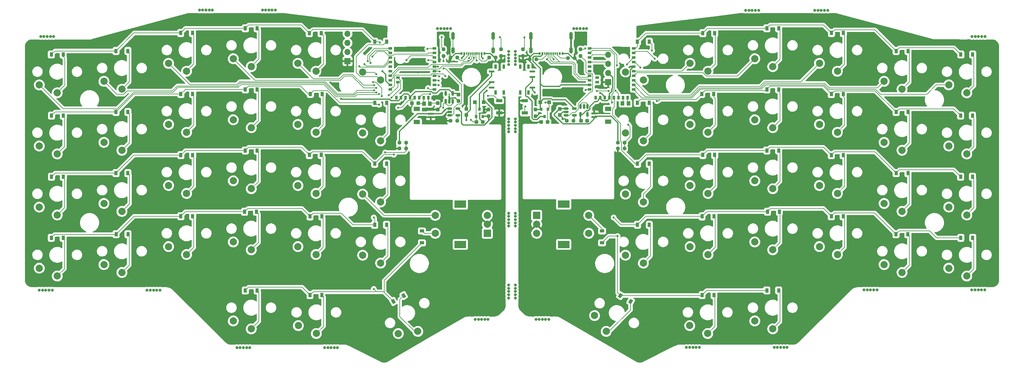
<source format=gbl>
G04 #@! TF.GenerationSoftware,KiCad,Pcbnew,(5.99.0-8557-g8988e46ab1)*
G04 #@! TF.CreationDate,2021-02-20T09:12:51-07:00*
G04 #@! TF.ProjectId,BlueSof_R3_Panel,426c7565-536f-4665-9f52-335f50616e65,rev?*
G04 #@! TF.SameCoordinates,PX85099e0PY51bada0*
G04 #@! TF.FileFunction,Copper,L2,Bot*
G04 #@! TF.FilePolarity,Positive*
%FSLAX46Y46*%
G04 Gerber Fmt 4.6, Leading zero omitted, Abs format (unit mm)*
G04 Created by KiCad (PCBNEW (5.99.0-8557-g8988e46ab1)) date 2021-02-20 09:12:51*
%MOMM*%
%LPD*%
G01*
G04 APERTURE LIST*
G04 Aperture macros list*
%AMRoundRect*
0 Rectangle with rounded corners*
0 $1 Rounding radius*
0 $2 $3 $4 $5 $6 $7 $8 $9 X,Y pos of 4 corners*
0 Add a 4 corners polygon primitive as box body*
4,1,4,$2,$3,$4,$5,$6,$7,$8,$9,$2,$3,0*
0 Add four circle primitives for the rounded corners*
1,1,$1+$1,$2,$3*
1,1,$1+$1,$4,$5*
1,1,$1+$1,$6,$7*
1,1,$1+$1,$8,$9*
0 Add four rect primitives between the rounded corners*
20,1,$1+$1,$2,$3,$4,$5,0*
20,1,$1+$1,$4,$5,$6,$7,0*
20,1,$1+$1,$6,$7,$8,$9,0*
20,1,$1+$1,$8,$9,$2,$3,0*%
%AMRotRect*
0 Rectangle, with rotation*
0 The origin of the aperture is its center*
0 $1 length*
0 $2 width*
0 $3 Rotation angle, in degrees counterclockwise*
0 Add horizontal line*
21,1,$1,$2,0,0,$3*%
G04 Aperture macros list end*
G04 #@! TA.AperFunction,WasherPad*
%ADD10C,0.800000*%
G04 #@! TD*
G04 #@! TA.AperFunction,ComponentPad*
%ADD11C,2.000000*%
G04 #@! TD*
G04 #@! TA.AperFunction,ComponentPad*
%ADD12R,2.000000X2.000000*%
G04 #@! TD*
G04 #@! TA.AperFunction,ComponentPad*
%ADD13R,3.200000X2.000000*%
G04 #@! TD*
G04 #@! TA.AperFunction,SMDPad,CuDef*
%ADD14R,0.900000X1.200000*%
G04 #@! TD*
G04 #@! TA.AperFunction,SMDPad,CuDef*
%ADD15RotRect,0.900000X1.200000X330.000000*%
G04 #@! TD*
G04 #@! TA.AperFunction,SMDPad,CuDef*
%ADD16R,1.200000X0.900000*%
G04 #@! TD*
G04 #@! TA.AperFunction,SMDPad,CuDef*
%ADD17RoundRect,0.237500X-0.300000X-0.237500X0.300000X-0.237500X0.300000X0.237500X-0.300000X0.237500X0*%
G04 #@! TD*
G04 #@! TA.AperFunction,SMDPad,CuDef*
%ADD18RoundRect,0.237500X-0.237500X0.300000X-0.237500X-0.300000X0.237500X-0.300000X0.237500X0.300000X0*%
G04 #@! TD*
G04 #@! TA.AperFunction,SMDPad,CuDef*
%ADD19RoundRect,0.237500X0.300000X0.237500X-0.300000X0.237500X-0.300000X-0.237500X0.300000X-0.237500X0*%
G04 #@! TD*
G04 #@! TA.AperFunction,SMDPad,CuDef*
%ADD20R,0.540000X0.800000*%
G04 #@! TD*
G04 #@! TA.AperFunction,SMDPad,CuDef*
%ADD21R,0.300000X0.800000*%
G04 #@! TD*
G04 #@! TA.AperFunction,ComponentPad*
%ADD22C,1.000000*%
G04 #@! TD*
G04 #@! TA.AperFunction,ComponentPad*
%ADD23R,1.700000X1.700000*%
G04 #@! TD*
G04 #@! TA.AperFunction,ComponentPad*
%ADD24O,1.700000X1.700000*%
G04 #@! TD*
G04 #@! TA.AperFunction,SMDPad,CuDef*
%ADD25R,0.800000X0.900000*%
G04 #@! TD*
G04 #@! TA.AperFunction,SMDPad,CuDef*
%ADD26RoundRect,0.237500X0.250000X0.237500X-0.250000X0.237500X-0.250000X-0.237500X0.250000X-0.237500X0*%
G04 #@! TD*
G04 #@! TA.AperFunction,SMDPad,CuDef*
%ADD27RoundRect,0.237500X-0.250000X-0.237500X0.250000X-0.237500X0.250000X0.237500X-0.250000X0.237500X0*%
G04 #@! TD*
G04 #@! TA.AperFunction,SMDPad,CuDef*
%ADD28RoundRect,0.237500X-0.237500X0.250000X-0.237500X-0.250000X0.237500X-0.250000X0.237500X0.250000X0*%
G04 #@! TD*
G04 #@! TA.AperFunction,SMDPad,CuDef*
%ADD29R,1.700000X0.900000*%
G04 #@! TD*
G04 #@! TA.AperFunction,SMDPad,CuDef*
%ADD30RoundRect,0.150000X-0.512500X-0.150000X0.512500X-0.150000X0.512500X0.150000X-0.512500X0.150000X0*%
G04 #@! TD*
G04 #@! TA.AperFunction,SMDPad,CuDef*
%ADD31RoundRect,0.150000X-0.150000X0.512500X-0.150000X-0.512500X0.150000X-0.512500X0.150000X0.512500X0*%
G04 #@! TD*
G04 #@! TA.AperFunction,SMDPad,CuDef*
%ADD32R,1.050000X1.200000*%
G04 #@! TD*
G04 #@! TA.AperFunction,SMDPad,CuDef*
%ADD33R,1.000000X0.650000*%
G04 #@! TD*
G04 #@! TA.AperFunction,SMDPad,CuDef*
%ADD34R,0.650000X1.000000*%
G04 #@! TD*
G04 #@! TA.AperFunction,ComponentPad*
%ADD35R,1.000000X0.650000*%
G04 #@! TD*
G04 #@! TA.AperFunction,SMDPad,CuDef*
%ADD36R,1.000000X1.000000*%
G04 #@! TD*
G04 #@! TA.AperFunction,SMDPad,CuDef*
%ADD37R,1.550000X0.600000*%
G04 #@! TD*
G04 #@! TA.AperFunction,SMDPad,CuDef*
%ADD38R,1.800000X1.200000*%
G04 #@! TD*
G04 #@! TA.AperFunction,SMDPad,CuDef*
%ADD39R,1.524000X0.600000*%
G04 #@! TD*
G04 #@! TA.AperFunction,SMDPad,CuDef*
%ADD40R,0.700000X1.200000*%
G04 #@! TD*
G04 #@! TA.AperFunction,SMDPad,CuDef*
%ADD41RotRect,0.900000X1.200000X30.000000*%
G04 #@! TD*
G04 #@! TA.AperFunction,SMDPad,CuDef*
%ADD42RoundRect,0.237500X0.237500X-0.300000X0.237500X0.300000X-0.237500X0.300000X-0.237500X-0.300000X0*%
G04 #@! TD*
G04 #@! TA.AperFunction,SMDPad,CuDef*
%ADD43RoundRect,0.237500X0.237500X-0.250000X0.237500X0.250000X-0.237500X0.250000X-0.237500X-0.250000X0*%
G04 #@! TD*
G04 #@! TA.AperFunction,SMDPad,CuDef*
%ADD44RoundRect,0.150000X0.150000X-0.512500X0.150000X0.512500X-0.150000X0.512500X-0.150000X-0.512500X0*%
G04 #@! TD*
G04 #@! TA.AperFunction,ViaPad*
%ADD45C,0.600000*%
G04 #@! TD*
G04 #@! TA.AperFunction,Conductor*
%ADD46C,0.200000*%
G04 #@! TD*
G04 #@! TA.AperFunction,Conductor*
%ADD47C,0.300000*%
G04 #@! TD*
G04 #@! TA.AperFunction,Conductor*
%ADD48C,0.500000*%
G04 #@! TD*
G04 APERTURE END LIST*
D10*
X-55475866Y44951251D03*
X-58175866Y44951251D03*
X-54575866Y44951251D03*
X-56375866Y44951251D03*
X-57275866Y44951251D03*
X12238606Y-35148749D03*
X12238606Y-32448749D03*
X10338606Y-35148749D03*
X10338606Y-31548749D03*
X12238606Y-31548749D03*
X10338606Y-33348749D03*
X10338606Y-34248749D03*
X12238606Y-33348749D03*
X12238606Y-34248749D03*
X10338606Y-32448749D03*
X98249054Y44932580D03*
X99149054Y44932580D03*
X95549054Y44932580D03*
X97349054Y44932580D03*
X96449054Y44932580D03*
X-87578672Y-32948749D03*
X-88478672Y-32948749D03*
X-86678672Y-32948749D03*
X-89378672Y-32948749D03*
X-90278672Y-32948749D03*
X32063606Y39851251D03*
X29363606Y39851251D03*
X30263606Y39851251D03*
X28463606Y39851251D03*
X31163606Y39851251D03*
X4635346Y-41125990D03*
X1935346Y-41125990D03*
X1035346Y-41125990D03*
X3735346Y-41125990D03*
X2835346Y-41125990D03*
X-72075866Y44951251D03*
X-75675866Y44951251D03*
X-72975866Y44951251D03*
X-73875866Y44951251D03*
X-74775866Y44951251D03*
X76315240Y44932580D03*
X77215240Y44932580D03*
X78115240Y44932580D03*
X79915240Y44932580D03*
X79015240Y44932580D03*
X142914079Y37617236D03*
X142014079Y37617236D03*
X141114079Y37617236D03*
X139314079Y37617236D03*
X140214079Y37617236D03*
X10338606Y14701251D03*
X12238606Y14701251D03*
X12238606Y11101251D03*
X10338606Y12901251D03*
X10338606Y11101251D03*
X10338606Y12001251D03*
X12238606Y12901251D03*
X10338606Y13801251D03*
X12238606Y12001251D03*
X12238606Y13801251D03*
X12238606Y29851251D03*
X12238606Y32551251D03*
X10338606Y32551251D03*
X12238606Y30751251D03*
X10338606Y31651251D03*
X10338606Y30751251D03*
X10338606Y29851251D03*
X12238606Y31651251D03*
X10338606Y33451251D03*
X12238606Y33451251D03*
X10338606Y-11548749D03*
X12238606Y-12448749D03*
X10338606Y-12448749D03*
X10338606Y-13348749D03*
X12238606Y-11548749D03*
X12238606Y-14248749D03*
X10338606Y-15148749D03*
X12238606Y-13348749D03*
X10338606Y-14248749D03*
X12238606Y-15148749D03*
X-8511394Y39851251D03*
X-9411394Y39851251D03*
X-7611394Y39851251D03*
X-6711394Y39851251D03*
X-5811394Y39851251D03*
X-118478672Y-32948749D03*
X-117578672Y-32948749D03*
X-119378672Y-32948749D03*
X-120278672Y-32948749D03*
X-116678672Y-32948749D03*
X-116286867Y37617236D03*
X-118986867Y37617236D03*
X-118086867Y37617236D03*
X-117186867Y37617236D03*
X-119886867Y37617236D03*
X-64378672Y-48948748D03*
X-62578672Y-48948748D03*
X-61678672Y-48948748D03*
X-65278672Y-48948748D03*
X-63478672Y-48948748D03*
X-39967845Y-48948748D03*
X-40867845Y-48948748D03*
X-39067845Y-48948748D03*
X-38167845Y-48948748D03*
X-37267845Y-48948748D03*
X21541866Y-41117372D03*
X19741866Y-41117372D03*
X18841866Y-41117372D03*
X17941866Y-41117372D03*
X20641866Y-41117372D03*
X110155884Y-32940131D03*
X109255884Y-32940131D03*
X111055884Y-32940131D03*
X111955884Y-32940131D03*
X112855884Y-32940131D03*
X86055884Y-48940130D03*
X84255884Y-48940130D03*
X86955884Y-48940130D03*
X87855884Y-48940130D03*
X85155884Y-48940130D03*
X141955884Y-32940131D03*
X140155884Y-32940131D03*
X142855884Y-32940131D03*
X141055884Y-32940131D03*
X139255884Y-32940131D03*
X61645057Y-48940130D03*
X59845057Y-48940130D03*
X60745057Y-48940130D03*
X62545057Y-48940130D03*
X63445057Y-48940130D03*
D11*
X42853082Y27751251D03*
X47853082Y25551251D03*
X60853082Y30151251D03*
X65853082Y27951251D03*
X96853082Y30151251D03*
X101853082Y27951251D03*
X114853082Y25151251D03*
X119853082Y22951251D03*
X132853082Y24151251D03*
X137853082Y21951251D03*
X42853082Y10751251D03*
X47853082Y8551251D03*
X60853082Y13151251D03*
X65853082Y10951251D03*
X78853082Y14451251D03*
X83853082Y12251251D03*
X96853082Y13151251D03*
X101853082Y10951251D03*
X132853082Y7151251D03*
X137853082Y4951251D03*
X60853082Y-3848749D03*
X65853082Y-6048749D03*
X78853082Y-2548749D03*
X83853082Y-4748749D03*
X96853082Y-3848749D03*
X101853082Y-6048749D03*
X114853082Y-8848749D03*
X119853082Y-11048749D03*
X42853082Y-23248749D03*
X47853082Y-25448749D03*
X78853082Y-19548749D03*
X83853082Y-21748749D03*
X96853082Y-20848749D03*
X101853082Y-23048749D03*
X114853082Y-25848749D03*
X119853082Y-28048749D03*
X132853082Y-26848749D03*
X137853082Y-29048749D03*
X42853082Y-6248749D03*
X47853082Y-8448749D03*
X114853082Y8151251D03*
X119853082Y5951251D03*
X132853082Y-9848749D03*
X137853082Y-12048749D03*
X78853082Y-41548749D03*
X83853082Y-43748749D03*
X78853082Y31451251D03*
X83853082Y29251251D03*
X60853082Y-20848749D03*
X65853082Y-23048749D03*
X34272955Y-40053043D03*
X37503082Y-44458299D03*
D12*
X18153082Y-12148749D03*
D11*
X18153082Y-17148749D03*
X18153082Y-14648749D03*
D13*
X25653082Y-9048749D03*
X25653082Y-20248749D03*
D11*
X32653082Y-17148749D03*
X32653082Y-12148749D03*
X60753082Y-42848749D03*
X65753082Y-45048749D03*
D14*
X64403082Y38551251D03*
X67703082Y38551251D03*
X82203082Y39901251D03*
X85503082Y39901251D03*
X100203082Y38601251D03*
X103503082Y38601251D03*
X118203082Y33601251D03*
X121503082Y33601251D03*
X136203082Y32601251D03*
X139503082Y32601251D03*
X46153082Y19201251D03*
X49453082Y19201251D03*
X64103082Y21651251D03*
X67403082Y21651251D03*
X82203082Y22901251D03*
X85503082Y22901251D03*
X100153082Y21601251D03*
X103453082Y21601251D03*
X118203082Y16601251D03*
X121503082Y16601251D03*
X136153082Y15601251D03*
X139453082Y15601251D03*
X64403082Y4651251D03*
X67703082Y4651251D03*
X82203082Y5901251D03*
X85503082Y5901251D03*
X100153082Y4601251D03*
X103453082Y4601251D03*
X118203082Y-398749D03*
X121503082Y-398749D03*
X136153082Y-1398749D03*
X139453082Y-1398749D03*
X46203082Y-14798749D03*
X49503082Y-14798749D03*
X64203082Y-12448749D03*
X67503082Y-12448749D03*
X82403082Y-11148749D03*
X85703082Y-11148749D03*
X100153082Y-12398749D03*
X103453082Y-12398749D03*
X118153082Y-17398749D03*
X121453082Y-17398749D03*
X136203082Y-18398749D03*
X139503082Y-18398749D03*
X46203082Y2201251D03*
X49503082Y2201251D03*
X64203082Y-34348749D03*
X67503082Y-34348749D03*
D15*
X41451897Y-34473749D03*
X44309781Y-36123749D03*
D16*
X36353082Y-19798748D03*
X36353082Y-16498748D03*
D14*
X46203082Y36201251D03*
X49503082Y36201251D03*
X82203082Y-33048749D03*
X85503082Y-33048749D03*
D17*
X30515582Y14151251D03*
X32240582Y14151251D03*
D18*
X24578082Y17513751D03*
X24578082Y15788751D03*
D19*
X21178082Y13851251D03*
X19453082Y13851251D03*
D20*
X25353082Y32876251D03*
X18953082Y32876251D03*
X19753082Y32876251D03*
X24553082Y32876251D03*
D21*
X20903082Y32876251D03*
X21903082Y32876251D03*
X22403082Y32876251D03*
X23403082Y32876251D03*
X23903082Y32876251D03*
X22903082Y32876251D03*
X21403082Y32876251D03*
X20395082Y32876251D03*
D22*
X16577782Y37171151D03*
X27728382Y37183851D03*
X16577482Y34157251D03*
X27728382Y33640551D03*
X27728082Y33395251D03*
X16578082Y38390351D03*
X27728382Y37818851D03*
X16577482Y33894551D03*
X27728082Y34157251D03*
X16577782Y38110951D03*
X16577782Y33640551D03*
X27728682Y38403051D03*
X16577482Y33395251D03*
X27728382Y38123651D03*
X27728082Y33894551D03*
X27728382Y37475951D03*
X16577782Y37806151D03*
X16577782Y37463251D03*
D23*
X38078082Y24951251D03*
D24*
X38078082Y27491251D03*
X38078082Y30031251D03*
X38078082Y32571251D03*
D25*
X19403082Y17351251D03*
X21303082Y17351251D03*
X20353082Y15351251D03*
D26*
X28390582Y14151251D03*
X26565582Y14151251D03*
D27*
X40765582Y8051251D03*
X42590582Y8051251D03*
D26*
X42590582Y6451251D03*
X40765582Y6451251D03*
X18028082Y31251251D03*
X16203082Y31251251D03*
D27*
X26865582Y31601251D03*
X28690582Y31601251D03*
D28*
X17778082Y17263751D03*
X17778082Y15438751D03*
D29*
X14878082Y16351251D03*
X14878082Y19751251D03*
D30*
X26340582Y15701251D03*
X26340582Y16651251D03*
X26340582Y17601251D03*
X28615582Y17601251D03*
X28615582Y15701251D03*
D31*
X30378082Y18188751D03*
X31328082Y18188751D03*
X32278082Y18188751D03*
X32278082Y15913751D03*
X30378082Y15913751D03*
D32*
X42039037Y18988751D03*
X43689037Y18988751D03*
D28*
X14353082Y34063751D03*
X14353082Y32238751D03*
D33*
X45133037Y34281251D03*
X45133037Y33011251D03*
X45133037Y31741251D03*
X45133037Y30471251D03*
X45133037Y29201251D03*
X45133037Y27931251D03*
X45133037Y26661251D03*
X45133037Y25391251D03*
X45133037Y24121251D03*
X45133037Y22851251D03*
D34*
X43484037Y20632251D03*
X42214037Y20632251D03*
X40944037Y20632251D03*
X39674037Y20632251D03*
X38404037Y20632251D03*
X37134037Y20632251D03*
X35864037Y20632251D03*
X34594037Y20632251D03*
D33*
X32895037Y22851251D03*
X32895037Y24121251D03*
D35*
X34973037Y24883251D03*
D33*
X32895037Y25391251D03*
D35*
X34973037Y26153251D03*
D33*
X32895037Y26661251D03*
X32895037Y27931251D03*
X32895037Y29201251D03*
X32895037Y30471251D03*
X32895037Y31741251D03*
X32895037Y33011251D03*
X32895037Y34281251D03*
D36*
X21628082Y19351251D03*
X19128082Y19351251D03*
D28*
X30378082Y34063751D03*
X30378082Y32238751D03*
D37*
X34178082Y16201251D03*
X34178082Y15201251D03*
D38*
X38053082Y17501251D03*
X38053082Y13901251D03*
D39*
X16978082Y23401251D03*
X16978082Y26401251D03*
X16978082Y27901251D03*
D40*
X13578082Y22051251D03*
X13578082Y29251251D03*
X15878082Y29251251D03*
X15878082Y22051251D03*
D11*
X-30275870Y27751251D03*
X-25275870Y25551251D03*
X-48275870Y30151251D03*
X-43275870Y27951251D03*
X-84275870Y30151251D03*
X-79275870Y27951251D03*
X-102275870Y25151251D03*
X-97275870Y22951251D03*
X-120275870Y24151251D03*
X-115275870Y21951251D03*
X-30275870Y10751251D03*
X-25275870Y8551251D03*
X-48275870Y13151251D03*
X-43275870Y10951251D03*
X-66275870Y14451251D03*
X-61275870Y12251251D03*
X-84275870Y13151251D03*
X-79275870Y10951251D03*
X-120275870Y7151251D03*
X-115275870Y4951251D03*
X-48275870Y-3848749D03*
X-43275870Y-6048749D03*
X-66275870Y-2548749D03*
X-61275870Y-4748749D03*
X-84275870Y-3848749D03*
X-79275870Y-6048749D03*
X-102275870Y-8848749D03*
X-97275870Y-11048749D03*
X-30275870Y-23248749D03*
X-25275870Y-25448749D03*
X-66275870Y-19548749D03*
X-61275870Y-21748749D03*
X-84275870Y-20848749D03*
X-79275870Y-23048749D03*
X-102275870Y-25848749D03*
X-97275870Y-28048749D03*
X-120275870Y-26848749D03*
X-115275870Y-29048749D03*
X-30275870Y-6248749D03*
X-25275870Y-8448749D03*
X-102275870Y8151251D03*
X-97275870Y5951251D03*
X-120275870Y-9848749D03*
X-115275870Y-12048749D03*
X-66275870Y-41548749D03*
X-61275870Y-43748749D03*
X-66275870Y31451251D03*
X-61275870Y29251251D03*
X-48275870Y-20848749D03*
X-43275870Y-23048749D03*
D23*
X-34475870Y30751251D03*
D24*
X-34475870Y33291251D03*
X-34475870Y35831251D03*
X-34475870Y38371251D03*
D11*
X-20355997Y-45053043D03*
X-14925870Y-44458299D03*
D12*
X4424130Y-17148749D03*
D11*
X4424130Y-12148749D03*
X4424130Y-14648749D03*
D13*
X-3075870Y-20248749D03*
X-3075870Y-9048749D03*
D11*
X-10075870Y-12148749D03*
X-10075870Y-17148749D03*
X-48175870Y-42848749D03*
X-43175870Y-45048749D03*
D14*
X-45125870Y38551251D03*
X-41825870Y38551251D03*
X-62925870Y39901251D03*
X-59625870Y39901251D03*
X-80925870Y38601251D03*
X-77625870Y38601251D03*
X-98925870Y33601251D03*
X-95625870Y33601251D03*
X-116925870Y32601251D03*
X-113625870Y32601251D03*
X-26875870Y19201251D03*
X-23575870Y19201251D03*
X-44825870Y21651251D03*
X-41525870Y21651251D03*
X-62925870Y22901251D03*
X-59625870Y22901251D03*
X-80875870Y21601251D03*
X-77575870Y21601251D03*
X-98925870Y16601251D03*
X-95625870Y16601251D03*
X-116875870Y15601251D03*
X-113575870Y15601251D03*
X-45125870Y4651251D03*
X-41825870Y4651251D03*
X-62925870Y5901251D03*
X-59625870Y5901251D03*
X-80875870Y4601251D03*
X-77575870Y4601251D03*
X-98925870Y-398749D03*
X-95625870Y-398749D03*
X-116875870Y-1398749D03*
X-113575870Y-1398749D03*
X-26925870Y-14798749D03*
X-23625870Y-14798749D03*
X-44925870Y-12448749D03*
X-41625870Y-12448749D03*
X-63125870Y-11148749D03*
X-59825870Y-11148749D03*
X-80875870Y-12398749D03*
X-77575870Y-12398749D03*
X-98875870Y-17398749D03*
X-95575870Y-17398749D03*
X-116925870Y-18398749D03*
X-113625870Y-18398749D03*
X-26925870Y2201251D03*
X-23625870Y2201251D03*
X-44925870Y-34348749D03*
X-41625870Y-34348749D03*
D41*
X-21732569Y-36123749D03*
X-18874685Y-34473749D03*
D16*
X-13775870Y-19798748D03*
X-13775870Y-16498748D03*
D14*
X-26925870Y36201251D03*
X-23625870Y36201251D03*
X-62925870Y-33048749D03*
X-59625870Y-33048749D03*
D18*
X-3575870Y21413751D03*
X-3575870Y19688751D03*
D42*
X-9375870Y17326251D03*
X-9375870Y19051251D03*
X-1375870Y15788751D03*
X-1375870Y17513751D03*
D17*
X1399130Y13851251D03*
X3124130Y13851251D03*
D20*
X3624130Y32876251D03*
X-2775870Y32876251D03*
X-1975870Y32876251D03*
X2824130Y32876251D03*
D21*
X-825870Y32876251D03*
X174130Y32876251D03*
X674130Y32876251D03*
X1674130Y32876251D03*
X2174130Y32876251D03*
X1174130Y32876251D03*
X-325870Y32876251D03*
X-1333870Y32876251D03*
D22*
X-5151170Y37171151D03*
X5999430Y37183851D03*
X-5151470Y34157251D03*
X5999430Y33640551D03*
X5999130Y33395251D03*
X-5150870Y38390351D03*
X5999430Y37818851D03*
X-5151470Y33894551D03*
X5999130Y34157251D03*
X-5151170Y38110951D03*
X-5151170Y33640551D03*
X5999730Y38403051D03*
X-5151470Y33395251D03*
X5999430Y38123651D03*
X5999130Y33894551D03*
X5999430Y37475951D03*
X-5151170Y37806151D03*
X-5151170Y37463251D03*
D25*
X3174130Y15351251D03*
X1274130Y15351251D03*
X2224130Y17351251D03*
D26*
X-3988370Y14151251D03*
X-5813370Y14151251D03*
D27*
X-20013370Y8051251D03*
X-18188370Y8051251D03*
D26*
X-18188370Y6451251D03*
X-20013370Y6451251D03*
X-3975870Y31751251D03*
X-5800870Y31751251D03*
D27*
X4911630Y31751251D03*
X6736630Y31751251D03*
D43*
X4799130Y15438751D03*
X4799130Y17263751D03*
D29*
X7699130Y19751251D03*
X7699130Y16351251D03*
D30*
X-6038370Y15701251D03*
X-6038370Y16651251D03*
X-6038370Y17601251D03*
X-3763370Y17601251D03*
X-3763370Y15701251D03*
D44*
X-5225870Y19551251D03*
X-6175870Y19551251D03*
X-7125870Y19551251D03*
X-7125870Y21826251D03*
X-5225870Y21826251D03*
D32*
X-13200870Y18951251D03*
X-11550870Y18951251D03*
D17*
X-16538370Y19051251D03*
X-14813370Y19051251D03*
D28*
X8224130Y34063751D03*
X8224130Y32238751D03*
D33*
X-10317825Y34281251D03*
X-10317825Y33011251D03*
X-10317825Y31741251D03*
X-10317825Y30471251D03*
X-10317825Y29201251D03*
X-10317825Y27931251D03*
X-10317825Y26661251D03*
X-10317825Y25391251D03*
X-10317825Y24121251D03*
X-10317825Y22851251D03*
D34*
X-11966825Y20632251D03*
X-13236825Y20632251D03*
X-14506825Y20632251D03*
X-15776825Y20632251D03*
X-17046825Y20632251D03*
X-18316825Y20632251D03*
X-19586825Y20632251D03*
X-20856825Y20632251D03*
D33*
X-22555825Y22851251D03*
X-22555825Y24121251D03*
D35*
X-20477825Y24883251D03*
D33*
X-22555825Y25391251D03*
D35*
X-20477825Y26153251D03*
D33*
X-22555825Y26661251D03*
X-22555825Y27931251D03*
X-22555825Y29201251D03*
X-22555825Y30471251D03*
X-22555825Y31741251D03*
X-22555825Y33011251D03*
X-22555825Y34281251D03*
D36*
X949130Y19351251D03*
X3449130Y19351251D03*
D28*
X-7800870Y34063751D03*
X-7800870Y32238751D03*
D37*
X-11325870Y15151251D03*
X-11325870Y16151251D03*
D38*
X-15200870Y13851251D03*
X-15200870Y17451251D03*
D39*
X5599130Y27901251D03*
X5599130Y24901251D03*
X5599130Y23401251D03*
D40*
X8999130Y29251251D03*
X8999130Y22051251D03*
X6699130Y22051251D03*
X6699130Y29251251D03*
D45*
X40478092Y29592252D03*
X40678082Y-17948749D03*
X51578082Y19651251D03*
X50978082Y31451251D03*
X39578082Y-12748749D03*
X39177354Y19225523D03*
X18378082Y-33348749D03*
X42378082Y-13348749D03*
X28378082Y25651251D03*
X128378082Y28651251D03*
X49378082Y-42348749D03*
X17603082Y20601251D03*
X20853082Y29601251D03*
X29603082Y30351251D03*
X141378082Y27651251D03*
X17253082Y29301251D03*
X145378082Y10651251D03*
X51378082Y14651251D03*
X36153082Y-8798749D03*
X42378082Y24651251D03*
X45378082Y21651251D03*
X109378082Y-348749D03*
X19103082Y16351251D03*
X69378082Y35651251D03*
X73378082Y-17348749D03*
X55378082Y-2348749D03*
X92378082Y21651251D03*
X43953082Y15701251D03*
X145378082Y-6348749D03*
X56378082Y35651251D03*
X91378082Y-37348749D03*
X28378082Y20651251D03*
X42378082Y-348749D03*
X15378082Y-9348749D03*
X145378082Y-23348749D03*
X24378082Y-24348749D03*
X92378082Y35651251D03*
X127378082Y-22348749D03*
X73378082Y-39348749D03*
X106378082Y35651251D03*
X35853082Y21851251D03*
X14378082Y13651251D03*
X42378082Y-17348749D03*
X91378082Y651251D03*
X91378082Y-16348749D03*
X110378082Y16651251D03*
X128378082Y-5348749D03*
X32103082Y14101251D03*
X31378082Y-36348749D03*
X49378082Y23651251D03*
X31353082Y18101251D03*
X23603082Y19101251D03*
X118853082Y19101251D03*
X73378082Y-348749D03*
X30378082Y37651251D03*
X92378082Y17651251D03*
X122353082Y19101251D03*
X21378082Y-11348749D03*
X42353082Y33851251D03*
X127378082Y11651251D03*
X80378082Y35651251D03*
X109378082Y-17348749D03*
X22853082Y13851251D03*
X56378082Y-19348749D03*
X35353082Y31601251D03*
X73378082Y16651251D03*
X53378082Y24651251D03*
X25378082Y14651251D03*
X46978082Y28951251D03*
X17678082Y22051251D03*
X20578082Y19251251D03*
X30378082Y18188751D03*
X19778082Y32851251D03*
X24578082Y32851251D03*
X31678082Y34351251D03*
X14778082Y37351251D03*
X43278082Y29851251D03*
X43653082Y13101251D03*
X31802658Y22751241D03*
X14978082Y18151251D03*
X42103082Y18924706D03*
X43753082Y19001251D03*
X40103060Y22581707D03*
X34878082Y22451251D03*
X38218099Y22481232D03*
X50278082Y33751251D03*
X21053082Y31301251D03*
X22853082Y31301251D03*
X-27175870Y-32648749D03*
X-28875870Y30751251D03*
X-12275870Y34151251D03*
X-25475870Y35951251D03*
X-27575870Y32051251D03*
X-25675870Y18651251D03*
X-21575870Y4751251D03*
X-20375870Y17851251D03*
X-27175870Y-12748749D03*
X-28075870Y30251251D03*
X-9275870Y29251251D03*
X-17275870Y-19148749D03*
X-19275870Y-148749D03*
X-35275870Y-17148749D03*
X-10275870Y-36148749D03*
X-35275870Y-148749D03*
X-6275870Y30451251D03*
X-39275870Y24851251D03*
X-14875870Y30051251D03*
X-1475870Y19451251D03*
X-71275870Y-148749D03*
X-53275870Y17851251D03*
X-28875870Y33651251D03*
X-89275870Y11851251D03*
X-8975870Y20251251D03*
X-53275870Y34851251D03*
X-8675870Y14051251D03*
X-71275870Y16851251D03*
X-35275870Y16851251D03*
X-107275870Y-6148749D03*
X-3275870Y27451251D03*
X-89275870Y28851251D03*
X-6475870Y37451251D03*
X-1475870Y21451251D03*
X7124130Y14251251D03*
X-3575870Y19688751D03*
X-107575870Y27651251D03*
X-53275870Y-36148749D03*
X-17475870Y17251251D03*
X2724130Y-26148749D03*
X-107275870Y10851251D03*
X-2275870Y-32148749D03*
X-71275870Y33851251D03*
X-53275870Y-16148749D03*
X3551130Y17851251D03*
X-107275870Y-23148749D03*
X-14875870Y33651251D03*
X-35275870Y-39148749D03*
X-14875870Y27651251D03*
X-53275870Y851251D03*
X-6675870Y24051251D03*
X-19275870Y19251251D03*
X-40275870Y33851251D03*
X-71275870Y-17148749D03*
X-89275870Y-22148749D03*
X-89275870Y-5148749D03*
X5124130Y29851251D03*
X-1275870Y-15148749D03*
X-14875870Y25051251D03*
X-25675870Y21651251D03*
X-12075870Y23251251D03*
X-9075870Y24051251D03*
X-26475870Y22051251D03*
X-27075870Y22651251D03*
X-9075870Y25351251D03*
X-26475870Y23351251D03*
X-8975870Y26551251D03*
X-8875870Y27851251D03*
X-27075870Y24051251D03*
X-26475870Y27151251D03*
X-11975870Y31051251D03*
X-36275870Y20251251D03*
X-7475870Y17051251D03*
X-1375870Y14351251D03*
X-175870Y14451251D03*
X-7875870Y17851251D03*
X4224130Y22551251D03*
X3124130Y31551251D03*
X-2675870Y31651251D03*
X-24775870Y27951251D03*
X-8275870Y37451251D03*
X7924130Y37451251D03*
X-29775870Y29951251D03*
X-7775870Y30751251D03*
X-7775870Y28751251D03*
X-18075870Y31051251D03*
X-27375870Y24951251D03*
X-23999898Y5351262D03*
X-24975870Y21051251D03*
X-22975870Y21251251D03*
X-22225870Y20601251D03*
X-7275870Y26651251D03*
X4624130Y21151251D03*
X-31175870Y29351251D03*
X-11475870Y21651251D03*
X1474130Y30901251D03*
X-775870Y30851251D03*
X-675870Y31651251D03*
X674130Y31701251D03*
D46*
X38648082Y34281251D02*
X40478092Y32451241D01*
X40678082Y-33699934D02*
X40678082Y-17948749D01*
X32895037Y34281251D02*
X38648082Y34281251D01*
X40478092Y32451241D02*
X40478092Y29592252D01*
X40678082Y-17948749D02*
X38203081Y-17948749D01*
X41451897Y-34473749D02*
X40678082Y-33699934D01*
X65503082Y-33048749D02*
X82203082Y-33048749D01*
X64203082Y-34348749D02*
X65503082Y-33048749D01*
X38203081Y-17948749D02*
X36353082Y-19798748D01*
X41451897Y-34473749D02*
X64078082Y-34473749D01*
X65753082Y39901251D02*
X64403082Y38551251D01*
X112303081Y39501252D02*
X101103083Y39501252D01*
X83103083Y40801252D02*
X82203082Y39901251D01*
X45133037Y34281251D02*
X45635475Y34281251D01*
X119103083Y34501252D02*
X134303081Y34501252D01*
X136203082Y32601251D02*
X134303081Y34501252D01*
X118203082Y33601251D02*
X112303081Y39501252D01*
X45635475Y34281251D02*
X46203082Y34848858D01*
X118203082Y33601251D02*
X119103083Y34501252D01*
X48553082Y38551251D02*
X46203082Y36201251D01*
X101103083Y39501252D02*
X100203082Y38601251D01*
X98003081Y40801252D02*
X83103083Y40801252D01*
X82203082Y39901251D02*
X65753082Y39901251D01*
X64403082Y38551251D02*
X48553082Y38551251D01*
X100203082Y38601251D02*
X98003081Y40801252D01*
X46203082Y34848858D02*
X46203082Y36201251D01*
X67853083Y20376250D02*
X67403082Y20826251D01*
X67853083Y12951252D02*
X67853083Y20376250D01*
X65853082Y10951251D02*
X67853083Y12951252D01*
X67403082Y20826251D02*
X67403082Y21651251D01*
X52528081Y20101252D02*
X62553083Y20101252D01*
X100153082Y21601251D02*
X101053083Y22501252D01*
X83103083Y23801252D02*
X97953081Y23801252D01*
X47053083Y20101252D02*
X52528081Y20101252D01*
X112303081Y22501252D02*
X118203082Y16601251D01*
X65003083Y22551252D02*
X81853083Y22551252D01*
X118203082Y16601251D02*
X119103083Y17501252D01*
X101053083Y22501252D02*
X112303081Y22501252D01*
X45573038Y33451252D02*
X48978081Y33451252D01*
X119103083Y17501252D02*
X134253081Y17501252D01*
X51578082Y19651251D02*
X51528083Y19701250D01*
X51578082Y19651251D02*
X52078080Y19651251D01*
X62553083Y20101252D02*
X64103082Y21651251D01*
X52078080Y19651251D02*
X52528081Y20101252D01*
X64103082Y21651251D02*
X65003083Y22551252D01*
X46153082Y19201251D02*
X47053083Y20101252D01*
X134253081Y17501252D02*
X136153082Y15601251D01*
X45133037Y33011251D02*
X45573038Y33451252D01*
X97953081Y23801252D02*
X100153082Y21601251D01*
X48978081Y33451252D02*
X50978082Y31451251D01*
X83103083Y23801252D02*
X82203082Y22901251D01*
X103853083Y-4048748D02*
X103853083Y4201250D01*
X101853082Y-6048749D02*
X103853083Y-4048748D01*
X103853083Y4201250D02*
X103453082Y4601251D01*
X39777355Y17948180D02*
X39278082Y17448907D01*
X101053083Y5501252D02*
X112303081Y5501252D01*
X41553081Y8511408D02*
X41803072Y8261417D01*
X82203082Y5901251D02*
X83103083Y6801252D01*
X39278082Y15676249D02*
X41553081Y13401250D01*
X45592928Y2201251D02*
X46203082Y2201251D01*
X41803072Y5991107D02*
X45592928Y2201251D01*
X83103083Y6801252D02*
X97953081Y6801252D01*
X118203082Y-398749D02*
X119103083Y501252D01*
X97953081Y6801252D02*
X100153082Y4601251D01*
X119103083Y501252D02*
X134253081Y501252D01*
X100153082Y4601251D02*
X101053083Y5501252D01*
X64403082Y4651251D02*
X65653082Y5901251D01*
X39674037Y20632251D02*
X39777355Y20528933D01*
X46203082Y2201251D02*
X48653082Y4651251D01*
X48653082Y4651251D02*
X64403082Y4651251D01*
X112303081Y5501252D02*
X118203082Y-398749D01*
X41803072Y8261417D02*
X41803072Y5991107D01*
X65653082Y5901251D02*
X82203082Y5901251D01*
X39278082Y17448907D02*
X39278082Y15676249D01*
X39777355Y20528933D02*
X39777355Y17948180D01*
X41553081Y13401250D02*
X41553081Y8511408D01*
X134253081Y501252D02*
X136153082Y-1398749D01*
X139853083Y23951252D02*
X137853082Y21951251D01*
X139853083Y32251250D02*
X139853083Y23951252D01*
X39029038Y19373839D02*
X39177354Y19225523D01*
X65503082Y-11148749D02*
X82403082Y-11148749D01*
X39503059Y22869708D02*
X39503059Y21846273D01*
X64203082Y-12448749D02*
X65503082Y-11148749D01*
X46203082Y-14798749D02*
X48553082Y-12448749D01*
X83303083Y-10248748D02*
X98003081Y-10248748D01*
X82403082Y-11148749D02*
X83303083Y-10248748D01*
X39503059Y21846273D02*
X39029038Y21372252D01*
X48553082Y-12448749D02*
X64203082Y-12448749D01*
X39029038Y21372252D02*
X39029038Y19373839D01*
X100153082Y-12398749D02*
X101053083Y-11498748D01*
X101053083Y-11498748D02*
X112253081Y-11498748D01*
X39790554Y23157203D02*
X39503059Y22869708D01*
X39790554Y32560781D02*
X39790554Y23157203D01*
X129452080Y-18398749D02*
X136203082Y-18398749D01*
X41628082Y-14798749D02*
X39578082Y-12748749D01*
X127552079Y-16498748D02*
X129452080Y-18398749D01*
X33605038Y33721252D02*
X38630083Y33721252D01*
X112253081Y-11498748D02*
X118153082Y-17398749D01*
X118153082Y-17398749D02*
X119053083Y-16498748D01*
X32895037Y33011251D02*
X33605038Y33721252D01*
X38630083Y33721252D02*
X39790554Y32560781D01*
X119053083Y-16498748D02*
X127552079Y-16498748D01*
X98003081Y-10248748D02*
X100153082Y-12398749D01*
X46203082Y-14798749D02*
X41628082Y-14798749D01*
X49853083Y10551252D02*
X47853082Y8551251D01*
X49853083Y18801250D02*
X49853083Y10551252D01*
X49453082Y19201251D02*
X49853083Y18801250D01*
X119853082Y-11048749D02*
X121853083Y-9048748D01*
X121853083Y-9048748D02*
X121853083Y-748750D01*
X83853082Y12251251D02*
X85853083Y14251252D01*
X85853083Y14251252D02*
X85853083Y21876250D01*
X85503082Y22226251D02*
X85503082Y22901251D01*
X85853083Y21876250D02*
X85503082Y22226251D01*
X101853082Y10951251D02*
X103853083Y12951252D01*
X103853083Y20576250D02*
X103453082Y20976251D01*
X103853083Y12951252D02*
X103853083Y20576250D01*
X103453082Y20976251D02*
X103453082Y21601251D01*
X121853083Y7951252D02*
X121853083Y16251250D01*
X119853082Y5951251D02*
X121853083Y7951252D01*
X139453082Y15601251D02*
X139853083Y15201250D01*
X139853083Y15201250D02*
X139853083Y6951252D01*
X139853083Y6951252D02*
X137853082Y4951251D01*
X47853082Y-6198747D02*
X49853083Y-4198746D01*
X47853082Y-8448749D02*
X47853082Y-6198747D01*
X49853083Y-4198746D02*
X49853083Y1851250D01*
X67853083Y-4048748D02*
X67853083Y4501250D01*
X65853082Y-6048749D02*
X67853083Y-4048748D01*
X85853083Y-2748748D02*
X85853083Y5551250D01*
X83853082Y-4748749D02*
X85853083Y-2748748D01*
X47853082Y-25448749D02*
X49853083Y-23448748D01*
X49853083Y-23448748D02*
X49853083Y-15148750D01*
X67853083Y-21048748D02*
X67853083Y-12798750D01*
X65853082Y-23048749D02*
X67853083Y-21048748D01*
X139853083Y-1798750D02*
X139853083Y-10048748D01*
X139853083Y-10048748D02*
X137853082Y-12048749D01*
X139453082Y-1398749D02*
X139853083Y-1798750D01*
X83853082Y-21748749D02*
X85853083Y-19748748D01*
X85853083Y-19748748D02*
X85853083Y-11298750D01*
X139853083Y-27048748D02*
X137853082Y-29048749D01*
X139853083Y-18748750D02*
X139853083Y-27048748D01*
X83853082Y-43748749D02*
X85853083Y-41748748D01*
X85853083Y-41748748D02*
X85853083Y-33398750D01*
D47*
X29603082Y30688751D02*
X28690582Y31601251D01*
X44203083Y28321289D02*
X44203083Y26476252D01*
X25378082Y14651251D02*
X25378082Y14988751D01*
X29603082Y30351251D02*
X29603082Y30688751D01*
X17778082Y15438751D02*
X18190582Y15438751D01*
X16203082Y31762834D02*
X16203082Y31251251D01*
X37134037Y20817253D02*
X36100039Y21851251D01*
X26065582Y14651251D02*
X26565582Y14151251D01*
X26340582Y16651251D02*
X25440582Y16651251D01*
X28253082Y31601251D02*
X28690582Y31601251D01*
X18953082Y32876251D02*
X17316499Y32876251D01*
X25353082Y32876251D02*
X26978082Y32876251D01*
X16203082Y31251251D02*
X16203082Y30776251D01*
X16203082Y30776251D02*
X17253082Y29726251D01*
X44203083Y26476252D02*
X42378082Y24651251D01*
X25440582Y16651251D02*
X24578082Y15788751D01*
X45083045Y29201251D02*
X44203083Y28321289D01*
X36100039Y21851251D02*
X35853082Y21851251D01*
X25378082Y14651251D02*
X26065582Y14651251D01*
X25378082Y14988751D02*
X24578082Y15788751D01*
X26978082Y32876251D02*
X28253082Y31601251D01*
X18190582Y15438751D02*
X19103082Y16351251D01*
X17253082Y29726251D02*
X17253082Y29301251D01*
X17316499Y32876251D02*
X16203082Y31762834D01*
D46*
X98118770Y24201262D02*
X99423431Y22896600D01*
X113818781Y21551251D02*
X126752080Y21551251D01*
X112468770Y22901262D02*
X113818781Y21551251D01*
X63813070Y22951241D02*
X64837373Y22951241D01*
X64837394Y22951262D02*
X80663091Y22951262D01*
X99423431Y22896600D02*
X99428093Y22901262D01*
X99428093Y22901262D02*
X112468770Y22901262D01*
X64837373Y22951241D02*
X64837394Y22951262D01*
X45133037Y22851251D02*
X47483026Y20501262D01*
X129352080Y24151251D02*
X132853082Y24151251D01*
X81913090Y24201262D02*
X98118770Y24201262D01*
X47483026Y20501262D02*
X61363091Y20501262D01*
X61363091Y20501262D02*
X63813070Y22951241D01*
X126752080Y21551251D02*
X129352080Y24151251D01*
X80663091Y22951262D02*
X81913090Y24201262D01*
X61197401Y20901272D02*
X63647380Y23351251D01*
X81747402Y24601272D02*
X98284459Y24601272D01*
X63647380Y23351251D02*
X64671684Y23351251D01*
X64671684Y23351251D02*
X64671705Y23351272D01*
X113015582Y23313751D02*
X114853082Y25151251D01*
X64671705Y23351272D02*
X80497401Y23351272D01*
X98284459Y24601272D02*
X99584459Y23301272D01*
X99584459Y23301272D02*
X113003103Y23301272D01*
X48353016Y20901272D02*
X61197401Y20901272D01*
X113003103Y23301272D02*
X113015582Y23313751D01*
X45133037Y24121251D02*
X48353016Y20901272D01*
X80497401Y23351272D02*
X81747402Y24601272D01*
X80331713Y23751282D02*
X81581713Y25001282D01*
X61031713Y21301282D02*
X63481691Y23751261D01*
X64505995Y23751261D02*
X64506016Y23751282D01*
X49228051Y21301282D02*
X61031713Y21301282D01*
X63481691Y23751261D02*
X64505995Y23751261D01*
X45138082Y25391251D02*
X49228051Y21301282D01*
X64506016Y23751282D02*
X80331713Y23751282D01*
X91703113Y25001282D02*
X96853082Y30151251D01*
X81581713Y25001282D02*
X91703113Y25001282D01*
X64423092Y27531241D02*
X46003027Y27531241D01*
X45133037Y26661251D02*
X46003027Y27531241D01*
X65353082Y26601251D02*
X74003082Y26601251D01*
X65353082Y26601251D02*
X64423092Y27531241D01*
X74003082Y26601251D02*
X78853082Y31451251D01*
X58633082Y27931251D02*
X60853082Y30151251D01*
X45133037Y27931251D02*
X58633082Y27931251D01*
X45458082Y30471251D02*
X46978082Y28951251D01*
D47*
X35859082Y20632251D02*
X35319038Y20092207D01*
X31978092Y16976261D02*
X31928092Y16926261D01*
X30915582Y15913751D02*
X30378082Y15913751D01*
X36489036Y19732250D02*
X37779038Y19732250D01*
X32978092Y17448429D02*
X32505924Y16976261D01*
X31920970Y16926261D02*
X31628072Y16633363D01*
X32978092Y18166961D02*
X32978092Y17448429D01*
X31628072Y16633363D02*
X31628072Y16626241D01*
X39328083Y26241250D02*
X39328083Y23331142D01*
X38078082Y27491251D02*
X39328083Y26241250D01*
X31628072Y16626241D02*
X30915582Y15913751D01*
X39328083Y23331142D02*
X39053048Y23056108D01*
X34312392Y19501261D02*
X32978092Y18166961D01*
X35319038Y19812250D02*
X35008049Y19501261D01*
X35319038Y20092207D02*
X35319038Y19812250D01*
X39053048Y23056108D02*
X39053048Y22326217D01*
X32505924Y16976261D02*
X31978092Y16976261D01*
X37779038Y19732250D02*
X38404037Y20357249D01*
X30378082Y15913751D02*
X30378082Y14288751D01*
X38404037Y21677206D02*
X38404037Y20632251D01*
X35008049Y19501261D02*
X34312392Y19501261D01*
X35864037Y20357249D02*
X36489036Y19732250D01*
X31928092Y16926261D02*
X31920970Y16926261D01*
X39053048Y22326217D02*
X38404037Y21677206D01*
X23078082Y15738751D02*
X25490602Y13326231D01*
X34178082Y14720371D02*
X34178082Y15201251D01*
X40753082Y8063751D02*
X40753082Y13564825D01*
X38916656Y15401251D02*
X34378082Y15401251D01*
X40753082Y13564825D02*
X38916656Y15401251D01*
X32783942Y13326231D02*
X34178082Y14720371D01*
X26340582Y17601251D02*
X24665582Y17601251D01*
X40765582Y8051251D02*
X40753082Y8063751D01*
X23078082Y16013751D02*
X23078082Y15738751D01*
X34378082Y15401251D02*
X34178082Y15201251D01*
X24578082Y17513751D02*
X23078082Y16013751D01*
X16978082Y22751251D02*
X17678082Y22051251D01*
X25490602Y13326231D02*
X32783942Y13326231D01*
X16978082Y23401251D02*
X16978082Y22751251D01*
D46*
X30728092Y19201261D02*
X31928072Y19201261D01*
X30378082Y18851251D02*
X30728092Y19201261D01*
X21528082Y19251251D02*
X20578082Y19251251D01*
X31928072Y19201261D02*
X32278082Y18851251D01*
X21628082Y17676251D02*
X21303082Y17351251D01*
X32278082Y18851251D02*
X32278082Y18188751D01*
X21628082Y19351251D02*
X21628082Y17676251D01*
X21178082Y13851251D02*
X21178082Y17226251D01*
X30378082Y18188751D02*
X30378082Y18851251D01*
X36353082Y-15848749D02*
X32653082Y-12148749D01*
X36353082Y-16498748D02*
X36353082Y-15848749D01*
D47*
X17140572Y30749685D02*
X19128082Y28762175D01*
X22293772Y20251261D02*
X20028092Y20251261D01*
X17539006Y32151251D02*
X19322362Y32151251D01*
X24959006Y24121251D02*
X32895037Y24121251D01*
X19753082Y32581971D02*
X19753082Y32876251D01*
X24539005Y23701250D02*
X19928083Y23701250D01*
X19128082Y28762175D02*
X19128082Y24501251D01*
X26199892Y20016941D02*
X22528092Y20016941D01*
X19322362Y32151251D02*
X19753082Y32581971D01*
X19128082Y17626251D02*
X19403082Y17351251D01*
X22528092Y20016941D02*
X22293772Y20251261D01*
X19928083Y23701250D02*
X19128082Y24501251D01*
X19128082Y24501251D02*
X19128082Y19351251D01*
X17140572Y31752817D02*
X17539006Y32151251D01*
X17140572Y30749685D02*
X17140572Y31752817D01*
X28615582Y17601251D02*
X26199892Y20016941D01*
X19128082Y19351251D02*
X19128082Y17626251D01*
X17778082Y17263751D02*
X19315582Y17263751D01*
X20028092Y20251261D02*
X19128082Y19351251D01*
X24959006Y24121251D02*
X24539005Y23701250D01*
D46*
X31390582Y34063751D02*
X31678082Y34351251D01*
X30378082Y34063751D02*
X31390582Y34063751D01*
X14778082Y37351251D02*
X14778082Y34488751D01*
X14778082Y34488751D02*
X14353082Y34063751D01*
X20903082Y32480683D02*
X19673650Y31251251D01*
X19673650Y31251251D02*
X18028082Y31251251D01*
X20903082Y32876251D02*
X20903082Y32480683D01*
X23903082Y32876251D02*
X23903082Y32502683D01*
X23903082Y32502683D02*
X24804514Y31601251D01*
X24804514Y31601251D02*
X26865582Y31601251D01*
X33725037Y32571251D02*
X38078082Y32571251D01*
X32895037Y31741251D02*
X33725037Y32571251D01*
X32290747Y27286261D02*
X31853082Y27723926D01*
X29778072Y18887653D02*
X33116660Y22226241D01*
X31853082Y30763751D02*
X30378082Y32238751D01*
X26340582Y15701251D02*
X27316670Y15701251D01*
X33116660Y22226241D02*
X33519307Y22226241D01*
X33745047Y22451981D02*
X33745047Y27060521D01*
X33745047Y27060521D02*
X33519307Y27286261D01*
X31853082Y27723926D02*
X31853082Y30763751D01*
X29778072Y17394117D02*
X29778072Y18887653D01*
X28835206Y16451251D02*
X29778072Y17394117D01*
X33519307Y22226241D02*
X33745047Y22451981D01*
X27316670Y15701251D02*
X28066670Y16451251D01*
X33519307Y27286261D02*
X32290747Y27286261D01*
X28066670Y16451251D02*
X28835206Y16451251D01*
X44153093Y9726262D02*
X44153093Y12601240D01*
X44153093Y12601240D02*
X43653082Y13101251D01*
X45133037Y31741251D02*
X43278082Y29886296D01*
X43278082Y29886296D02*
X43278082Y29851251D01*
X42590582Y6451251D02*
X42590582Y8051251D01*
X42590582Y8163751D02*
X44153093Y9726262D01*
X31902668Y22851251D02*
X31802658Y22751241D01*
X14878082Y16351251D02*
X14878082Y18051251D01*
X32895037Y22851251D02*
X31902668Y22851251D01*
X14878082Y18051251D02*
X14978082Y18151251D01*
X42214037Y20632251D02*
X42214037Y19163751D01*
X43853082Y18901251D02*
X43753082Y19001251D01*
X43484037Y20632251D02*
X43484037Y19193751D01*
X32895037Y30471251D02*
X37638082Y30471251D01*
X28615582Y15701251D02*
X28615582Y14376251D01*
X40944037Y21740730D02*
X40103060Y22581707D01*
X38188118Y22451251D02*
X38218099Y22481232D01*
X40944037Y20632251D02*
X40944037Y21740730D01*
X34878082Y22451251D02*
X38188118Y22451251D01*
X50278082Y35426251D02*
X49503082Y36201251D01*
X50278082Y33751251D02*
X50278082Y35426251D01*
X65853082Y27951251D02*
X67853083Y29951252D01*
X67853083Y29951252D02*
X67853083Y38401250D01*
X83853082Y29251251D02*
X85853083Y31251252D01*
X85853083Y31251252D02*
X85853083Y39551250D01*
X101853082Y27951251D02*
X103853083Y29951252D01*
X103853083Y29951252D02*
X103853083Y38251250D01*
X121853083Y24951252D02*
X121853083Y33251250D01*
X119853082Y22951251D02*
X121853083Y24951252D01*
X103853083Y-12798750D02*
X103453082Y-12398749D01*
X101853082Y-23048749D02*
X103853083Y-21048748D01*
X103853083Y-21048748D02*
X103853083Y-12798750D01*
X121853083Y-17798750D02*
X121453082Y-17398749D01*
X119853082Y-28048749D02*
X121853083Y-26048748D01*
X121853083Y-26048748D02*
X121853083Y-17798750D01*
X38303534Y-44458299D02*
X44278082Y-38483751D01*
X44278082Y-38483751D02*
X44278082Y-36155448D01*
X67753083Y-43048748D02*
X67753083Y-34598750D01*
X65753082Y-45048749D02*
X67753083Y-43048748D01*
X32895037Y26661251D02*
X32485047Y26251261D01*
X29003091Y29844452D02*
X28296282Y30551261D01*
X21903082Y31244451D02*
X21903082Y31264249D01*
X29003082Y27358648D02*
X29003082Y29471641D01*
X22903082Y32188253D02*
X24503072Y30588263D01*
X29003082Y29471641D02*
X29003091Y29471650D01*
X24503072Y30551261D02*
X22596272Y30551261D01*
X22903082Y32876251D02*
X22903082Y32188253D01*
X21903082Y31326251D02*
X21903082Y32876251D01*
X32485047Y26251261D02*
X30110469Y26251261D01*
X28296282Y30551261D02*
X24503072Y30551261D01*
X29003091Y29471650D02*
X29003091Y29844452D01*
X24503072Y30588263D02*
X24503072Y30551261D01*
X30110469Y26251261D02*
X29003082Y27358648D01*
X22596272Y30551261D02*
X21903082Y31244451D01*
X32485037Y25801251D02*
X32895037Y25391251D01*
X22403082Y32876251D02*
X22403082Y31951251D01*
X21053082Y31301251D02*
X22253082Y30101251D01*
X22853082Y31301251D02*
X22403082Y31751251D01*
X21403082Y32876251D02*
X21403082Y31651251D01*
X22253082Y30101251D02*
X22653082Y30101251D01*
X21403082Y31651251D02*
X21053082Y31301251D01*
X29924082Y25801251D02*
X32485037Y25801251D01*
X28553082Y27172251D02*
X29924082Y25801251D01*
X28553082Y29658051D02*
X28553082Y27172251D01*
X22403082Y31951251D02*
X22403082Y31776251D01*
X22409882Y30101251D02*
X22653082Y30101251D01*
X22653082Y30101251D02*
X28109882Y30101251D01*
X28109882Y30101251D02*
X28553082Y29658051D01*
X22403082Y31751251D02*
X22403082Y31951251D01*
D47*
X17276516Y14551241D02*
X18279648Y14551241D01*
X15678082Y20851251D02*
X16903072Y19626261D01*
X15128072Y21085571D02*
X15362392Y20851251D01*
X18279648Y14551241D02*
X19079658Y15351251D01*
X15362392Y20851251D02*
X15678082Y20851251D01*
X16978082Y25143249D02*
X15128072Y23293239D01*
X16903072Y14924685D02*
X17276516Y14551241D01*
X16903072Y19626261D02*
X16903072Y14924685D01*
X16978082Y26401251D02*
X16978082Y25143249D01*
X19079658Y15351251D02*
X20353082Y15351251D01*
X15128072Y23293239D02*
X15128072Y21085571D01*
D48*
X16577782Y37806151D02*
X16577782Y33894851D01*
X27728382Y37818851D02*
X27728382Y33640551D01*
X16577782Y33894851D02*
X16577482Y33894551D01*
D46*
X-24291720Y-30314598D02*
X-24291720Y-33564599D01*
X-62025859Y-32148738D02*
X-47125881Y-32148738D01*
X-28875870Y32351251D02*
X-26945870Y34281251D01*
X-44025859Y-33448738D02*
X-44925870Y-34348749D01*
X-24291720Y-33564599D02*
X-24407580Y-33448738D01*
X-26945870Y34281251D02*
X-22555825Y34281251D01*
X-13775870Y-19798748D02*
X-24291720Y-30314598D01*
X-27175870Y-32648749D02*
X-26375881Y-33448738D01*
X-21732569Y-36123749D02*
X-24291720Y-33564599D01*
X-26375881Y-33448738D02*
X-26175881Y-33448738D01*
X-24407580Y-33448738D02*
X-26175881Y-33448738D01*
X-62925870Y-33048749D02*
X-62025859Y-32148738D01*
X-26175881Y-33448738D02*
X-44025859Y-33448738D01*
X-28875870Y30751251D02*
X-28875870Y32351251D01*
X-47125881Y-32148738D02*
X-44925870Y-34348749D01*
X-47375881Y40801262D02*
X-45125870Y38551251D01*
X-115925870Y33601251D02*
X-98925870Y33601251D01*
X-62025859Y40801262D02*
X-47375881Y40801262D01*
X-79625870Y39901251D02*
X-62925870Y39901251D01*
X-44125870Y39551251D02*
X-30275870Y39551251D01*
X-45125870Y38551251D02*
X-44125870Y39551251D01*
X-12145870Y34281251D02*
X-12275870Y34151251D01*
X-30275870Y39551251D02*
X-26925870Y36201251D01*
X-25725870Y36201251D02*
X-26925870Y36201251D01*
X-10317825Y34281251D02*
X-12145870Y34281251D01*
X-116925870Y32601251D02*
X-115925870Y33601251D01*
X-93925870Y38601251D02*
X-80925870Y38601251D01*
X-98925870Y33601251D02*
X-93925870Y38601251D01*
X-80925870Y38601251D02*
X-79625870Y39901251D01*
X-62925870Y39901251D02*
X-62025859Y40801262D01*
X-25475870Y35951251D02*
X-25725870Y36201251D01*
X-41248870Y21374251D02*
X-41525870Y21651251D01*
X-43275870Y10951251D02*
X-41248870Y12978251D01*
X-41248870Y12978251D02*
X-41248870Y21374251D01*
X-25675870Y18651251D02*
X-26325870Y18651251D01*
X-26175870Y33451251D02*
X-27575870Y32051251D01*
X-79575870Y22901251D02*
X-62925870Y22901251D01*
X-36625870Y19201251D02*
X-39975870Y22551251D01*
X-47525881Y23801262D02*
X-45375870Y21651251D01*
X-21450805Y32751251D02*
X-21815816Y32386240D01*
X-10317825Y33011251D02*
X-12015870Y33011251D01*
X-116875870Y15601251D02*
X-115875870Y16601251D01*
X-26875870Y19201251D02*
X-36625870Y19201251D01*
X-12015870Y33011251D02*
X-12275870Y32751251D01*
X-62025859Y23801262D02*
X-47525881Y23801262D01*
X-24248870Y33451251D02*
X-26175870Y33451251D01*
X-43925870Y22551251D02*
X-44825870Y21651251D01*
X-98925870Y16601251D02*
X-93925870Y21601251D01*
X-115875870Y16601251D02*
X-98925870Y16601251D01*
X-12275870Y32751251D02*
X-21450805Y32751251D01*
X-23183859Y32386240D02*
X-24248870Y33451251D01*
X-45375870Y21651251D02*
X-44825870Y21651251D01*
X-39975870Y22551251D02*
X-43925870Y22551251D01*
X-26325870Y18651251D02*
X-26875870Y19201251D01*
X-43925870Y22551251D02*
X-44125870Y22351251D01*
X-62925870Y22901251D02*
X-62025859Y23801262D01*
X-21815816Y32386240D02*
X-23183859Y32386240D01*
X-93925870Y21601251D02*
X-80875870Y21601251D01*
X-80875870Y21601251D02*
X-79575870Y22901251D01*
X-79275870Y-6048749D02*
X-77248870Y-4021749D01*
X-77248870Y-4021749D02*
X-77248870Y4274251D01*
X-77248870Y4274251D02*
X-77575870Y4601251D01*
X-17500850Y19826271D02*
X-19475870Y17851251D01*
X-24375870Y4751251D02*
X-26925870Y2201251D01*
X-26925870Y2201251D02*
X-30275881Y5551262D01*
X-115875870Y-398749D02*
X-116875870Y-1398749D01*
X-44225859Y5551262D02*
X-45125870Y4651251D01*
X-62025859Y6801262D02*
X-62925870Y5901251D01*
X-16582805Y19826271D02*
X-17500850Y19826271D01*
X-93925870Y4601251D02*
X-98925870Y-398749D01*
X-98925870Y-398749D02*
X-115875870Y-398749D01*
X-19475870Y17851251D02*
X-20375870Y17851251D01*
X-21575870Y4751251D02*
X-24375870Y4751251D01*
X-62925870Y5901251D02*
X-79575870Y5901251D01*
X-79575870Y5901251D02*
X-80875870Y4601251D01*
X-80875870Y4601251D02*
X-93925870Y4601251D01*
X-15776825Y20632251D02*
X-16582805Y19826271D01*
X-45125870Y4651251D02*
X-47275881Y6801262D01*
X-47275881Y6801262D02*
X-62025859Y6801262D01*
X-30275881Y5551262D02*
X-44225859Y5551262D01*
X-113148870Y31524251D02*
X-113625870Y32001251D01*
X-113625870Y32001251D02*
X-113625870Y32601251D01*
X-115275870Y21951251D02*
X-113148870Y24078251D01*
X-113148870Y24078251D02*
X-113148870Y31524251D01*
X-28375870Y32151251D02*
X-26675870Y33851251D01*
X-116925870Y-18398749D02*
X-116025859Y-17498738D01*
X-32998870Y-14798749D02*
X-26925870Y-14798749D01*
X-98875870Y-17398749D02*
X-93875870Y-12398749D01*
X-116025859Y-17498738D02*
X-98975859Y-17498738D01*
X-23395825Y33851251D02*
X-22555825Y33011251D01*
X-98975859Y-17498738D02*
X-98875870Y-17398749D01*
X-63125870Y-11148749D02*
X-62225859Y-10248738D01*
X-93875870Y-12398749D02*
X-80875870Y-12398749D01*
X-26925870Y-12998749D02*
X-26925870Y-14798749D01*
X-27175870Y-12748749D02*
X-26925870Y-12998749D01*
X-47125881Y-10248738D02*
X-44925870Y-12448749D01*
X-28275859Y30463245D02*
X-28275859Y31039257D01*
X-28275859Y31039257D02*
X-28375870Y31139268D01*
X-36248881Y-11548738D02*
X-32998870Y-14798749D01*
X-44925870Y-12448749D02*
X-44025859Y-11548738D01*
X-28281862Y30457242D02*
X-28275859Y30463245D01*
X-28375870Y31139268D02*
X-28375870Y32151251D01*
X-26675870Y33851251D02*
X-23395825Y33851251D01*
X-62225859Y-10248738D02*
X-47125881Y-10248738D01*
X-80875870Y-12398749D02*
X-79625870Y-11148749D01*
X-44025859Y-11548738D02*
X-36248881Y-11548738D01*
X-79625870Y-11148749D02*
X-63125870Y-11148749D01*
X-28075870Y30251251D02*
X-28281862Y30457242D01*
X-23248870Y18874251D02*
X-23248870Y10578251D01*
X-23575870Y19201251D02*
X-23248870Y18874251D01*
X-23248870Y10578251D02*
X-25275870Y8551251D01*
X-95148870Y-8921749D02*
X-95148870Y-875749D01*
X-97275870Y-11048749D02*
X-95148870Y-8921749D01*
X-95148870Y-875749D02*
X-95625870Y-398749D01*
X-59248870Y22524251D02*
X-59625870Y22901251D01*
X-61275870Y12251251D02*
X-59248870Y14278251D01*
X-59248870Y14278251D02*
X-59248870Y22524251D01*
X-77248870Y12978251D02*
X-77248870Y21274251D01*
X-77248870Y21274251D02*
X-77575870Y21601251D01*
X-79275870Y10951251D02*
X-77248870Y12978251D01*
X-97275870Y5951251D02*
X-95148870Y8078251D01*
X-95148870Y8078251D02*
X-95148870Y16124251D01*
X-95148870Y16124251D02*
X-95625870Y16601251D01*
X-113248870Y15274251D02*
X-113248870Y6978251D01*
X-113575870Y15601251D02*
X-113248870Y15274251D01*
X-113248870Y6978251D02*
X-115275870Y4951251D01*
X-23625870Y2201251D02*
X-23248870Y1824251D01*
X-23248870Y-6421749D02*
X-25275870Y-8448749D01*
X-23248870Y1824251D02*
X-23248870Y-6421749D01*
X-41248870Y-4021749D02*
X-41248870Y4074251D01*
X-41248870Y4074251D02*
X-41825870Y4651251D01*
X-43275870Y-6048749D02*
X-41248870Y-4021749D01*
X-61275870Y-4748749D02*
X-59248870Y-2721749D01*
X-59248870Y5524251D02*
X-59625870Y5901251D01*
X-59248870Y-2721749D02*
X-59248870Y5524251D01*
X-23248870Y-23421749D02*
X-23248870Y-15175749D01*
X-25275870Y-25448749D02*
X-23248870Y-23421749D01*
X-23248870Y-15175749D02*
X-23625870Y-14798749D01*
X-41248870Y-12825749D02*
X-41625870Y-12448749D01*
X-43275870Y-23048749D02*
X-41248870Y-21021749D01*
X-41248870Y-21021749D02*
X-41248870Y-12825749D01*
X-115275870Y-12048749D02*
X-113248870Y-10021749D01*
X-113248870Y-1725749D02*
X-113575870Y-1398749D01*
X-113248870Y-10021749D02*
X-113248870Y-1725749D01*
X-61275870Y-21748749D02*
X-59248870Y-19721749D01*
X-59248870Y-11725749D02*
X-59825870Y-11148749D01*
X-59248870Y-19721749D02*
X-59248870Y-11725749D01*
X-113248870Y-18775749D02*
X-113625870Y-18398749D01*
X-115275870Y-29048749D02*
X-113248870Y-27021749D01*
X-113248870Y-27021749D02*
X-113248870Y-18775749D01*
X-59148870Y-33525749D02*
X-59625870Y-33048749D01*
X-59148870Y-41621749D02*
X-59148870Y-33525749D01*
X-61275870Y-43748749D02*
X-59148870Y-41621749D01*
D47*
X-2775870Y32876251D02*
X-4450870Y32876251D01*
X-7050890Y15676231D02*
X-8675870Y14051251D01*
X-6700870Y16651251D02*
X-7050890Y16301231D01*
X-9275870Y29251251D02*
X-10267825Y29251251D01*
X-1475870Y17613751D02*
X-1375870Y17513751D01*
X-5575870Y31751251D02*
X-5800870Y31751251D01*
X4799130Y17263751D02*
X3786630Y16251251D01*
X3624130Y32876251D02*
X5299130Y32876251D01*
X-6175870Y19970887D02*
X-6175870Y19551251D01*
X-16538370Y19051251D02*
X-16538370Y18188751D01*
X-10267825Y29251251D02*
X-10317825Y29201251D01*
X-18316825Y20210296D02*
X-19275870Y19251251D01*
X2324130Y16251251D02*
X2324130Y14651251D01*
X-1475870Y19451251D02*
X-1475870Y17613751D01*
X-4450870Y32876251D02*
X-5575870Y31751251D01*
X-6038370Y16651251D02*
X-6700870Y16651251D01*
X2324130Y14651251D02*
X3124130Y13851251D01*
X-6275870Y31276251D02*
X-5800870Y31751251D01*
X-16538370Y18188751D02*
X-17475870Y17251251D01*
X-1475870Y21451251D02*
X-1475870Y19451251D01*
X5299130Y32876251D02*
X6424130Y31751251D01*
X-4450890Y20563771D02*
X-5582986Y20563771D01*
X6424130Y31751251D02*
X6736630Y31751251D01*
X-6001481Y36976862D02*
X-6475870Y37451251D01*
X-8550850Y19826231D02*
X-8975870Y20251251D01*
X-8550850Y18151271D02*
X-8550850Y19826231D01*
X3786630Y16251251D02*
X2324130Y16251251D01*
X-9375870Y17326251D02*
X-8550850Y18151271D01*
X-3575870Y19688751D02*
X-4450890Y20563771D01*
X-7050890Y16301231D02*
X-7050890Y15676231D01*
X-5582986Y20563771D02*
X-6175870Y19970887D01*
X-6001481Y31951862D02*
X-6001481Y36976862D01*
X-6275870Y30451251D02*
X-6275870Y31276251D01*
X-18316825Y20632251D02*
X-18316825Y20210296D01*
X-5800870Y31751251D02*
X-6001481Y31951862D01*
D46*
X-81675870Y23451251D02*
X-83075870Y22051251D01*
X-32444444Y20851251D02*
X-37675870Y20851251D01*
X-31844455Y21451240D02*
X-32444444Y20851251D01*
X-37675870Y20851251D02*
X-41075870Y24251251D01*
X-64875870Y23451251D02*
X-81675870Y23451251D01*
X-99615879Y17501262D02*
X-99665868Y17551251D01*
X-11675870Y22851251D02*
X-12075870Y23251251D01*
X-25875881Y21451240D02*
X-31844455Y21451240D01*
X-64075870Y24251251D02*
X-64875870Y23451251D01*
X-94075870Y22051251D02*
X-98625859Y17501262D01*
X-83075870Y22051251D02*
X-94075870Y22051251D01*
X-113675870Y17551251D02*
X-120275870Y24151251D01*
X-99665868Y17551251D02*
X-113675870Y17551251D01*
X-41075870Y24251251D02*
X-64075870Y24251251D01*
X-10317825Y22851251D02*
X-11675870Y22851251D01*
X-98625859Y17501262D02*
X-99615879Y17501262D01*
X-25675870Y21651251D02*
X-25875881Y21451240D01*
X-95851852Y22451251D02*
X-96463861Y21839242D01*
X-26475870Y22051251D02*
X-31810156Y22051251D01*
X-37475870Y21251251D02*
X-40875870Y24651251D01*
X-40875870Y24651251D02*
X-64275870Y24651251D01*
X-32610156Y21251251D02*
X-37475870Y21251251D01*
X-9075870Y24051251D02*
X-9145870Y24121251D01*
X-83275870Y22451251D02*
X-95851852Y22451251D01*
X-81875870Y23851251D02*
X-83275870Y22451251D01*
X-95851852Y22451251D02*
X-96751853Y21551251D01*
X-9145870Y24121251D02*
X-10317825Y24121251D01*
X-65075870Y23851251D02*
X-81875870Y23851251D01*
X-96751853Y21551251D02*
X-98675870Y21551251D01*
X-31810156Y22051251D02*
X-32610156Y21251251D01*
X-64275870Y24651251D02*
X-65075870Y23851251D01*
X-98675870Y21551251D02*
X-102275870Y25151251D01*
X-9075870Y25351251D02*
X-9115870Y25391251D01*
X-37275870Y21651251D02*
X-40675870Y25051251D01*
X-31775870Y22651251D02*
X-32775870Y21651251D01*
X-40675870Y25051251D02*
X-64475870Y25051251D01*
X-27075870Y22651251D02*
X-31775870Y22651251D01*
X-78375870Y24251251D02*
X-84275870Y30151251D01*
X-65275870Y24251251D02*
X-78375870Y24251251D01*
X-64475870Y25051251D02*
X-65275870Y24251251D01*
X-9115870Y25391251D02*
X-10317825Y25391251D01*
X-32775870Y21651251D02*
X-37275870Y21651251D01*
X-30070838Y23473219D02*
X-30248850Y23651231D01*
X-8975870Y26551251D02*
X-9085870Y26661251D01*
X-36614564Y25451231D02*
X-36448890Y25451231D01*
X-66275870Y31451251D02*
X-60275890Y25451271D01*
X-33231707Y26651231D02*
X-35248890Y26651231D01*
X-38544462Y25451271D02*
X-44975890Y25451271D01*
X-30070838Y23351251D02*
X-30070838Y23473219D01*
X-9085870Y26661251D02*
X-10317825Y26661251D01*
X-38544442Y25451251D02*
X-38544462Y25451271D01*
X-44975890Y25451271D02*
X-44865519Y25451271D01*
X-30070838Y23351251D02*
X-26475870Y23351251D01*
X-36448890Y25451231D02*
X-35248890Y26651231D01*
X-36614584Y25451251D02*
X-38544442Y25451251D01*
X-30248850Y23668374D02*
X-33231707Y26651231D01*
X-60275890Y25451271D02*
X-44975890Y25451271D01*
X-30248850Y23651231D02*
X-30248850Y23668374D01*
X-30070838Y23351251D02*
X-29975870Y23351251D01*
X-36614564Y25451231D02*
X-36614584Y25451251D01*
X-33048870Y27051251D02*
X-35548910Y27051251D01*
X-36748870Y25851291D02*
X-36748830Y25851251D01*
X-30048870Y24051251D02*
X-33048870Y27051251D01*
X-48275870Y30151251D02*
X-43975910Y25851291D01*
X-8955870Y27931251D02*
X-10317825Y27931251D01*
X-27075870Y24051251D02*
X-30048870Y24051251D01*
X-8875870Y27851251D02*
X-8955870Y27931251D01*
X-35548910Y27051251D02*
X-36748870Y25851291D01*
X-43975910Y25851291D02*
X-36748870Y25851291D01*
X-30175870Y27651251D02*
X-30275870Y27751251D01*
X-26475870Y27151251D02*
X-26975870Y27651251D01*
X-10075870Y-12148749D02*
X-24375870Y-12148749D01*
X-10897825Y31051251D02*
X-10317825Y30471251D01*
X-11975870Y31051251D02*
X-10897825Y31051251D01*
X-24375870Y-12148749D02*
X-30275870Y-6248749D01*
X-26975870Y27651251D02*
X-30175870Y27651251D01*
D47*
X-17675870Y21651251D02*
X-17046825Y21022206D01*
X-5225870Y21826251D02*
X-3988370Y21826251D01*
X-19586825Y20817271D02*
X-18752845Y21651251D01*
X-17046825Y20632251D02*
X-17046825Y20817271D01*
X-18752845Y21651251D02*
X-17675870Y21651251D01*
X-17046825Y21022206D02*
X-17046825Y20632251D01*
X-10741310Y21916691D02*
X-9810430Y21916691D01*
X-19586825Y20447231D02*
X-19586825Y20632251D01*
X-20251816Y19782240D02*
X-19586825Y20447231D01*
X-19586825Y20632251D02*
X-19586825Y20817271D01*
X-22737887Y20151251D02*
X-22368876Y19782240D01*
X-36275870Y20251251D02*
X-36175870Y20151251D01*
X-5225870Y21826251D02*
X-6238390Y22838771D01*
X-36175870Y20151251D02*
X-22737887Y20151251D01*
X-15562834Y22301262D02*
X-11125881Y22301262D01*
X-9678265Y21916691D02*
X-10741310Y21916691D01*
X-17046825Y20817271D02*
X-15562834Y22301262D01*
X-3988370Y21826251D02*
X-3575870Y21413751D01*
X-11125881Y22301262D02*
X-10741310Y21916691D01*
X-22368876Y19782240D02*
X-20251816Y19782240D01*
X-6238390Y22838771D02*
X-8756185Y22838771D01*
X-8756185Y22838771D02*
X-9678265Y21916691D01*
X-6038370Y17601251D02*
X-6925870Y17601251D01*
X-325870Y18901251D02*
X-325870Y20701251D01*
X-6925870Y17601251D02*
X-7475870Y17051251D01*
X-325870Y17195371D02*
X-325870Y18901251D01*
X5599130Y27901251D02*
X5599130Y26626251D01*
X5599130Y26626251D02*
X-325870Y20701251D01*
X-11325870Y16151251D02*
X-15030890Y16151251D01*
X-20013370Y11168771D02*
X-20013370Y8051251D01*
X-8375870Y16151251D02*
X-11325870Y16151251D01*
X-7475870Y17051251D02*
X-7475870Y17151251D01*
X-15030890Y16151251D02*
X-20013370Y11168771D01*
X-7475870Y17051251D02*
X-8375870Y16151251D01*
X-1375870Y16145371D02*
X-325870Y17195371D01*
X-1375870Y15788751D02*
X-1375870Y16145371D01*
X-1375870Y15788751D02*
X-1375870Y14351251D01*
D46*
X1274130Y19026251D02*
X949130Y19351251D01*
X-7125870Y18901251D02*
X-6675870Y18451251D01*
X1274130Y15351251D02*
X1274130Y19026251D01*
X-5225870Y18888751D02*
X-5225870Y19551251D01*
X1399130Y15226251D02*
X1274130Y15351251D01*
X-7875870Y18801251D02*
X-7125870Y19551251D01*
X-6675870Y18451251D02*
X-5663370Y18451251D01*
X-7125870Y19551251D02*
X-7125870Y18901251D01*
X-7875870Y17851251D02*
X-7875870Y18801251D01*
X1399130Y13851251D02*
X1399130Y15226251D01*
X-5663370Y18451251D02*
X-5225870Y18888751D01*
X424130Y13851251D02*
X-175870Y14451251D01*
X1399130Y13851251D02*
X424130Y13851251D01*
X-10075870Y-17148749D02*
X-13125869Y-17148749D01*
X-13125869Y-17148749D02*
X-13775870Y-16498748D01*
D47*
X-2675870Y31651251D02*
X-1975870Y32351251D01*
X5724130Y17657131D02*
X5724130Y15082871D01*
X-2300890Y13026231D02*
X3667490Y13026231D01*
X5724130Y15082871D02*
X4799130Y14157871D01*
X-23875870Y25256276D02*
X-22740845Y24121251D01*
X-23875870Y27051251D02*
X-23875870Y25256276D01*
X-2750850Y16588731D02*
X-2750850Y13476191D01*
X-1975870Y32351251D02*
X-1975870Y32876251D01*
X2824130Y31851251D02*
X3124130Y31551251D01*
X2824130Y32876251D02*
X2824130Y31851251D01*
X-22740845Y24121251D02*
X-22555825Y24121251D01*
X4799130Y15438751D02*
X3261630Y15438751D01*
X4799130Y14157871D02*
X4799130Y15438751D01*
X-24775870Y27951251D02*
X-23875870Y27051251D01*
X3449130Y19351251D02*
X4030010Y19351251D01*
X3667490Y13026231D02*
X4799130Y14157871D01*
X-2750850Y13476191D02*
X-2300890Y13026231D01*
X-3763370Y17601251D02*
X-2750850Y16588731D01*
X4030010Y19351251D02*
X5724130Y17657131D01*
X3449130Y21776251D02*
X4224130Y22551251D01*
X3449130Y19351251D02*
X3449130Y21776251D01*
D46*
X-8275870Y37451251D02*
X-8275870Y34538751D01*
X-8275870Y34538751D02*
X-7800870Y34063751D01*
X8224130Y37151251D02*
X8224130Y34063751D01*
X7924130Y37451251D02*
X8224130Y37151251D01*
X-825870Y32876251D02*
X-825870Y32274251D01*
X-3275870Y31051251D02*
X-3362370Y31137751D01*
X-2148870Y31051251D02*
X-3275870Y31051251D01*
X-848859Y32251262D02*
X-948859Y32251262D01*
X-948859Y32251262D02*
X-2148870Y31051251D01*
X-3275870Y31051251D02*
X-3975870Y31751251D01*
X-825870Y32274251D02*
X-848859Y32251262D01*
X2174130Y31401251D02*
X2824130Y30751251D01*
X3911630Y30751251D02*
X4911630Y31751251D01*
X2174130Y32876251D02*
X2174130Y31401251D01*
X2824130Y30751251D02*
X3911630Y30751251D01*
X-29275890Y29451271D02*
X-29775870Y29951251D01*
X-23148870Y31148206D02*
X-23148870Y31096262D01*
X-23355836Y30536999D02*
X-24441564Y29451271D01*
X-22555825Y31741251D02*
X-23148870Y31148206D01*
X-23355836Y30958217D02*
X-23217791Y31096262D01*
X-24441564Y29451271D02*
X-29275890Y29451271D01*
X-23355836Y30536999D02*
X-23355836Y30958217D01*
X-23217791Y31096262D02*
X-23148870Y31096262D01*
X-7775870Y30751251D02*
X-7800870Y30776251D01*
X-2800850Y19166101D02*
X-3115720Y18851231D01*
X-7800870Y30776251D02*
X-7800870Y32238751D01*
X-4844082Y16233039D02*
X-4844082Y17819463D01*
X-2800850Y24276231D02*
X-2800850Y19166101D01*
X-3812314Y18851231D02*
X-4844082Y17819463D01*
X-7275870Y28751251D02*
X-2800850Y24276231D01*
X-2800850Y24276231D02*
X-2800850Y21476231D01*
X-7775870Y28751251D02*
X-7275870Y28751251D01*
X-3115720Y18851231D02*
X-3812314Y18851231D01*
X-6038370Y15701251D02*
X-5375870Y15701251D01*
X-5375870Y15701251D02*
X-4844082Y16233039D01*
X-18188370Y6451251D02*
X-18188370Y5738751D01*
X-18188370Y6451251D02*
X-18188370Y8051251D01*
X-18575870Y5351251D02*
X-18575881Y5351262D01*
X-16875870Y32251251D02*
X-18075870Y31051251D01*
X-18188370Y5738751D02*
X-18575870Y5351251D01*
X-27375870Y24951251D02*
X-26675870Y24951251D01*
X-24975870Y23251251D02*
X-24975870Y21051251D01*
X-10827825Y32251251D02*
X-16875870Y32251251D01*
X-18575881Y5351262D02*
X-23999898Y5351262D01*
X-26675870Y24951251D02*
X-24975870Y23251251D01*
X-10317825Y31741251D02*
X-10827825Y32251251D01*
X-22975870Y21251251D02*
X-22790805Y21251251D01*
X-20477825Y23564231D02*
X-20477825Y24883251D01*
X-22790805Y21251251D02*
X-20477825Y23564231D01*
X-22225870Y20601251D02*
X-22275870Y20551251D01*
X-19677814Y25353240D02*
X-19677814Y23149307D01*
X-20477825Y26153251D02*
X-19677814Y25353240D01*
X-19677814Y23149307D02*
X-22225870Y20601251D01*
X-21815816Y23496240D02*
X-22030881Y23496240D01*
X-22030881Y23496240D02*
X-22555825Y22971296D01*
X4624130Y21151251D02*
X6299130Y21151251D01*
X-7275870Y26651251D02*
X-7875859Y27251240D01*
X-7275870Y26651251D02*
X-7175870Y26551251D01*
X-21175870Y26851251D02*
X-21355794Y26671327D01*
X-21355794Y26671327D02*
X-21355794Y23956262D01*
X-22555825Y22971296D02*
X-22555825Y22851251D01*
X-21355794Y23956262D02*
X-21815816Y23496240D01*
X-11057834Y27286262D02*
X-11117836Y27226260D01*
X-11117836Y27226260D02*
X-11117836Y26851251D01*
X-7875859Y27251240D02*
X-9542794Y27251240D01*
X-9542794Y27251240D02*
X-9577816Y27286262D01*
X-11117836Y26851251D02*
X-21175870Y26851251D01*
X6299130Y21151251D02*
X7699130Y19751251D01*
X-9577816Y27286262D02*
X-11057834Y27286262D01*
X-14713370Y18951251D02*
X-14813370Y19051251D01*
X-13236825Y18987206D02*
X-13200870Y18951251D01*
X-13236825Y20632251D02*
X-13236825Y18987206D01*
X-13200870Y18951251D02*
X-14713370Y18951251D01*
X-11450870Y19051251D02*
X-11550870Y18951251D01*
X-9375870Y19051251D02*
X-11450870Y19051251D01*
X-11966825Y20632251D02*
X-11966825Y19367206D01*
X-11966825Y19367206D02*
X-11550870Y18951251D01*
X-30875870Y29051251D02*
X-31175870Y29351251D01*
X-24275870Y29051251D02*
X-30875870Y29051251D01*
X-22855870Y30471251D02*
X-24275870Y29051251D01*
X-22555825Y30471251D02*
X-22855870Y30471251D01*
X-3763370Y14376251D02*
X-3988370Y14151251D01*
X-3763370Y15701251D02*
X-3763370Y14376251D01*
X-11475870Y21651251D02*
X-13487825Y21651251D01*
X-13487825Y21651251D02*
X-14506825Y20632251D01*
X-30875859Y26451240D02*
X-32048870Y27624251D01*
X-28479913Y35301240D02*
X-26525881Y35301240D01*
X-25275870Y25551251D02*
X-26175870Y26451251D01*
X-28798881Y35301240D02*
X-28479913Y35301240D01*
X-32048870Y32051251D02*
X-28798881Y35301240D01*
X-29651864Y26451240D02*
X-30875859Y26451240D01*
X-32048870Y27624251D02*
X-32048870Y32051251D01*
X-24525881Y35301240D02*
X-23625870Y36201251D01*
X-29651853Y26451251D02*
X-29651864Y26451240D01*
X-26175870Y26451251D02*
X-29651853Y26451251D01*
X-28479913Y35301240D02*
X-24525881Y35301240D01*
X-41148870Y37874251D02*
X-41825870Y38551251D01*
X-41148870Y30078251D02*
X-41148870Y37874251D01*
X-43275870Y27951251D02*
X-41148870Y30078251D01*
X-61275870Y29251251D02*
X-59148870Y31378251D01*
X-59148870Y39424251D02*
X-59625870Y39901251D01*
X-59148870Y31378251D02*
X-59148870Y39424251D01*
X-79275870Y27951251D02*
X-77248870Y29978251D01*
X-77248870Y29978251D02*
X-77248870Y38224251D01*
X-77248870Y38224251D02*
X-77625870Y38601251D01*
X-95248870Y33224251D02*
X-95625870Y33601251D01*
X-95248870Y24978251D02*
X-95248870Y33224251D01*
X-97275870Y22951251D02*
X-95248870Y24978251D01*
X-77248870Y-12725749D02*
X-77575870Y-12398749D01*
X-77248870Y-21021749D02*
X-77248870Y-12725749D01*
X-79275870Y-23048749D02*
X-77248870Y-21021749D01*
X-95248870Y-26021749D02*
X-95248870Y-17725749D01*
X-95248870Y-17725749D02*
X-95575870Y-17398749D01*
X-97275870Y-28048749D02*
X-95248870Y-26021749D01*
X-19948870Y-40348749D02*
X-19948870Y-35547934D01*
X-15839320Y-44458299D02*
X-19948870Y-40348749D01*
X-14925870Y-44458299D02*
X-15839320Y-44458299D01*
X-19948870Y-35547934D02*
X-18874685Y-34473749D01*
X-41625870Y-34348749D02*
X-41148870Y-34825749D01*
X-41148870Y-43021749D02*
X-43175870Y-45048749D01*
X-41148870Y-34825749D02*
X-41148870Y-43021749D01*
X1174130Y32089268D02*
X1324130Y31939268D01*
X-9563876Y29851262D02*
X-9568898Y29846240D01*
X-2975870Y29851251D02*
X-8675870Y29851251D01*
X1474130Y30901251D02*
X1624130Y30751251D01*
X-12070839Y28956282D02*
X-19636552Y28956282D01*
X174130Y32089268D02*
X74119Y31989257D01*
X174130Y32876251D02*
X174130Y32089268D01*
X-8680881Y29846240D02*
X-8982842Y29846240D01*
X-11180881Y29846240D02*
X-12070839Y28956282D01*
X1324130Y31939268D02*
X1324130Y31051251D01*
X1174130Y32876251D02*
X1174130Y32089268D01*
X74119Y31513223D02*
X-587853Y30851251D01*
X-8987864Y29851262D02*
X-9563876Y29851262D01*
X-19636552Y28956282D02*
X-19641583Y28951251D01*
X-20265825Y28951251D02*
X-22555825Y26661251D01*
X-19641583Y28951251D02*
X-20265825Y28951251D01*
X-775870Y30851251D02*
X-975870Y30651251D01*
X74119Y31989257D02*
X74119Y31513223D01*
X-8675870Y29851251D02*
X-8680881Y29846240D01*
X-8982842Y29846240D02*
X-8987864Y29851262D01*
X-22555825Y26661251D02*
X-22310856Y26906220D01*
X-975870Y30651251D02*
X-2175870Y30651251D01*
X-2175870Y30651251D02*
X-2975870Y29851251D01*
X-9568898Y29846240D02*
X-11180881Y29846240D01*
X-2810157Y29451251D02*
X-8075870Y29451251D01*
X674130Y32876251D02*
X674130Y31701251D01*
X-19475890Y28551231D02*
X-20100131Y28551231D01*
X674130Y31701251D02*
X674130Y31235537D01*
X-310156Y30251251D02*
X-2010157Y30251251D01*
X-21755814Y26191262D02*
X-22555825Y25391251D01*
X-20100131Y28551231D02*
X-21755814Y26895548D01*
X-21755814Y26895548D02*
X-21755814Y26191262D01*
X-325870Y32876251D02*
X-325870Y32001251D01*
X-19470858Y28556262D02*
X-19475890Y28551231D01*
X674130Y31235537D02*
X-310156Y30251251D01*
X-325870Y32001251D02*
X-675870Y31651251D01*
X-2010157Y30251251D02*
X-2810157Y29451251D01*
X-8970859Y28556262D02*
X-19470858Y28556262D01*
X-8075870Y29451251D02*
X-8970859Y28556262D01*
X-5151170Y33894851D02*
X-5151470Y33894551D01*
X5999130Y37818551D02*
X5999430Y37818851D01*
X5999130Y33894551D02*
X5999130Y37818551D01*
X-5151170Y37463251D02*
X-5151170Y33894851D01*
D47*
X2224130Y21718271D02*
X5407110Y24901251D01*
X2224130Y17351251D02*
X2224130Y21718271D01*
X5407110Y24901251D02*
X5599130Y24901251D01*
G04 #@! TA.AperFunction,Conductor*
G36*
X75878944Y44132359D02*
G01*
X75937256Y44106397D01*
X75984987Y44085146D01*
X76032953Y44063790D01*
X76125459Y44044127D01*
X76213296Y44025456D01*
X76213301Y44025456D01*
X76219753Y44024084D01*
X76410727Y44024084D01*
X76417179Y44025456D01*
X76417184Y44025456D01*
X76505021Y44044127D01*
X76597527Y44063790D01*
X76603558Y44066475D01*
X76713991Y44115643D01*
X76784358Y44125077D01*
X76816489Y44115643D01*
X76926922Y44066475D01*
X76932953Y44063790D01*
X77025459Y44044127D01*
X77113296Y44025456D01*
X77113301Y44025456D01*
X77119753Y44024084D01*
X77310727Y44024084D01*
X77317179Y44025456D01*
X77317184Y44025456D01*
X77405021Y44044127D01*
X77497527Y44063790D01*
X77503558Y44066475D01*
X77613991Y44115643D01*
X77684358Y44125077D01*
X77716489Y44115643D01*
X77826922Y44066475D01*
X77832953Y44063790D01*
X77925459Y44044127D01*
X78013296Y44025456D01*
X78013301Y44025456D01*
X78019753Y44024084D01*
X78210727Y44024084D01*
X78217179Y44025456D01*
X78217184Y44025456D01*
X78305021Y44044127D01*
X78397527Y44063790D01*
X78403558Y44066475D01*
X78513991Y44115643D01*
X78584358Y44125077D01*
X78616489Y44115643D01*
X78726922Y44066475D01*
X78732953Y44063790D01*
X78825459Y44044127D01*
X78913296Y44025456D01*
X78913301Y44025456D01*
X78919753Y44024084D01*
X79110727Y44024084D01*
X79117179Y44025456D01*
X79117184Y44025456D01*
X79205021Y44044127D01*
X79297527Y44063790D01*
X79303558Y44066475D01*
X79413991Y44115643D01*
X79484358Y44125077D01*
X79516489Y44115643D01*
X79626922Y44066475D01*
X79632953Y44063790D01*
X79725459Y44044127D01*
X79813296Y44025456D01*
X79813301Y44025456D01*
X79819753Y44024084D01*
X80010727Y44024084D01*
X80017179Y44025456D01*
X80017184Y44025456D01*
X80105021Y44044127D01*
X80197527Y44063790D01*
X80245494Y44085146D01*
X80293224Y44106397D01*
X80351536Y44132359D01*
X80402784Y44143252D01*
X81058321Y44143252D01*
X81084195Y44140567D01*
X81084779Y44140444D01*
X81084784Y44140444D01*
X81093561Y44138602D01*
X81099632Y44139074D01*
X81105990Y44138311D01*
X81284467Y44106840D01*
X81284477Y44106839D01*
X81287299Y44106341D01*
X81288758Y44106294D01*
X81293169Y44105513D01*
X81298033Y44105412D01*
X81347780Y44104379D01*
X81349231Y44104340D01*
X81393760Y44102902D01*
X81398839Y44102738D01*
X81400675Y44103211D01*
X81401752Y44103259D01*
X81475420Y44101730D01*
X81489842Y44103491D01*
X81514673Y44106522D01*
X81529769Y44107451D01*
X93921462Y44124472D01*
X93938430Y44123348D01*
X93966700Y44119546D01*
X93971518Y44118898D01*
X94153769Y44122681D01*
X94155211Y44122918D01*
X94159688Y44123008D01*
X94164476Y44123852D01*
X94164484Y44123853D01*
X94213448Y44132487D01*
X94214880Y44132731D01*
X94263889Y44140791D01*
X94264061Y44139747D01*
X94286843Y44143251D01*
X95061512Y44143251D01*
X95112761Y44132358D01*
X95128813Y44125211D01*
X95218801Y44085146D01*
X95266767Y44063790D01*
X95359273Y44044127D01*
X95447110Y44025456D01*
X95447115Y44025456D01*
X95453567Y44024084D01*
X95644541Y44024084D01*
X95650993Y44025456D01*
X95650998Y44025456D01*
X95738835Y44044127D01*
X95831341Y44063790D01*
X95837372Y44066475D01*
X95947805Y44115643D01*
X96018172Y44125077D01*
X96050303Y44115643D01*
X96160736Y44066475D01*
X96166767Y44063790D01*
X96259273Y44044127D01*
X96347110Y44025456D01*
X96347115Y44025456D01*
X96353567Y44024084D01*
X96544541Y44024084D01*
X96550993Y44025456D01*
X96550998Y44025456D01*
X96638835Y44044127D01*
X96731341Y44063790D01*
X96737372Y44066475D01*
X96847805Y44115643D01*
X96918172Y44125077D01*
X96950303Y44115643D01*
X97060736Y44066475D01*
X97066767Y44063790D01*
X97159273Y44044127D01*
X97247110Y44025456D01*
X97247115Y44025456D01*
X97253567Y44024084D01*
X97444541Y44024084D01*
X97450993Y44025456D01*
X97450998Y44025456D01*
X97538835Y44044127D01*
X97631341Y44063790D01*
X97637372Y44066475D01*
X97747805Y44115643D01*
X97818172Y44125077D01*
X97850303Y44115643D01*
X97960736Y44066475D01*
X97966767Y44063790D01*
X98059273Y44044127D01*
X98147110Y44025456D01*
X98147115Y44025456D01*
X98153567Y44024084D01*
X98344541Y44024084D01*
X98350993Y44025456D01*
X98350998Y44025456D01*
X98438835Y44044127D01*
X98531341Y44063790D01*
X98537372Y44066475D01*
X98647805Y44115643D01*
X98718172Y44125077D01*
X98750303Y44115643D01*
X98860736Y44066475D01*
X98866767Y44063790D01*
X98959273Y44044127D01*
X99047110Y44025456D01*
X99047115Y44025456D01*
X99053567Y44024084D01*
X99244541Y44024084D01*
X99250993Y44025456D01*
X99250998Y44025456D01*
X99338835Y44044127D01*
X99431341Y44063790D01*
X99479308Y44085146D01*
X99569295Y44125211D01*
X99585347Y44132358D01*
X99636596Y44143251D01*
X100292141Y44143251D01*
X100318013Y44140566D01*
X100327375Y44138602D01*
X100333446Y44139074D01*
X100339804Y44138311D01*
X100518281Y44106840D01*
X100518291Y44106839D01*
X100521113Y44106341D01*
X100522572Y44106294D01*
X100526983Y44105513D01*
X100531847Y44105412D01*
X100581594Y44104379D01*
X100583045Y44104340D01*
X100627574Y44102902D01*
X100632653Y44102738D01*
X100634489Y44103211D01*
X100635566Y44103259D01*
X100709234Y44101730D01*
X100713679Y44102273D01*
X100713685Y44102273D01*
X100811103Y44114167D01*
X100811106Y44114168D01*
X100820011Y44115255D01*
X100824889Y44117352D01*
X100839354Y44119991D01*
X101019626Y44137576D01*
X101031408Y44138170D01*
X101051231Y44138241D01*
X101130660Y44138525D01*
X101141483Y44138097D01*
X101252501Y44128909D01*
X101292502Y44125598D01*
X101303264Y44124238D01*
X101402311Y44107368D01*
X101413669Y44104890D01*
X128335042Y36914366D01*
X128351006Y36910102D01*
X128362977Y36906255D01*
X128416374Y36886101D01*
X128497979Y36869011D01*
X128516563Y36865119D01*
X128522295Y36863777D01*
X128542897Y36858447D01*
X128547743Y36857967D01*
X128550270Y36857518D01*
X128551615Y36857312D01*
X128551634Y36857448D01*
X128556086Y36856842D01*
X128560472Y36855923D01*
X128580903Y36854610D01*
X128585159Y36854262D01*
X128634924Y36849334D01*
X128718511Y36841057D01*
X128724351Y36840340D01*
X128740598Y36837961D01*
X128740601Y36837961D01*
X128745420Y36837255D01*
X128750287Y36837299D01*
X128752935Y36837118D01*
X128754217Y36837060D01*
X128754221Y36837201D01*
X128758696Y36837077D01*
X128763156Y36836636D01*
X128783596Y36837527D01*
X128787904Y36837640D01*
X128828430Y36838007D01*
X128888154Y36838547D01*
X128888160Y36838547D01*
X128892638Y36838588D01*
X128911807Y36841511D01*
X128931268Y36842949D01*
X133989710Y36823640D01*
X137684101Y36809537D01*
X137700407Y36808415D01*
X137736543Y36803554D01*
X137741410Y36803655D01*
X137741411Y36803655D01*
X137758198Y36804004D01*
X137918794Y36807337D01*
X137920236Y36807574D01*
X137924713Y36807664D01*
X137929504Y36808509D01*
X137929506Y36808509D01*
X137978499Y36817148D01*
X137979935Y36817392D01*
X138011328Y36822554D01*
X138032033Y36824224D01*
X138838824Y36822552D01*
X138889811Y36811659D01*
X139025757Y36751132D01*
X139025765Y36751129D01*
X139031792Y36748446D01*
X139125192Y36728593D01*
X139212135Y36710112D01*
X139212140Y36710112D01*
X139218592Y36708740D01*
X139409566Y36708740D01*
X139416018Y36710112D01*
X139416023Y36710112D01*
X139502966Y36728593D01*
X139596366Y36748446D01*
X139712831Y36800299D01*
X139783197Y36809733D01*
X139815327Y36800299D01*
X139931792Y36748446D01*
X140025192Y36728593D01*
X140112135Y36710112D01*
X140112140Y36710112D01*
X140118592Y36708740D01*
X140309566Y36708740D01*
X140316018Y36710112D01*
X140316023Y36710112D01*
X140402966Y36728593D01*
X140496366Y36748446D01*
X140502399Y36751132D01*
X140612830Y36800299D01*
X140683197Y36809733D01*
X140715328Y36800299D01*
X140808930Y36758625D01*
X140831792Y36748446D01*
X140925192Y36728593D01*
X141012135Y36710112D01*
X141012140Y36710112D01*
X141018592Y36708740D01*
X141209566Y36708740D01*
X141216018Y36710112D01*
X141216023Y36710112D01*
X141302966Y36728593D01*
X141396366Y36748446D01*
X141402399Y36751132D01*
X141512830Y36800299D01*
X141583197Y36809733D01*
X141615328Y36800299D01*
X141708930Y36758625D01*
X141731792Y36748446D01*
X141825192Y36728593D01*
X141912135Y36710112D01*
X141912140Y36710112D01*
X141918592Y36708740D01*
X142109566Y36708740D01*
X142116018Y36710112D01*
X142116023Y36710112D01*
X142202966Y36728593D01*
X142296366Y36748446D01*
X142319229Y36758625D01*
X142375955Y36783881D01*
X142412830Y36800299D01*
X142483197Y36809733D01*
X142515328Y36800299D01*
X142608930Y36758625D01*
X142631792Y36748446D01*
X142725192Y36728593D01*
X142812135Y36710112D01*
X142812140Y36710112D01*
X142818592Y36708740D01*
X143009566Y36708740D01*
X143016018Y36710112D01*
X143016023Y36710112D01*
X143102966Y36728593D01*
X143196366Y36748446D01*
X143202393Y36751129D01*
X143202401Y36751132D01*
X143317259Y36802270D01*
X143368768Y36813163D01*
X143630276Y36812621D01*
X144158957Y36811526D01*
X144180566Y36809612D01*
X144237536Y36799567D01*
X144283306Y36791496D01*
X144283316Y36791495D01*
X144286138Y36790997D01*
X144287597Y36790950D01*
X144292008Y36790169D01*
X144296872Y36790068D01*
X144346619Y36789035D01*
X144348070Y36788996D01*
X144392599Y36787558D01*
X144397678Y36787394D01*
X144399514Y36787867D01*
X144400591Y36787915D01*
X144474259Y36786386D01*
X144478705Y36786929D01*
X144478709Y36786929D01*
X144516112Y36791496D01*
X144527571Y36792895D01*
X144540170Y36793796D01*
X145185554Y36807460D01*
X145210956Y36805420D01*
X145293621Y36790254D01*
X145307260Y36786956D01*
X145401191Y36758625D01*
X145539936Y36716777D01*
X145555012Y36711157D01*
X145772080Y36614033D01*
X145786317Y36606537D01*
X145836799Y36575690D01*
X145989236Y36482543D01*
X146002390Y36473302D01*
X146187859Y36324455D01*
X146199734Y36313608D01*
X146364715Y36142344D01*
X146375115Y36130068D01*
X146377294Y36127135D01*
X146516929Y35939170D01*
X146525679Y35925668D01*
X146642003Y35718266D01*
X146648962Y35703760D01*
X146690305Y35601251D01*
X146737911Y35483213D01*
X146742964Y35467936D01*
X146803075Y35237874D01*
X146806141Y35222080D01*
X146824969Y35075548D01*
X146836300Y34987369D01*
X146837116Y34981015D01*
X146838126Y34967016D01*
X146840720Y34807977D01*
X146841427Y34803556D01*
X146843502Y34790578D01*
X146845082Y34770684D01*
X146845082Y-30066241D01*
X146843225Y-30087796D01*
X146840827Y-30101607D01*
X146839542Y-30175231D01*
X146837936Y-30267188D01*
X146836877Y-30281433D01*
X146829130Y-30340279D01*
X146804353Y-30528473D01*
X146801138Y-30544637D01*
X146738095Y-30779920D01*
X146732797Y-30795527D01*
X146639581Y-31020572D01*
X146632294Y-31035348D01*
X146592928Y-31103532D01*
X146510508Y-31246287D01*
X146501352Y-31259991D01*
X146353066Y-31453242D01*
X146342198Y-31465633D01*
X146169963Y-31637868D01*
X146157581Y-31648728D01*
X145964331Y-31797015D01*
X145950627Y-31806171D01*
X145853265Y-31862383D01*
X145739677Y-31927963D01*
X145724905Y-31935248D01*
X145612874Y-31981653D01*
X145499866Y-32028462D01*
X145484259Y-32033760D01*
X145248973Y-32096805D01*
X145232808Y-32100020D01*
X145030837Y-32126610D01*
X144992729Y-32131627D01*
X144985771Y-32132543D01*
X144971527Y-32133602D01*
X144809218Y-32136437D01*
X144804804Y-32137148D01*
X144804793Y-32137149D01*
X144801398Y-32137696D01*
X144779014Y-32139276D01*
X144479323Y-32133677D01*
X144464881Y-32132574D01*
X144424174Y-32127099D01*
X144419342Y-32126449D01*
X144414475Y-32126550D01*
X144405122Y-32126744D01*
X144237090Y-32130232D01*
X144235648Y-32130469D01*
X144231171Y-32130559D01*
X144226380Y-32131404D01*
X144226378Y-32131404D01*
X144202537Y-32135608D01*
X144184486Y-32138791D01*
X144184236Y-32138835D01*
X144162356Y-32140749D01*
X143320847Y-32140749D01*
X143269598Y-32129856D01*
X143144202Y-32074026D01*
X143144201Y-32074026D01*
X143138171Y-32071341D01*
X143044771Y-32051488D01*
X142957828Y-32033007D01*
X142957823Y-32033007D01*
X142951371Y-32031635D01*
X142760397Y-32031635D01*
X142753945Y-32033007D01*
X142753940Y-32033007D01*
X142666997Y-32051488D01*
X142573597Y-32071341D01*
X142567567Y-32074026D01*
X142567566Y-32074026D01*
X142457133Y-32123194D01*
X142386766Y-32132628D01*
X142354635Y-32123194D01*
X142244202Y-32074026D01*
X142244201Y-32074026D01*
X142238171Y-32071341D01*
X142144771Y-32051488D01*
X142057828Y-32033007D01*
X142057823Y-32033007D01*
X142051371Y-32031635D01*
X141860397Y-32031635D01*
X141853945Y-32033007D01*
X141853940Y-32033007D01*
X141766997Y-32051488D01*
X141673597Y-32071341D01*
X141667567Y-32074026D01*
X141667566Y-32074026D01*
X141557133Y-32123194D01*
X141486766Y-32132628D01*
X141454635Y-32123194D01*
X141344202Y-32074026D01*
X141344201Y-32074026D01*
X141338171Y-32071341D01*
X141244771Y-32051488D01*
X141157828Y-32033007D01*
X141157823Y-32033007D01*
X141151371Y-32031635D01*
X140960397Y-32031635D01*
X140953945Y-32033007D01*
X140953940Y-32033007D01*
X140866997Y-32051488D01*
X140773597Y-32071341D01*
X140767567Y-32074026D01*
X140767566Y-32074026D01*
X140657133Y-32123194D01*
X140586766Y-32132628D01*
X140554635Y-32123194D01*
X140444202Y-32074026D01*
X140444201Y-32074026D01*
X140438171Y-32071341D01*
X140344771Y-32051488D01*
X140257828Y-32033007D01*
X140257823Y-32033007D01*
X140251371Y-32031635D01*
X140060397Y-32031635D01*
X140053945Y-32033007D01*
X140053940Y-32033007D01*
X139966997Y-32051488D01*
X139873597Y-32071341D01*
X139867567Y-32074026D01*
X139867566Y-32074026D01*
X139757133Y-32123194D01*
X139686766Y-32132628D01*
X139654635Y-32123194D01*
X139544202Y-32074026D01*
X139544201Y-32074026D01*
X139538171Y-32071341D01*
X139444771Y-32051488D01*
X139357828Y-32033007D01*
X139357823Y-32033007D01*
X139351371Y-32031635D01*
X139160397Y-32031635D01*
X139153945Y-32033007D01*
X139153940Y-32033007D01*
X139066997Y-32051488D01*
X138973597Y-32071341D01*
X138967567Y-32074026D01*
X138967566Y-32074026D01*
X138842170Y-32129856D01*
X138790921Y-32140749D01*
X137935334Y-32140749D01*
X137913454Y-32138835D01*
X137913205Y-32138791D01*
X137901239Y-32136681D01*
X137872579Y-32131627D01*
X137872569Y-32131626D01*
X137869747Y-32131128D01*
X137868288Y-32131081D01*
X137863877Y-32130300D01*
X137859013Y-32130199D01*
X137809265Y-32129166D01*
X137807814Y-32129127D01*
X137763285Y-32127689D01*
X137758206Y-32127525D01*
X137756370Y-32127998D01*
X137755293Y-32128046D01*
X137681625Y-32126517D01*
X137677181Y-32127060D01*
X137677173Y-32127060D01*
X137643726Y-32131144D01*
X137628363Y-32132073D01*
X114470359Y-32114952D01*
X114453657Y-32113828D01*
X114424160Y-32109861D01*
X114419342Y-32109213D01*
X114237090Y-32112996D01*
X114235648Y-32113233D01*
X114231171Y-32113323D01*
X114226383Y-32114167D01*
X114226375Y-32114168D01*
X114177411Y-32122802D01*
X114175979Y-32123046D01*
X114131984Y-32130281D01*
X114131979Y-32130282D01*
X114126970Y-32131106D01*
X114125262Y-32131926D01*
X114124215Y-32132182D01*
X114098797Y-32136664D01*
X114086484Y-32138835D01*
X114064605Y-32140749D01*
X113320847Y-32140749D01*
X113269598Y-32129856D01*
X113144202Y-32074026D01*
X113144201Y-32074026D01*
X113138171Y-32071341D01*
X113044771Y-32051488D01*
X112957828Y-32033007D01*
X112957823Y-32033007D01*
X112951371Y-32031635D01*
X112760397Y-32031635D01*
X112753945Y-32033007D01*
X112753940Y-32033007D01*
X112666997Y-32051488D01*
X112573597Y-32071341D01*
X112567567Y-32074026D01*
X112567566Y-32074026D01*
X112457133Y-32123194D01*
X112386766Y-32132628D01*
X112354635Y-32123194D01*
X112244202Y-32074026D01*
X112244201Y-32074026D01*
X112238171Y-32071341D01*
X112144771Y-32051488D01*
X112057828Y-32033007D01*
X112057823Y-32033007D01*
X112051371Y-32031635D01*
X111860397Y-32031635D01*
X111853945Y-32033007D01*
X111853940Y-32033007D01*
X111766997Y-32051488D01*
X111673597Y-32071341D01*
X111667567Y-32074026D01*
X111667566Y-32074026D01*
X111557133Y-32123194D01*
X111486766Y-32132628D01*
X111454635Y-32123194D01*
X111344202Y-32074026D01*
X111344201Y-32074026D01*
X111338171Y-32071341D01*
X111244771Y-32051488D01*
X111157828Y-32033007D01*
X111157823Y-32033007D01*
X111151371Y-32031635D01*
X110960397Y-32031635D01*
X110953945Y-32033007D01*
X110953940Y-32033007D01*
X110866997Y-32051488D01*
X110773597Y-32071341D01*
X110767567Y-32074026D01*
X110767566Y-32074026D01*
X110657133Y-32123194D01*
X110586766Y-32132628D01*
X110554635Y-32123194D01*
X110444202Y-32074026D01*
X110444201Y-32074026D01*
X110438171Y-32071341D01*
X110344771Y-32051488D01*
X110257828Y-32033007D01*
X110257823Y-32033007D01*
X110251371Y-32031635D01*
X110060397Y-32031635D01*
X110053945Y-32033007D01*
X110053940Y-32033007D01*
X109966997Y-32051488D01*
X109873597Y-32071341D01*
X109867567Y-32074026D01*
X109867566Y-32074026D01*
X109757133Y-32123194D01*
X109686766Y-32132628D01*
X109654635Y-32123194D01*
X109544202Y-32074026D01*
X109544201Y-32074026D01*
X109538171Y-32071341D01*
X109444771Y-32051488D01*
X109357828Y-32033007D01*
X109357823Y-32033007D01*
X109351371Y-32031635D01*
X109160397Y-32031635D01*
X109153945Y-32033007D01*
X109153940Y-32033007D01*
X109066997Y-32051488D01*
X108973597Y-32071341D01*
X108967567Y-32074026D01*
X108967566Y-32074026D01*
X108842170Y-32129856D01*
X108790921Y-32140749D01*
X107935334Y-32140749D01*
X107913454Y-32138835D01*
X107913205Y-32138791D01*
X107901239Y-32136681D01*
X107872579Y-32131627D01*
X107872569Y-32131626D01*
X107869747Y-32131128D01*
X107868288Y-32131081D01*
X107863877Y-32130300D01*
X107859013Y-32130199D01*
X107809265Y-32129166D01*
X107807814Y-32129127D01*
X107763285Y-32127689D01*
X107758206Y-32127525D01*
X107756370Y-32127998D01*
X107755293Y-32128046D01*
X107681625Y-32126517D01*
X107677182Y-32127060D01*
X107677172Y-32127060D01*
X107596809Y-32136872D01*
X107583716Y-32137782D01*
X107541580Y-32138510D01*
X107536412Y-32138493D01*
X107514021Y-32137954D01*
X107509196Y-32138587D01*
X107508932Y-32138601D01*
X107504621Y-32139074D01*
X107503573Y-32139167D01*
X107499086Y-32139244D01*
X107486396Y-32141285D01*
X107478397Y-32142572D01*
X107474769Y-32143101D01*
X107150910Y-32185569D01*
X107148041Y-32185911D01*
X107124193Y-32188456D01*
X107119649Y-32189669D01*
X107118243Y-32189853D01*
X107111838Y-32191644D01*
X107103990Y-32193838D01*
X107102551Y-32194231D01*
X106770383Y-32282871D01*
X106767445Y-32283617D01*
X106744238Y-32289215D01*
X106739892Y-32291008D01*
X106738522Y-32291373D01*
X106724855Y-32297200D01*
X106723607Y-32297723D01*
X106500027Y-32389931D01*
X106405724Y-32428823D01*
X106402907Y-32429945D01*
X106385156Y-32436771D01*
X106385152Y-32436773D01*
X106380611Y-32438519D01*
X106376536Y-32440860D01*
X106375223Y-32441402D01*
X106372295Y-32443131D01*
X106372284Y-32443137D01*
X106362421Y-32448961D01*
X106361129Y-32449714D01*
X106316225Y-32475517D01*
X106073593Y-32614939D01*
X106063137Y-32620947D01*
X106060486Y-32622428D01*
X106043766Y-32631507D01*
X106043762Y-32631509D01*
X106039485Y-32633832D01*
X106035747Y-32636685D01*
X106034515Y-32637393D01*
X106031832Y-32639492D01*
X106022868Y-32646504D01*
X106021682Y-32647421D01*
X105760763Y-32846569D01*
X105756004Y-32850201D01*
X105751819Y-32853262D01*
X105733443Y-32866121D01*
X105729932Y-32869492D01*
X105729729Y-32869659D01*
X105726545Y-32872590D01*
X105725741Y-32873299D01*
X105722183Y-32876015D01*
X105707525Y-32890933D01*
X105704968Y-32893460D01*
X105563090Y-33029679D01*
X105543713Y-33054467D01*
X105540638Y-33058400D01*
X105530193Y-33070165D01*
X97208779Y-41340528D01*
X91007774Y-47503490D01*
X90991195Y-47517354D01*
X90983624Y-47522652D01*
X90983619Y-47522656D01*
X90979635Y-47525444D01*
X90860557Y-47639773D01*
X90849746Y-47649036D01*
X90652475Y-47799605D01*
X90638804Y-47808694D01*
X90428439Y-47929573D01*
X90413702Y-47936808D01*
X90189399Y-48029313D01*
X90173847Y-48034570D01*
X90147413Y-48041624D01*
X89939415Y-48097128D01*
X89923317Y-48100317D01*
X89855483Y-48109212D01*
X89677265Y-48132582D01*
X89663058Y-48133633D01*
X89585046Y-48134980D01*
X89548542Y-48130232D01*
X89541142Y-48128136D01*
X89532941Y-48124492D01*
X89524048Y-48123296D01*
X89524045Y-48123295D01*
X89476675Y-48116924D01*
X89419342Y-48109212D01*
X89414475Y-48109313D01*
X89414474Y-48109313D01*
X89397860Y-48109658D01*
X89237090Y-48112995D01*
X89235648Y-48113232D01*
X89231171Y-48113322D01*
X89226383Y-48114166D01*
X89226375Y-48114167D01*
X89177411Y-48122801D01*
X89175979Y-48123045D01*
X89131984Y-48130280D01*
X89131979Y-48130281D01*
X89126970Y-48131105D01*
X89125262Y-48131925D01*
X89124215Y-48132181D01*
X89101593Y-48136170D01*
X89086484Y-48138834D01*
X89064605Y-48140748D01*
X88320847Y-48140748D01*
X88269598Y-48129855D01*
X88144202Y-48074025D01*
X88144201Y-48074025D01*
X88138171Y-48071340D01*
X88044771Y-48051487D01*
X87957828Y-48033006D01*
X87957823Y-48033006D01*
X87951371Y-48031634D01*
X87760397Y-48031634D01*
X87753945Y-48033006D01*
X87753940Y-48033006D01*
X87666997Y-48051487D01*
X87573597Y-48071340D01*
X87567567Y-48074025D01*
X87567566Y-48074025D01*
X87457133Y-48123193D01*
X87386766Y-48132627D01*
X87354635Y-48123193D01*
X87244202Y-48074025D01*
X87244201Y-48074025D01*
X87238171Y-48071340D01*
X87144771Y-48051487D01*
X87057828Y-48033006D01*
X87057823Y-48033006D01*
X87051371Y-48031634D01*
X86860397Y-48031634D01*
X86853945Y-48033006D01*
X86853940Y-48033006D01*
X86766997Y-48051487D01*
X86673597Y-48071340D01*
X86667567Y-48074025D01*
X86667566Y-48074025D01*
X86557133Y-48123193D01*
X86486766Y-48132627D01*
X86454635Y-48123193D01*
X86344202Y-48074025D01*
X86344201Y-48074025D01*
X86338171Y-48071340D01*
X86244771Y-48051487D01*
X86157828Y-48033006D01*
X86157823Y-48033006D01*
X86151371Y-48031634D01*
X85960397Y-48031634D01*
X85953945Y-48033006D01*
X85953940Y-48033006D01*
X85866997Y-48051487D01*
X85773597Y-48071340D01*
X85767567Y-48074025D01*
X85767566Y-48074025D01*
X85657133Y-48123193D01*
X85586766Y-48132627D01*
X85554635Y-48123193D01*
X85444202Y-48074025D01*
X85444201Y-48074025D01*
X85438171Y-48071340D01*
X85344771Y-48051487D01*
X85257828Y-48033006D01*
X85257823Y-48033006D01*
X85251371Y-48031634D01*
X85060397Y-48031634D01*
X85053945Y-48033006D01*
X85053940Y-48033006D01*
X84966997Y-48051487D01*
X84873597Y-48071340D01*
X84867567Y-48074025D01*
X84867566Y-48074025D01*
X84757133Y-48123193D01*
X84686766Y-48132627D01*
X84654635Y-48123193D01*
X84544202Y-48074025D01*
X84544201Y-48074025D01*
X84538171Y-48071340D01*
X84444771Y-48051487D01*
X84357828Y-48033006D01*
X84357823Y-48033006D01*
X84351371Y-48031634D01*
X84160397Y-48031634D01*
X84153945Y-48033006D01*
X84153940Y-48033006D01*
X84066997Y-48051487D01*
X83973597Y-48071340D01*
X83967567Y-48074025D01*
X83967566Y-48074025D01*
X83842170Y-48129855D01*
X83790921Y-48140748D01*
X82935334Y-48140748D01*
X82913454Y-48138834D01*
X82913205Y-48138790D01*
X82905577Y-48137445D01*
X82872579Y-48131626D01*
X82872569Y-48131625D01*
X82869747Y-48131127D01*
X82868288Y-48131080D01*
X82863877Y-48130299D01*
X82859013Y-48130198D01*
X82809265Y-48129165D01*
X82807814Y-48129126D01*
X82763285Y-48127688D01*
X82758206Y-48127524D01*
X82756370Y-48127997D01*
X82755293Y-48128045D01*
X82681625Y-48126516D01*
X82672026Y-48127688D01*
X82643871Y-48131125D01*
X82628479Y-48132054D01*
X65059633Y-48114970D01*
X65042959Y-48113845D01*
X65035660Y-48112863D01*
X65008515Y-48109212D01*
X65003648Y-48109313D01*
X65003647Y-48109313D01*
X64987033Y-48109658D01*
X64826263Y-48112995D01*
X64824821Y-48113232D01*
X64820344Y-48113322D01*
X64815556Y-48114166D01*
X64815548Y-48114167D01*
X64766584Y-48122801D01*
X64765152Y-48123045D01*
X64721157Y-48130280D01*
X64721152Y-48130281D01*
X64716143Y-48131105D01*
X64714435Y-48131925D01*
X64713388Y-48132181D01*
X64690766Y-48136170D01*
X64675657Y-48138834D01*
X64653778Y-48140748D01*
X63910020Y-48140748D01*
X63858771Y-48129855D01*
X63733375Y-48074025D01*
X63733374Y-48074025D01*
X63727344Y-48071340D01*
X63633944Y-48051487D01*
X63547001Y-48033006D01*
X63546996Y-48033006D01*
X63540544Y-48031634D01*
X63349570Y-48031634D01*
X63343118Y-48033006D01*
X63343113Y-48033006D01*
X63256170Y-48051487D01*
X63162770Y-48071340D01*
X63156740Y-48074025D01*
X63156739Y-48074025D01*
X63046306Y-48123193D01*
X62975939Y-48132627D01*
X62943808Y-48123193D01*
X62833375Y-48074025D01*
X62833374Y-48074025D01*
X62827344Y-48071340D01*
X62733944Y-48051487D01*
X62647001Y-48033006D01*
X62646996Y-48033006D01*
X62640544Y-48031634D01*
X62449570Y-48031634D01*
X62443118Y-48033006D01*
X62443113Y-48033006D01*
X62356170Y-48051487D01*
X62262770Y-48071340D01*
X62256740Y-48074025D01*
X62256739Y-48074025D01*
X62146306Y-48123193D01*
X62075939Y-48132627D01*
X62043808Y-48123193D01*
X61933375Y-48074025D01*
X61933374Y-48074025D01*
X61927344Y-48071340D01*
X61833944Y-48051487D01*
X61747001Y-48033006D01*
X61746996Y-48033006D01*
X61740544Y-48031634D01*
X61549570Y-48031634D01*
X61543118Y-48033006D01*
X61543113Y-48033006D01*
X61456170Y-48051487D01*
X61362770Y-48071340D01*
X61356740Y-48074025D01*
X61356739Y-48074025D01*
X61246306Y-48123193D01*
X61175939Y-48132627D01*
X61143808Y-48123193D01*
X61033375Y-48074025D01*
X61033374Y-48074025D01*
X61027344Y-48071340D01*
X60933944Y-48051487D01*
X60847001Y-48033006D01*
X60846996Y-48033006D01*
X60840544Y-48031634D01*
X60649570Y-48031634D01*
X60643118Y-48033006D01*
X60643113Y-48033006D01*
X60556170Y-48051487D01*
X60462770Y-48071340D01*
X60456740Y-48074025D01*
X60456739Y-48074025D01*
X60346306Y-48123193D01*
X60275939Y-48132627D01*
X60243808Y-48123193D01*
X60133375Y-48074025D01*
X60133374Y-48074025D01*
X60127344Y-48071340D01*
X60033944Y-48051487D01*
X59947001Y-48033006D01*
X59946996Y-48033006D01*
X59940544Y-48031634D01*
X59749570Y-48031634D01*
X59743118Y-48033006D01*
X59743113Y-48033006D01*
X59656170Y-48051487D01*
X59562770Y-48071340D01*
X59556740Y-48074025D01*
X59556739Y-48074025D01*
X59431343Y-48129855D01*
X59380094Y-48140748D01*
X58524507Y-48140748D01*
X58502627Y-48138834D01*
X58502378Y-48138790D01*
X58494750Y-48137445D01*
X58461752Y-48131626D01*
X58461742Y-48131625D01*
X58458920Y-48131127D01*
X58457461Y-48131080D01*
X58453050Y-48130299D01*
X58448186Y-48130198D01*
X58398438Y-48129165D01*
X58396987Y-48129126D01*
X58352458Y-48127688D01*
X58347379Y-48127524D01*
X58345543Y-48127997D01*
X58344466Y-48128045D01*
X58270798Y-48126516D01*
X58266353Y-48127059D01*
X58266347Y-48127059D01*
X58203961Y-48134676D01*
X58193310Y-48135520D01*
X58125157Y-48138020D01*
X58102644Y-48136828D01*
X58092189Y-48135328D01*
X58087321Y-48135386D01*
X58087318Y-48135386D01*
X57919731Y-48137388D01*
X57913440Y-48137306D01*
X57897731Y-48136709D01*
X57892866Y-48136524D01*
X57888024Y-48137090D01*
X57887849Y-48137097D01*
X57882426Y-48137445D01*
X57882432Y-48137516D01*
X57877974Y-48137887D01*
X57873490Y-48137941D01*
X57869058Y-48138630D01*
X57869055Y-48138630D01*
X57853752Y-48141008D01*
X57849056Y-48141648D01*
X57722359Y-48156466D01*
X57571720Y-48174084D01*
X57566955Y-48174550D01*
X57558039Y-48175251D01*
X57544076Y-48176348D01*
X57539341Y-48177471D01*
X57539231Y-48177488D01*
X57535120Y-48178365D01*
X57531027Y-48178844D01*
X57526699Y-48179989D01*
X57526695Y-48179990D01*
X57510758Y-48184207D01*
X57507603Y-48184998D01*
X57503357Y-48186005D01*
X57229456Y-48250964D01*
X57224787Y-48251977D01*
X57202275Y-48256420D01*
X57197701Y-48258086D01*
X57197594Y-48258116D01*
X57193610Y-48259465D01*
X57189604Y-48260415D01*
X57170092Y-48268098D01*
X57167138Y-48269218D01*
X56903385Y-48365283D01*
X56897459Y-48367275D01*
X56877782Y-48373347D01*
X56873404Y-48375482D01*
X56873235Y-48375549D01*
X56868240Y-48377670D01*
X56868269Y-48377734D01*
X56864180Y-48379562D01*
X56859969Y-48381096D01*
X56856017Y-48383212D01*
X56856014Y-48383213D01*
X56842337Y-48390534D01*
X56838107Y-48392697D01*
X56681202Y-48469224D01*
X56653737Y-48487854D01*
X56639598Y-48496154D01*
X55917691Y-48858979D01*
X47875275Y-52901038D01*
X47855506Y-52908959D01*
X47845508Y-52912013D01*
X47845501Y-52912016D01*
X47840852Y-52913436D01*
X47759321Y-52952916D01*
X47698631Y-52982304D01*
X47685981Y-52987600D01*
X47464706Y-53066386D01*
X47449741Y-53070693D01*
X47225052Y-53120557D01*
X47209676Y-53122985D01*
X47121140Y-53131396D01*
X46980553Y-53144753D01*
X46964990Y-53145265D01*
X46827141Y-53141275D01*
X46734940Y-53138606D01*
X46719438Y-53137195D01*
X46491950Y-53102209D01*
X46476746Y-53098897D01*
X46255312Y-53036117D01*
X46240633Y-53030956D01*
X46024267Y-52939494D01*
X46011945Y-52933474D01*
X45880728Y-52860277D01*
X45880725Y-52860276D01*
X45876816Y-52858095D01*
X45872638Y-52856491D01*
X45872634Y-52856489D01*
X45859624Y-52851494D01*
X45841786Y-52842985D01*
X43787572Y-51656984D01*
X24913772Y-40760191D01*
X24899463Y-40750567D01*
X24877814Y-40733744D01*
X24877812Y-40733743D01*
X24873971Y-40730758D01*
X24703908Y-40636493D01*
X24699445Y-40633897D01*
X24684451Y-40624762D01*
X24684440Y-40624756D01*
X24680293Y-40622230D01*
X24675812Y-40620374D01*
X24675588Y-40620260D01*
X24671521Y-40618474D01*
X24670781Y-40618130D01*
X24666860Y-40615957D01*
X24647302Y-40608508D01*
X24643953Y-40607177D01*
X24340458Y-40481467D01*
X24337730Y-40480299D01*
X24320393Y-40472634D01*
X24320380Y-40472629D01*
X24315932Y-40470663D01*
X24311520Y-40469481D01*
X24310328Y-40468987D01*
X24296629Y-40465483D01*
X24295409Y-40465164D01*
X23960602Y-40375452D01*
X23957798Y-40374665D01*
X23934902Y-40367948D01*
X23930371Y-40367351D01*
X23929130Y-40367019D01*
X23915121Y-40365336D01*
X23913703Y-40365157D01*
X23799996Y-40350188D01*
X23579889Y-40321212D01*
X23574836Y-40320441D01*
X23552682Y-40316594D01*
X23547807Y-40316509D01*
X23547564Y-40316486D01*
X23543123Y-40316314D01*
X23542324Y-40316266D01*
X23537881Y-40315681D01*
X23530799Y-40315761D01*
X23516986Y-40315918D01*
X23513356Y-40315907D01*
X23405691Y-40314026D01*
X23384242Y-40311806D01*
X23298259Y-40295375D01*
X23298250Y-40295374D01*
X23294212Y-40294602D01*
X23292390Y-40294517D01*
X23291999Y-40294474D01*
X23287213Y-40293567D01*
X23282345Y-40293407D01*
X23282343Y-40293407D01*
X23267540Y-40292921D01*
X23236591Y-40291905D01*
X23234956Y-40291840D01*
X23182734Y-40289407D01*
X23180441Y-40289963D01*
X23178886Y-40290012D01*
X23095347Y-40287270D01*
X23091420Y-40286908D01*
X23087216Y-40285637D01*
X23078242Y-40285555D01*
X23078239Y-40285555D01*
X23031111Y-40285127D01*
X23028125Y-40285064D01*
X22995547Y-40283995D01*
X22995542Y-40283995D01*
X22991056Y-40283848D01*
X22986596Y-40284338D01*
X22982116Y-40284510D01*
X22982109Y-40284324D01*
X22977472Y-40284640D01*
X22972598Y-40284596D01*
X22967777Y-40285302D01*
X22967775Y-40285302D01*
X22939783Y-40289400D01*
X22935293Y-40289975D01*
X22895888Y-40294305D01*
X22880125Y-40296037D01*
X22873848Y-40298646D01*
X22866417Y-40300141D01*
X22818908Y-40307097D01*
X22783795Y-40312238D01*
X22782661Y-40312404D01*
X22778727Y-40312744D01*
X22774364Y-40312238D01*
X22765514Y-40313749D01*
X22765513Y-40313749D01*
X22759785Y-40314727D01*
X22752687Y-40315939D01*
X22751199Y-40316193D01*
X22729994Y-40317990D01*
X22006829Y-40317990D01*
X21955580Y-40307097D01*
X21830184Y-40251267D01*
X21830183Y-40251267D01*
X21824153Y-40248582D01*
X21730753Y-40228729D01*
X21643810Y-40210248D01*
X21643805Y-40210248D01*
X21637353Y-40208876D01*
X21446379Y-40208876D01*
X21439927Y-40210248D01*
X21439922Y-40210248D01*
X21352979Y-40228729D01*
X21259579Y-40248582D01*
X21253549Y-40251267D01*
X21253548Y-40251267D01*
X21143115Y-40300435D01*
X21072748Y-40309869D01*
X21040617Y-40300435D01*
X20930184Y-40251267D01*
X20930183Y-40251267D01*
X20924153Y-40248582D01*
X20830753Y-40228729D01*
X20743810Y-40210248D01*
X20743805Y-40210248D01*
X20737353Y-40208876D01*
X20546379Y-40208876D01*
X20539927Y-40210248D01*
X20539922Y-40210248D01*
X20452979Y-40228729D01*
X20359579Y-40248582D01*
X20353549Y-40251267D01*
X20353548Y-40251267D01*
X20243115Y-40300435D01*
X20172748Y-40309869D01*
X20140617Y-40300435D01*
X20030184Y-40251267D01*
X20030183Y-40251267D01*
X20024153Y-40248582D01*
X19930753Y-40228729D01*
X19843810Y-40210248D01*
X19843805Y-40210248D01*
X19837353Y-40208876D01*
X19646379Y-40208876D01*
X19639927Y-40210248D01*
X19639922Y-40210248D01*
X19552979Y-40228729D01*
X19459579Y-40248582D01*
X19453549Y-40251267D01*
X19453548Y-40251267D01*
X19343115Y-40300435D01*
X19272748Y-40309869D01*
X19240617Y-40300435D01*
X19130184Y-40251267D01*
X19130183Y-40251267D01*
X19124153Y-40248582D01*
X19030753Y-40228729D01*
X18943810Y-40210248D01*
X18943805Y-40210248D01*
X18937353Y-40208876D01*
X18746379Y-40208876D01*
X18739927Y-40210248D01*
X18739922Y-40210248D01*
X18652979Y-40228729D01*
X18559579Y-40248582D01*
X18553549Y-40251267D01*
X18553548Y-40251267D01*
X18443115Y-40300435D01*
X18372748Y-40309869D01*
X18340617Y-40300435D01*
X18230184Y-40251267D01*
X18230183Y-40251267D01*
X18224153Y-40248582D01*
X18130753Y-40228729D01*
X18043810Y-40210248D01*
X18043805Y-40210248D01*
X18037353Y-40208876D01*
X17846379Y-40208876D01*
X17839927Y-40210248D01*
X17839922Y-40210248D01*
X17752979Y-40228729D01*
X17659579Y-40248582D01*
X17653549Y-40251267D01*
X17653548Y-40251267D01*
X17528152Y-40307097D01*
X17476903Y-40317990D01*
X16668910Y-40317990D01*
X16648458Y-40316319D01*
X16646020Y-40315918D01*
X16604647Y-40309112D01*
X16602303Y-40308703D01*
X16566477Y-40302104D01*
X16566467Y-40302103D01*
X16562059Y-40301291D01*
X16557579Y-40301112D01*
X16555987Y-40300935D01*
X16551567Y-40300325D01*
X16550854Y-40300264D01*
X16546055Y-40299474D01*
X16541189Y-40299432D01*
X16541186Y-40299432D01*
X16510488Y-40299169D01*
X16506540Y-40299074D01*
X16459516Y-40297196D01*
X16459515Y-40297196D01*
X16450549Y-40296838D01*
X16444822Y-40298267D01*
X16438721Y-40298553D01*
X16254356Y-40296972D01*
X16253100Y-40297141D01*
X16248817Y-40297098D01*
X16244001Y-40297799D01*
X16243995Y-40297799D01*
X16193137Y-40305197D01*
X16191792Y-40305385D01*
X16149068Y-40311130D01*
X16130390Y-40312240D01*
X16063974Y-40311246D01*
X16050251Y-40310289D01*
X15970440Y-40300325D01*
X15816118Y-40281058D01*
X15800755Y-40278163D01*
X15576687Y-40221327D01*
X15561800Y-40216550D01*
X15413594Y-40158619D01*
X32763142Y-40158619D01*
X32763899Y-40163622D01*
X32763899Y-40163627D01*
X32795340Y-40371520D01*
X32799443Y-40398652D01*
X32800989Y-40403468D01*
X32800990Y-40403471D01*
X32872040Y-40624762D01*
X32873655Y-40629793D01*
X32983866Y-40846096D01*
X33019055Y-40894176D01*
X33104253Y-41010583D01*
X33127243Y-41041995D01*
X33300096Y-41212451D01*
X33304221Y-41215383D01*
X33304224Y-41215385D01*
X33493853Y-41350148D01*
X33493857Y-41350151D01*
X33497978Y-41353079D01*
X33502516Y-41355312D01*
X33502521Y-41355315D01*
X33672848Y-41439126D01*
X33715798Y-41460260D01*
X33720633Y-41461738D01*
X33720635Y-41461739D01*
X33738655Y-41467248D01*
X33947953Y-41531236D01*
X33952972Y-41531923D01*
X33952974Y-41531924D01*
X34096656Y-41551606D01*
X34188469Y-41564183D01*
X34257813Y-41562488D01*
X34426098Y-41558376D01*
X34426102Y-41558376D01*
X34431159Y-41558252D01*
X34669778Y-41513595D01*
X34674920Y-41511744D01*
X34822795Y-41458506D01*
X34898189Y-41431363D01*
X34933287Y-41411908D01*
X35017095Y-41365452D01*
X35110513Y-41313669D01*
X35114491Y-41310539D01*
X35114495Y-41310536D01*
X35297313Y-41166672D01*
X35297314Y-41166671D01*
X35301289Y-41163543D01*
X35332772Y-41129306D01*
X35462186Y-40988570D01*
X35462189Y-40988566D01*
X35465609Y-40984847D01*
X35496262Y-40938360D01*
X35554405Y-40850181D01*
X35599245Y-40782177D01*
X35611004Y-40756012D01*
X35696685Y-40565365D01*
X35696687Y-40565359D01*
X35698759Y-40560749D01*
X35700530Y-40554139D01*
X35760282Y-40331141D01*
X35760282Y-40331140D01*
X35761590Y-40326259D01*
X35786123Y-40084739D01*
X35786455Y-40053043D01*
X35785144Y-40036752D01*
X35767392Y-39816104D01*
X35767391Y-39816099D01*
X35766986Y-39811063D01*
X35765208Y-39803822D01*
X35710286Y-39580222D01*
X35709079Y-39575308D01*
X35704526Y-39564580D01*
X35616200Y-39356499D01*
X35616200Y-39356498D01*
X35614224Y-39351844D01*
X35484862Y-39146421D01*
X35324320Y-38964322D01*
X35136730Y-38810234D01*
X34926917Y-38688119D01*
X34922190Y-38686305D01*
X34922187Y-38686303D01*
X34705003Y-38602934D01*
X34704999Y-38602933D01*
X34700279Y-38601121D01*
X34695329Y-38600087D01*
X34695326Y-38600086D01*
X34467598Y-38552511D01*
X34467594Y-38552511D01*
X34462647Y-38551477D01*
X34220135Y-38540465D01*
X34215115Y-38541046D01*
X34215111Y-38541046D01*
X33984011Y-38567785D01*
X33978981Y-38568367D01*
X33974110Y-38569745D01*
X33974107Y-38569746D01*
X33961290Y-38573373D01*
X33745391Y-38634467D01*
X33653936Y-38677113D01*
X33529956Y-38734925D01*
X33529952Y-38734927D01*
X33525374Y-38737062D01*
X33324590Y-38873515D01*
X33148205Y-39040314D01*
X33145127Y-39044340D01*
X33145126Y-39044341D01*
X33003830Y-39229148D01*
X33003827Y-39229152D01*
X33000757Y-39233168D01*
X32998367Y-39237626D01*
X32998366Y-39237627D01*
X32926442Y-39371766D01*
X32886040Y-39447115D01*
X32884394Y-39451896D01*
X32884392Y-39451900D01*
X32841899Y-39575308D01*
X32807004Y-39676651D01*
X32765684Y-39915871D01*
X32765631Y-39920931D01*
X32763418Y-40132310D01*
X32763142Y-40158619D01*
X15413594Y-40158619D01*
X15400641Y-40153556D01*
X15346500Y-40132393D01*
X15332316Y-40125807D01*
X15168063Y-40036752D01*
X15129100Y-40015627D01*
X15115843Y-40007335D01*
X15029051Y-39945237D01*
X14923942Y-39870034D01*
X14913209Y-39861432D01*
X14877336Y-39829310D01*
X14806896Y-39766237D01*
X14800841Y-39760815D01*
X14800837Y-39760812D01*
X14797509Y-39757832D01*
X14782285Y-39747682D01*
X14766733Y-39735446D01*
X13747806Y-38795235D01*
X13733606Y-38779748D01*
X13726547Y-38770626D01*
X13726542Y-38770621D01*
X13723564Y-38766772D01*
X13613164Y-38662307D01*
X13604021Y-38652693D01*
X13458718Y-38482826D01*
X13449749Y-38470995D01*
X13443715Y-38461976D01*
X13327675Y-38288548D01*
X13320158Y-38275739D01*
X13251001Y-38140179D01*
X13220400Y-38080196D01*
X13214445Y-38066597D01*
X13212283Y-38060742D01*
X13138386Y-37860673D01*
X13134072Y-37846468D01*
X13131760Y-37836849D01*
X13082773Y-37633028D01*
X13080160Y-37618411D01*
X13079131Y-37609721D01*
X13073441Y-37561702D01*
X13053859Y-37396425D01*
X13052994Y-37383181D01*
X13051467Y-37261504D01*
X13051128Y-37234491D01*
X13048113Y-37215168D01*
X13046606Y-37195744D01*
X13046606Y-36776962D01*
X13047731Y-36760165D01*
X13048514Y-36754346D01*
X13052288Y-36726286D01*
X13048899Y-36562993D01*
X34226879Y-36562993D01*
X34227176Y-36568145D01*
X34227176Y-36568149D01*
X34229609Y-36610345D01*
X34240685Y-36802429D01*
X34241820Y-36807466D01*
X34241821Y-36807472D01*
X34276489Y-36961305D01*
X34293411Y-37036395D01*
X34383643Y-37258608D01*
X34438655Y-37348379D01*
X34481810Y-37418801D01*
X34508956Y-37463100D01*
X34665985Y-37644380D01*
X34850513Y-37797578D01*
X35057585Y-37918581D01*
X35062410Y-37920423D01*
X35062411Y-37920424D01*
X35086883Y-37929769D01*
X35281639Y-38004139D01*
X35286705Y-38005170D01*
X35286706Y-38005170D01*
X35342981Y-38016619D01*
X35516658Y-38051954D01*
X35652206Y-38056924D01*
X35751167Y-38060553D01*
X35751171Y-38060553D01*
X35756331Y-38060742D01*
X35761451Y-38060086D01*
X35761453Y-38060086D01*
X35989093Y-38030925D01*
X35989094Y-38030925D01*
X35994221Y-38030268D01*
X36152220Y-37982866D01*
X36218986Y-37962835D01*
X36223939Y-37961349D01*
X36439317Y-37855837D01*
X36499382Y-37812993D01*
X36630357Y-37719569D01*
X36630361Y-37719565D01*
X36634569Y-37716564D01*
X36804453Y-37547272D01*
X36944406Y-37352507D01*
X37012425Y-37214882D01*
X37048376Y-37142141D01*
X37048377Y-37142139D01*
X37050670Y-37137499D01*
X37120390Y-36908023D01*
X37151695Y-36670241D01*
X37153442Y-36598749D01*
X37145487Y-36501992D01*
X37134214Y-36364872D01*
X37134213Y-36364866D01*
X37133790Y-36359721D01*
X37086172Y-36170146D01*
X37076622Y-36132124D01*
X37076621Y-36132120D01*
X37075363Y-36127113D01*
X37073307Y-36122383D01*
X37073304Y-36122376D01*
X36981790Y-35911908D01*
X36981788Y-35911905D01*
X36979730Y-35907171D01*
X36976924Y-35902833D01*
X36852269Y-35710146D01*
X36852264Y-35710140D01*
X36849458Y-35705802D01*
X36844414Y-35700258D01*
X36796606Y-35647718D01*
X36688047Y-35528413D01*
X36683996Y-35525214D01*
X36683992Y-35525210D01*
X36503885Y-35382970D01*
X36503880Y-35382967D01*
X36499831Y-35379769D01*
X36495315Y-35377276D01*
X36495312Y-35377274D01*
X36294388Y-35266358D01*
X36294384Y-35266356D01*
X36289864Y-35263861D01*
X36284995Y-35262137D01*
X36284991Y-35262135D01*
X36068662Y-35185529D01*
X36068658Y-35185528D01*
X36063787Y-35183803D01*
X36058694Y-35182896D01*
X36058691Y-35182895D01*
X35832759Y-35142650D01*
X35832753Y-35142649D01*
X35827670Y-35141744D01*
X35740469Y-35140679D01*
X35593023Y-35138877D01*
X35593021Y-35138877D01*
X35587853Y-35138814D01*
X35350779Y-35175092D01*
X35122813Y-35249602D01*
X35073930Y-35275049D01*
X34917307Y-35356582D01*
X34910078Y-35360345D01*
X34905945Y-35363448D01*
X34905942Y-35363450D01*
X34722421Y-35501241D01*
X34718286Y-35504346D01*
X34552589Y-35677739D01*
X34549675Y-35682011D01*
X34549674Y-35682012D01*
X34495099Y-35762016D01*
X34417436Y-35875865D01*
X34375630Y-35965929D01*
X34321893Y-36081695D01*
X34316457Y-36093405D01*
X34252365Y-36324516D01*
X34226879Y-36562993D01*
X13048899Y-36562993D01*
X13048505Y-36544034D01*
X13048268Y-36542592D01*
X13048178Y-36538115D01*
X13047333Y-36533322D01*
X13047202Y-36531982D01*
X13046606Y-36519738D01*
X13046606Y-35600005D01*
X13063487Y-35537005D01*
X13069826Y-35526026D01*
X13069827Y-35526025D01*
X13073130Y-35520303D01*
X13117005Y-35385270D01*
X13130104Y-35344955D01*
X13130104Y-35344954D01*
X13132144Y-35338676D01*
X13133009Y-35330451D01*
X13151416Y-35155314D01*
X13152106Y-35148749D01*
X13132144Y-34958822D01*
X13128501Y-34947608D01*
X13076454Y-34787425D01*
X13073130Y-34777195D01*
X13064213Y-34761750D01*
X13047474Y-34692755D01*
X13064213Y-34635748D01*
X13069825Y-34626028D01*
X13069826Y-34626026D01*
X13073130Y-34620303D01*
X13114985Y-34491485D01*
X13130104Y-34444955D01*
X13130104Y-34444954D01*
X13132144Y-34438676D01*
X13134335Y-34417835D01*
X13151416Y-34255314D01*
X13152106Y-34248749D01*
X13143164Y-34163672D01*
X13132834Y-34065386D01*
X13132834Y-34065385D01*
X13132144Y-34058822D01*
X13122785Y-34030016D01*
X13086661Y-33918840D01*
X13073130Y-33877195D01*
X13068771Y-33869644D01*
X13064213Y-33861750D01*
X13047474Y-33792755D01*
X13064213Y-33735748D01*
X13069825Y-33726028D01*
X13069826Y-33726026D01*
X13073130Y-33720303D01*
X13119226Y-33578434D01*
X13130104Y-33544955D01*
X13130104Y-33544954D01*
X13132144Y-33538676D01*
X13140476Y-33459407D01*
X13151416Y-33355314D01*
X13152106Y-33348749D01*
X13145835Y-33289080D01*
X13132834Y-33165386D01*
X13132834Y-33165385D01*
X13132144Y-33158822D01*
X13115432Y-33107386D01*
X13095264Y-33045318D01*
X13073130Y-32977195D01*
X13064213Y-32961750D01*
X13047474Y-32892755D01*
X13064213Y-32835748D01*
X13069825Y-32826028D01*
X13069826Y-32826026D01*
X13073130Y-32820303D01*
X13098237Y-32743031D01*
X13130104Y-32644955D01*
X13130104Y-32644954D01*
X13132144Y-32638676D01*
X13132898Y-32631507D01*
X13151416Y-32455314D01*
X13152106Y-32448749D01*
X13136176Y-32297180D01*
X13132834Y-32265386D01*
X13132834Y-32265385D01*
X13132144Y-32258822D01*
X13124545Y-32235433D01*
X13093185Y-32138917D01*
X13073130Y-32077195D01*
X13069751Y-32071341D01*
X13064213Y-32061750D01*
X13047474Y-31992755D01*
X13064213Y-31935748D01*
X13069825Y-31926028D01*
X13069826Y-31926026D01*
X13073130Y-31920303D01*
X13132144Y-31738676D01*
X13152106Y-31548749D01*
X13132144Y-31358822D01*
X13073130Y-31177195D01*
X13063487Y-31160493D01*
X13046606Y-31097493D01*
X13046606Y-30291152D01*
X13048520Y-30269272D01*
X13048888Y-30267188D01*
X13058779Y-30211091D01*
X13064346Y-30179522D01*
X13064347Y-30179512D01*
X13064845Y-30176690D01*
X13064892Y-30175231D01*
X13065673Y-30170820D01*
X13065985Y-30155812D01*
X13066807Y-30116209D01*
X13066846Y-30114758D01*
X13068284Y-30070229D01*
X13068448Y-30065150D01*
X13067975Y-30063314D01*
X13067927Y-30062235D01*
X13068363Y-30041257D01*
X13069456Y-29988569D01*
X13068478Y-29980553D01*
X13064670Y-29949369D01*
X13063741Y-29934262D01*
X13063616Y-29837288D01*
X13058184Y-25641704D01*
X34416205Y-25641704D01*
X34416573Y-25645523D01*
X34416573Y-25645531D01*
X34446956Y-25961071D01*
X34447374Y-25965412D01*
X34448206Y-25969166D01*
X34448207Y-25969171D01*
X34465849Y-26048748D01*
X34517761Y-26282909D01*
X34626317Y-26589461D01*
X34628034Y-26592906D01*
X34628035Y-26592907D01*
X34640794Y-26618498D01*
X34771423Y-26880499D01*
X34773538Y-26883695D01*
X34773543Y-26883703D01*
X34882785Y-27048748D01*
X34950916Y-27151683D01*
X34953419Y-27154613D01*
X34953420Y-27154615D01*
X35159614Y-27396038D01*
X35162120Y-27398972D01*
X35401887Y-27618677D01*
X35666642Y-27807525D01*
X35670029Y-27809364D01*
X35949054Y-27960863D01*
X35949059Y-27960865D01*
X35952438Y-27962700D01*
X35956013Y-27964108D01*
X35956019Y-27964111D01*
X36075286Y-28011091D01*
X36255015Y-28081888D01*
X36258735Y-28082850D01*
X36258738Y-28082851D01*
X36312536Y-28096764D01*
X36569862Y-28163313D01*
X36573681Y-28163816D01*
X36573682Y-28163816D01*
X36888469Y-28205259D01*
X36888477Y-28205260D01*
X36892286Y-28205761D01*
X36896129Y-28205795D01*
X36896136Y-28205795D01*
X37048256Y-28207122D01*
X37217479Y-28208599D01*
X37221295Y-28208164D01*
X37221299Y-28208164D01*
X37427537Y-28184665D01*
X37540594Y-28171784D01*
X37856814Y-28095867D01*
X37860410Y-28094523D01*
X37860415Y-28094521D01*
X38157826Y-27983323D01*
X38157831Y-27983321D01*
X38161425Y-27981977D01*
X38383499Y-27866373D01*
X38446471Y-27833592D01*
X38446474Y-27833590D01*
X38449886Y-27831814D01*
X38593999Y-27732768D01*
X38714725Y-27649796D01*
X38714732Y-27649791D01*
X38717896Y-27647616D01*
X38961461Y-27432128D01*
X39176949Y-27188563D01*
X39179124Y-27185399D01*
X39179129Y-27185392D01*
X39300938Y-27008157D01*
X39361147Y-26920553D01*
X39367005Y-26909301D01*
X39452089Y-26745854D01*
X39511310Y-26632092D01*
X39518894Y-26611810D01*
X39623854Y-26331082D01*
X39623856Y-26331077D01*
X39625200Y-26327481D01*
X39701117Y-26011261D01*
X39724435Y-25806605D01*
X39737621Y-25690878D01*
X39737621Y-25690872D01*
X39737932Y-25688146D01*
X39740085Y-25605940D01*
X39741510Y-25551499D01*
X39741582Y-25548749D01*
X39721729Y-25224150D01*
X39717598Y-25201858D01*
X39678121Y-24988861D01*
X39662465Y-24904390D01*
X39577000Y-24633333D01*
X39565831Y-24597908D01*
X39565830Y-24597905D01*
X39564673Y-24594236D01*
X39559718Y-24583362D01*
X39431412Y-24301819D01*
X39431410Y-24301815D01*
X39429813Y-24298311D01*
X39411987Y-24269221D01*
X39261902Y-24024306D01*
X39261900Y-24024303D01*
X39259893Y-24021028D01*
X39256692Y-24017003D01*
X39069847Y-23782108D01*
X39057448Y-23766520D01*
X38903425Y-23615162D01*
X38828246Y-23541283D01*
X38828242Y-23541280D01*
X38825495Y-23538580D01*
X38812961Y-23528962D01*
X38570555Y-23342957D01*
X38570551Y-23342955D01*
X38567492Y-23340607D01*
X38287286Y-23175553D01*
X37989053Y-23045878D01*
X37677239Y-22953514D01*
X37356494Y-22899840D01*
X37031598Y-22885655D01*
X36707394Y-22911170D01*
X36545996Y-22944007D01*
X36392501Y-22975236D01*
X36392499Y-22975237D01*
X36388717Y-22976006D01*
X36385058Y-22977230D01*
X36385059Y-22977230D01*
X36083962Y-23077975D01*
X36083956Y-23077977D01*
X36080317Y-23079195D01*
X35786792Y-23219199D01*
X35783555Y-23221261D01*
X35783550Y-23221264D01*
X35724001Y-23259201D01*
X35512516Y-23393932D01*
X35509553Y-23396375D01*
X35509551Y-23396376D01*
X35498074Y-23405837D01*
X35261579Y-23600788D01*
X35037723Y-23836684D01*
X34844283Y-24098103D01*
X34789812Y-24194380D01*
X34697887Y-24356857D01*
X34684144Y-24381147D01*
X34682669Y-24384708D01*
X34682668Y-24384710D01*
X34633209Y-24504114D01*
X34559693Y-24681598D01*
X34472786Y-24994976D01*
X34424717Y-25316610D01*
X34424617Y-25320443D01*
X34424616Y-25320450D01*
X34421332Y-25445901D01*
X34416205Y-25641704D01*
X13058184Y-25641704D01*
X13049908Y-19248749D01*
X23539582Y-19248749D01*
X23539582Y-21248749D01*
X23544809Y-21321828D01*
X23585986Y-21462065D01*
X23590857Y-21469644D01*
X23660133Y-21577440D01*
X23660135Y-21577443D01*
X23665005Y-21585020D01*
X23671815Y-21590921D01*
X23768651Y-21674831D01*
X23768654Y-21674833D01*
X23775463Y-21680733D01*
X23783661Y-21684477D01*
X23891670Y-21733803D01*
X23908412Y-21741449D01*
X23917327Y-21742731D01*
X23917328Y-21742731D01*
X24048634Y-21761610D01*
X24048641Y-21761611D01*
X24053082Y-21762249D01*
X27253082Y-21762249D01*
X27326161Y-21757022D01*
X27416041Y-21730631D01*
X27457752Y-21718384D01*
X27457754Y-21718383D01*
X27466398Y-21715845D01*
X27515207Y-21684477D01*
X27581773Y-21641698D01*
X27581776Y-21641696D01*
X27589353Y-21636826D01*
X27596311Y-21628796D01*
X27679164Y-21533180D01*
X27679166Y-21533177D01*
X27685066Y-21526368D01*
X27690955Y-21513474D01*
X27742040Y-21401613D01*
X27742040Y-21401612D01*
X27745782Y-21393419D01*
X27747541Y-21381188D01*
X27765943Y-21253197D01*
X27765944Y-21253190D01*
X27766582Y-21248749D01*
X27766582Y-19348748D01*
X35239582Y-19348748D01*
X35239582Y-20248748D01*
X35244809Y-20321827D01*
X35263212Y-20384502D01*
X35276862Y-20430989D01*
X35285986Y-20462064D01*
X35290857Y-20469643D01*
X35360133Y-20577439D01*
X35360135Y-20577442D01*
X35365005Y-20585019D01*
X35371815Y-20590920D01*
X35468651Y-20674830D01*
X35468654Y-20674832D01*
X35475463Y-20680732D01*
X35483661Y-20684476D01*
X35589684Y-20732895D01*
X35608412Y-20741448D01*
X35617327Y-20742730D01*
X35617328Y-20742730D01*
X35748634Y-20761609D01*
X35748641Y-20761610D01*
X35753082Y-20762248D01*
X36953082Y-20762248D01*
X37026161Y-20757021D01*
X37116528Y-20730487D01*
X37157752Y-20718383D01*
X37157754Y-20718382D01*
X37166398Y-20715844D01*
X37248760Y-20662913D01*
X37281773Y-20641697D01*
X37281776Y-20641695D01*
X37289353Y-20636825D01*
X37315397Y-20606769D01*
X37379164Y-20533179D01*
X37379166Y-20533176D01*
X37385066Y-20526367D01*
X37398353Y-20497272D01*
X37442040Y-20401612D01*
X37442040Y-20401611D01*
X37445782Y-20393418D01*
X37457551Y-20311561D01*
X37465943Y-20253196D01*
X37465944Y-20253189D01*
X37466582Y-20248748D01*
X37466582Y-19597987D01*
X37486584Y-19529866D01*
X37503487Y-19508892D01*
X38418225Y-18594154D01*
X38480537Y-18560128D01*
X38507320Y-18557249D01*
X39943582Y-18557249D01*
X40011703Y-18577251D01*
X40058196Y-18630907D01*
X40069582Y-18683249D01*
X40069582Y-33653696D01*
X40068504Y-33670142D01*
X40065808Y-33690625D01*
X40064582Y-33699934D01*
X40066436Y-33714018D01*
X40084351Y-33850096D01*
X40085486Y-33858720D01*
X40094829Y-33881275D01*
X40118723Y-33938960D01*
X40137802Y-33985020D01*
X40146775Y-34006684D01*
X40244272Y-34133744D01*
X40250822Y-34138770D01*
X40268113Y-34152038D01*
X40280504Y-34162905D01*
X40363218Y-34245619D01*
X40397244Y-34307931D01*
X40392179Y-34378746D01*
X40383242Y-34397714D01*
X40320892Y-34505708D01*
X40317482Y-34511614D01*
X40316502Y-34513631D01*
X40316499Y-34513637D01*
X40310191Y-34526623D01*
X40285469Y-34577515D01*
X40251011Y-34719552D01*
X40251440Y-34728558D01*
X40251440Y-34728559D01*
X40256455Y-34833818D01*
X40257966Y-34865544D01*
X40260914Y-34874061D01*
X40260914Y-34874062D01*
X40301260Y-34990634D01*
X40305769Y-35003663D01*
X40390548Y-35122719D01*
X40505436Y-35213068D01*
X40509332Y-35215318D01*
X40509333Y-35215318D01*
X41282914Y-35661946D01*
X41282922Y-35661950D01*
X41284858Y-35663068D01*
X41286875Y-35664048D01*
X41286881Y-35664051D01*
X41290529Y-35665823D01*
X41350759Y-35695081D01*
X41492797Y-35729539D01*
X41501803Y-35729110D01*
X41501804Y-35729110D01*
X41629785Y-35723013D01*
X41629786Y-35723013D01*
X41638788Y-35722584D01*
X41653798Y-35717389D01*
X41768393Y-35677728D01*
X41768395Y-35677727D01*
X41776907Y-35674781D01*
X41895963Y-35590002D01*
X41986312Y-35475114D01*
X41988562Y-35471217D01*
X42176760Y-35145249D01*
X42228143Y-35096256D01*
X42285879Y-35082249D01*
X43580300Y-35082249D01*
X43648421Y-35102251D01*
X43694914Y-35155907D01*
X43705018Y-35226181D01*
X43689419Y-35271248D01*
X43473320Y-35645542D01*
X43209970Y-36101679D01*
X43175366Y-36161614D01*
X43143353Y-36227515D01*
X43108895Y-36369552D01*
X43109324Y-36378558D01*
X43109324Y-36378559D01*
X43115091Y-36499602D01*
X43115850Y-36515544D01*
X43118798Y-36524061D01*
X43118798Y-36524062D01*
X43159391Y-36641348D01*
X43163653Y-36653663D01*
X43248432Y-36772719D01*
X43363320Y-36863068D01*
X43367216Y-36865318D01*
X43367217Y-36865318D01*
X43606582Y-37003516D01*
X43655575Y-37054899D01*
X43669582Y-37112635D01*
X43669582Y-38179512D01*
X43649580Y-38247633D01*
X43632677Y-38268607D01*
X42846549Y-39054735D01*
X42784237Y-39088761D01*
X42713422Y-39083696D01*
X42656586Y-39041149D01*
X42633940Y-38990545D01*
X42589146Y-38768393D01*
X42493626Y-38490983D01*
X42490005Y-38483751D01*
X42364131Y-38232387D01*
X42364130Y-38232385D01*
X42362256Y-38228643D01*
X42262758Y-38082236D01*
X42199695Y-37989441D01*
X42199693Y-37989438D01*
X42197344Y-37985982D01*
X42175320Y-37961349D01*
X42129717Y-37910345D01*
X42001787Y-37767264D01*
X41962748Y-37733803D01*
X41845175Y-37633031D01*
X41779021Y-37576330D01*
X41756496Y-37561702D01*
X41536458Y-37418808D01*
X41536455Y-37418806D01*
X41532959Y-37416536D01*
X41529193Y-37414748D01*
X41529188Y-37414745D01*
X41290603Y-37301457D01*
X41267926Y-37290689D01*
X41263943Y-37289410D01*
X41263940Y-37289409D01*
X40992563Y-37202279D01*
X40992562Y-37202279D01*
X40988576Y-37200999D01*
X40872962Y-37180197D01*
X40703927Y-37149783D01*
X40703922Y-37149782D01*
X40699818Y-37149044D01*
X40695651Y-37148855D01*
X40695644Y-37148854D01*
X40410896Y-37135923D01*
X40410890Y-37135923D01*
X40406726Y-37135734D01*
X40402578Y-37136097D01*
X40402574Y-37136097D01*
X40118614Y-37160940D01*
X40118606Y-37160941D01*
X40114448Y-37161305D01*
X40110359Y-37162219D01*
X39857198Y-37218808D01*
X39828119Y-37225308D01*
X39824199Y-37226750D01*
X39824193Y-37226752D01*
X39597795Y-37310050D01*
X39552770Y-37326616D01*
X39549070Y-37328567D01*
X39549065Y-37328569D01*
X39385618Y-37414745D01*
X39293239Y-37463451D01*
X39054085Y-37633409D01*
X39051036Y-37636253D01*
X39051029Y-37636258D01*
X38946426Y-37733803D01*
X38839510Y-37833504D01*
X38836857Y-37836733D01*
X38836853Y-37836738D01*
X38698502Y-38005170D01*
X38653283Y-38060220D01*
X38651082Y-38063770D01*
X38500881Y-38306020D01*
X38500878Y-38306026D01*
X38498678Y-38309574D01*
X38496964Y-38313388D01*
X38382633Y-38567785D01*
X38378408Y-38577185D01*
X38323479Y-38761441D01*
X38308892Y-38810374D01*
X38294589Y-38858351D01*
X38293936Y-38862471D01*
X38293936Y-38862473D01*
X38288360Y-38897682D01*
X38248692Y-39148134D01*
X38248590Y-39152317D01*
X38243155Y-39374722D01*
X38241524Y-39441441D01*
X38241976Y-39445600D01*
X38241976Y-39445604D01*
X38272140Y-39723268D01*
X38273210Y-39733119D01*
X38274206Y-39737176D01*
X38274207Y-39737179D01*
X38325311Y-39945237D01*
X38343194Y-40018045D01*
X38344716Y-40021928D01*
X38344717Y-40021932D01*
X38448703Y-40287271D01*
X38450247Y-40291211D01*
X38452269Y-40294859D01*
X38452271Y-40294863D01*
X38578871Y-40523255D01*
X38592488Y-40547820D01*
X38594978Y-40551173D01*
X38594982Y-40551179D01*
X38764927Y-40780010D01*
X38764932Y-40780015D01*
X38767417Y-40783362D01*
X38770321Y-40786348D01*
X38770325Y-40786353D01*
X38851991Y-40870332D01*
X38971961Y-40993700D01*
X38975239Y-40996280D01*
X38975244Y-40996284D01*
X39192908Y-41167568D01*
X39202528Y-41175138D01*
X39206133Y-41177270D01*
X39206136Y-41177272D01*
X39247907Y-41201975D01*
X39455065Y-41324488D01*
X39725136Y-41439126D01*
X40007996Y-41517039D01*
X40012141Y-41517607D01*
X40012142Y-41517607D01*
X40027442Y-41519703D01*
X40087440Y-41527921D01*
X40152215Y-41556982D01*
X40190996Y-41616451D01*
X40191469Y-41687446D01*
X40159434Y-41741850D01*
X38622749Y-43278535D01*
X38560437Y-43312561D01*
X38489622Y-43307496D01*
X38453678Y-43286805D01*
X38412822Y-43253246D01*
X38366857Y-43215490D01*
X38157044Y-43093375D01*
X38152317Y-43091561D01*
X38152314Y-43091559D01*
X37935130Y-43008190D01*
X37935126Y-43008189D01*
X37930406Y-43006377D01*
X37925456Y-43005343D01*
X37925453Y-43005342D01*
X37697725Y-42957767D01*
X37697721Y-42957767D01*
X37692774Y-42956733D01*
X37450262Y-42945721D01*
X37445242Y-42946302D01*
X37445238Y-42946302D01*
X37214138Y-42973041D01*
X37209108Y-42973623D01*
X37204237Y-42975001D01*
X37204234Y-42975002D01*
X37107025Y-43002510D01*
X36975518Y-43039723D01*
X36932538Y-43059765D01*
X36760083Y-43140181D01*
X36760079Y-43140183D01*
X36755501Y-43142318D01*
X36554717Y-43278771D01*
X36472438Y-43356578D01*
X36386016Y-43438304D01*
X36378332Y-43445570D01*
X36375254Y-43449596D01*
X36375253Y-43449597D01*
X36233957Y-43634404D01*
X36233954Y-43634408D01*
X36230884Y-43638424D01*
X36228494Y-43642882D01*
X36228493Y-43642883D01*
X36167251Y-43757100D01*
X36116167Y-43852371D01*
X36114521Y-43857152D01*
X36114519Y-43857156D01*
X36072026Y-43980564D01*
X36037131Y-44081907D01*
X35995811Y-44321127D01*
X35993269Y-44563875D01*
X35994026Y-44568878D01*
X35994026Y-44568883D01*
X36017100Y-44721453D01*
X36029570Y-44803908D01*
X36031116Y-44808724D01*
X36031117Y-44808727D01*
X36095539Y-45009375D01*
X36103782Y-45035049D01*
X36213993Y-45251352D01*
X36220241Y-45259889D01*
X36325328Y-45403471D01*
X36357370Y-45447251D01*
X36530223Y-45617707D01*
X36534348Y-45620639D01*
X36534351Y-45620641D01*
X36723980Y-45755404D01*
X36723984Y-45755407D01*
X36728105Y-45758335D01*
X36732643Y-45760568D01*
X36732648Y-45760571D01*
X36888540Y-45837279D01*
X36945925Y-45865516D01*
X36950760Y-45866994D01*
X36950762Y-45866995D01*
X37029377Y-45891029D01*
X37178080Y-45936492D01*
X37183099Y-45937179D01*
X37183101Y-45937180D01*
X37358322Y-45961182D01*
X37418596Y-45969439D01*
X37487940Y-45967744D01*
X37656225Y-45963632D01*
X37656229Y-45963632D01*
X37661286Y-45963508D01*
X37899905Y-45918851D01*
X38128316Y-45836619D01*
X38340640Y-45718925D01*
X38344618Y-45715795D01*
X38344622Y-45715792D01*
X38527440Y-45571928D01*
X38527441Y-45571927D01*
X38531416Y-45568799D01*
X38534838Y-45565078D01*
X38692313Y-45393826D01*
X38692316Y-45393822D01*
X38695736Y-45390103D01*
X38829372Y-45187433D01*
X38876172Y-45083299D01*
X38926812Y-44970621D01*
X38926814Y-44970615D01*
X38928886Y-44966005D01*
X38930195Y-44961120D01*
X38990409Y-44736397D01*
X38990409Y-44736396D01*
X38991717Y-44731515D01*
X38998585Y-44663899D01*
X39025369Y-44598148D01*
X39034845Y-44587537D01*
X41559389Y-42062993D01*
X43753159Y-42062993D01*
X43753456Y-42068145D01*
X43753456Y-42068149D01*
X43756485Y-42120676D01*
X43766965Y-42302429D01*
X43768100Y-42307466D01*
X43768101Y-42307472D01*
X43818552Y-42531341D01*
X43819691Y-42536395D01*
X43909923Y-42758608D01*
X44035236Y-42963100D01*
X44192265Y-43144380D01*
X44376793Y-43297578D01*
X44583865Y-43418581D01*
X44588690Y-43420423D01*
X44588691Y-43420424D01*
X44627454Y-43435226D01*
X44807919Y-43504139D01*
X44812985Y-43505170D01*
X44812986Y-43505170D01*
X44869261Y-43516619D01*
X45042938Y-43551954D01*
X45178486Y-43556924D01*
X45277447Y-43560553D01*
X45277451Y-43560553D01*
X45282611Y-43560742D01*
X45287731Y-43560086D01*
X45287733Y-43560086D01*
X45515373Y-43530925D01*
X45515374Y-43530925D01*
X45520501Y-43530268D01*
X45546367Y-43522508D01*
X45745266Y-43462835D01*
X45750219Y-43461349D01*
X45965597Y-43355837D01*
X46033368Y-43307496D01*
X46156637Y-43219569D01*
X46156641Y-43219565D01*
X46160849Y-43216564D01*
X46330733Y-43047272D01*
X46397522Y-42954325D01*
X59243269Y-42954325D01*
X59244026Y-42959328D01*
X59244026Y-42959333D01*
X59278633Y-43188163D01*
X59279570Y-43194358D01*
X59281116Y-43199174D01*
X59281117Y-43199177D01*
X59352153Y-43420424D01*
X59353782Y-43425499D01*
X59451171Y-43616637D01*
X59461345Y-43636604D01*
X59463993Y-43641802D01*
X59506165Y-43699423D01*
X59604347Y-43833570D01*
X59607370Y-43837701D01*
X59780223Y-44008157D01*
X59784348Y-44011089D01*
X59784351Y-44011091D01*
X59973980Y-44145854D01*
X59973984Y-44145857D01*
X59978105Y-44148785D01*
X59982643Y-44151018D01*
X59982648Y-44151021D01*
X60140684Y-44228784D01*
X60195925Y-44255966D01*
X60200760Y-44257444D01*
X60200762Y-44257445D01*
X60279377Y-44281479D01*
X60428080Y-44326942D01*
X60433099Y-44327629D01*
X60433101Y-44327630D01*
X60578593Y-44347560D01*
X60668596Y-44359889D01*
X60737940Y-44358194D01*
X60906225Y-44354082D01*
X60906229Y-44354082D01*
X60911286Y-44353958D01*
X61149905Y-44309301D01*
X61378316Y-44227069D01*
X61590640Y-44109375D01*
X61594618Y-44106245D01*
X61594622Y-44106242D01*
X61777440Y-43962378D01*
X61777441Y-43962377D01*
X61781416Y-43959249D01*
X61862872Y-43870667D01*
X61942313Y-43784276D01*
X61942316Y-43784272D01*
X61945736Y-43780553D01*
X61958177Y-43761686D01*
X62042970Y-43633090D01*
X62079372Y-43577883D01*
X62085443Y-43564374D01*
X62176812Y-43361071D01*
X62176814Y-43361065D01*
X62178886Y-43356455D01*
X62182754Y-43342021D01*
X62240409Y-43126847D01*
X62240409Y-43126846D01*
X62241717Y-43121965D01*
X62266250Y-42880445D01*
X62266582Y-42848749D01*
X62266349Y-42845854D01*
X62247519Y-42611810D01*
X62247518Y-42611805D01*
X62247113Y-42606769D01*
X62237891Y-42569221D01*
X62190413Y-42375928D01*
X62189206Y-42371014D01*
X62178541Y-42345887D01*
X62096327Y-42152205D01*
X62096327Y-42152204D01*
X62094351Y-42147550D01*
X61964989Y-41942127D01*
X61822526Y-41780535D01*
X61807791Y-41763821D01*
X61804447Y-41760028D01*
X61616857Y-41605940D01*
X61407044Y-41483825D01*
X61402317Y-41482011D01*
X61402314Y-41482009D01*
X61185130Y-41398640D01*
X61185126Y-41398639D01*
X61180406Y-41396827D01*
X61175456Y-41395793D01*
X61175453Y-41395792D01*
X60947725Y-41348217D01*
X60947721Y-41348217D01*
X60942774Y-41347183D01*
X60700262Y-41336171D01*
X60695242Y-41336752D01*
X60695238Y-41336752D01*
X60464138Y-41363491D01*
X60459108Y-41364073D01*
X60454237Y-41365451D01*
X60454234Y-41365452D01*
X60382924Y-41385631D01*
X60225518Y-41430173D01*
X60160996Y-41460260D01*
X60010083Y-41530631D01*
X60010079Y-41530633D01*
X60005501Y-41532768D01*
X60001320Y-41535610D01*
X60001319Y-41535610D01*
X59967820Y-41558376D01*
X59804717Y-41669221D01*
X59628332Y-41836020D01*
X59625254Y-41840046D01*
X59625253Y-41840047D01*
X59483957Y-42024854D01*
X59483954Y-42024858D01*
X59480884Y-42028874D01*
X59478494Y-42033332D01*
X59478493Y-42033333D01*
X59431660Y-42120676D01*
X59366167Y-42242821D01*
X59364521Y-42247602D01*
X59364519Y-42247606D01*
X59322026Y-42371014D01*
X59287131Y-42472357D01*
X59245811Y-42711577D01*
X59245758Y-42716637D01*
X59243536Y-42928874D01*
X59243269Y-42954325D01*
X46397522Y-42954325D01*
X46470686Y-42852507D01*
X46542804Y-42706588D01*
X46574656Y-42642141D01*
X46574657Y-42642139D01*
X46576950Y-42637499D01*
X46646670Y-42408023D01*
X46677975Y-42170241D01*
X46678520Y-42147945D01*
X46679640Y-42102114D01*
X46679640Y-42102110D01*
X46679722Y-42098749D01*
X46666533Y-41938333D01*
X46660494Y-41864872D01*
X46660493Y-41864866D01*
X46660070Y-41859721D01*
X46622656Y-41710768D01*
X46602902Y-41632124D01*
X46602901Y-41632120D01*
X46601643Y-41627113D01*
X46599587Y-41622383D01*
X46599584Y-41622376D01*
X46508070Y-41411908D01*
X46508068Y-41411905D01*
X46506010Y-41407171D01*
X46500491Y-41398640D01*
X46378549Y-41210146D01*
X46378544Y-41210140D01*
X46375738Y-41205802D01*
X46370189Y-41199703D01*
X46291726Y-41113474D01*
X46214327Y-41028413D01*
X46210276Y-41025214D01*
X46210272Y-41025210D01*
X46030165Y-40882970D01*
X46030160Y-40882967D01*
X46026111Y-40879769D01*
X46021595Y-40877276D01*
X46021592Y-40877274D01*
X45820668Y-40766358D01*
X45820664Y-40766356D01*
X45816144Y-40763861D01*
X45811275Y-40762137D01*
X45811271Y-40762135D01*
X45594942Y-40685529D01*
X45594938Y-40685528D01*
X45590067Y-40683803D01*
X45584974Y-40682896D01*
X45584971Y-40682895D01*
X45359039Y-40642650D01*
X45359033Y-40642649D01*
X45353950Y-40641744D01*
X45266749Y-40640679D01*
X45119303Y-40638877D01*
X45119301Y-40638877D01*
X45114133Y-40638814D01*
X44877059Y-40675092D01*
X44649093Y-40749602D01*
X44436358Y-40860345D01*
X44432225Y-40863448D01*
X44432222Y-40863450D01*
X44248998Y-41001018D01*
X44244566Y-41004346D01*
X44078869Y-41177739D01*
X44075955Y-41182011D01*
X44075954Y-41182012D01*
X44002218Y-41290104D01*
X43943716Y-41375865D01*
X43892419Y-41486374D01*
X43859055Y-41558252D01*
X43842737Y-41593405D01*
X43778645Y-41824516D01*
X43753159Y-42062993D01*
X41559389Y-42062993D01*
X44509389Y-39112993D01*
X58790019Y-39112993D01*
X58790316Y-39118145D01*
X58790316Y-39118149D01*
X58795434Y-39206909D01*
X58803825Y-39352429D01*
X58804960Y-39357466D01*
X58804961Y-39357472D01*
X58840412Y-39514779D01*
X58856551Y-39586395D01*
X58946783Y-39808608D01*
X59072096Y-40013100D01*
X59229125Y-40194380D01*
X59376333Y-40316594D01*
X59393855Y-40331141D01*
X59413653Y-40347578D01*
X59620725Y-40468581D01*
X59625550Y-40470423D01*
X59625551Y-40470424D01*
X59638527Y-40475379D01*
X59844779Y-40554139D01*
X59849845Y-40555170D01*
X59849846Y-40555170D01*
X59893862Y-40564125D01*
X60079798Y-40601954D01*
X60215346Y-40606924D01*
X60314307Y-40610553D01*
X60314311Y-40610553D01*
X60319471Y-40610742D01*
X60324591Y-40610086D01*
X60324593Y-40610086D01*
X60552233Y-40580925D01*
X60552234Y-40580925D01*
X60557361Y-40580268D01*
X60638704Y-40555864D01*
X60782126Y-40512835D01*
X60787079Y-40511349D01*
X61002457Y-40405837D01*
X61079084Y-40351179D01*
X61193497Y-40269569D01*
X61193501Y-40269565D01*
X61197709Y-40266564D01*
X61367593Y-40097272D01*
X61507546Y-39902507D01*
X61602401Y-39710583D01*
X61611516Y-39692141D01*
X61611517Y-39692139D01*
X61613810Y-39687499D01*
X61683530Y-39458023D01*
X61714835Y-39220241D01*
X61715108Y-39209073D01*
X61716500Y-39152114D01*
X61716500Y-39152110D01*
X61716582Y-39148749D01*
X61703575Y-38990545D01*
X61697354Y-38914872D01*
X61697353Y-38914866D01*
X61696930Y-38909721D01*
X61653561Y-38737062D01*
X61639762Y-38682124D01*
X61639761Y-38682120D01*
X61638503Y-38677113D01*
X61636447Y-38672383D01*
X61636444Y-38672376D01*
X61544930Y-38461908D01*
X61544928Y-38461905D01*
X61542870Y-38457171D01*
X61525656Y-38430562D01*
X61415409Y-38260146D01*
X61415404Y-38260140D01*
X61412598Y-38255802D01*
X61395653Y-38237179D01*
X61318961Y-38152896D01*
X61251187Y-38078413D01*
X61247136Y-38075214D01*
X61247132Y-38075210D01*
X61067025Y-37932970D01*
X61067020Y-37932967D01*
X61062971Y-37929769D01*
X61058455Y-37927276D01*
X61058452Y-37927274D01*
X60857528Y-37816358D01*
X60857524Y-37816356D01*
X60853004Y-37813861D01*
X60848135Y-37812137D01*
X60848131Y-37812135D01*
X60631802Y-37735529D01*
X60631798Y-37735528D01*
X60626927Y-37733803D01*
X60621834Y-37732896D01*
X60621831Y-37732895D01*
X60395899Y-37692650D01*
X60395893Y-37692649D01*
X60390810Y-37691744D01*
X60303609Y-37690679D01*
X60156163Y-37688877D01*
X60156161Y-37688877D01*
X60150993Y-37688814D01*
X59913919Y-37725092D01*
X59685953Y-37799602D01*
X59473218Y-37910345D01*
X59469085Y-37913448D01*
X59469082Y-37913450D01*
X59285561Y-38051241D01*
X59281426Y-38054346D01*
X59115729Y-38227739D01*
X58980576Y-38425865D01*
X58879597Y-38643405D01*
X58815505Y-38874516D01*
X58790019Y-39112993D01*
X44509389Y-39112993D01*
X44675660Y-38946722D01*
X44688051Y-38935855D01*
X44705342Y-38922587D01*
X44711892Y-38917561D01*
X44809389Y-38790501D01*
X44834775Y-38729212D01*
X44870678Y-38642537D01*
X44891582Y-38483751D01*
X44887660Y-38453959D01*
X44886582Y-38437513D01*
X44886582Y-37085460D01*
X44903463Y-37022460D01*
X44972494Y-36902896D01*
X45121304Y-36645149D01*
X45443074Y-36087828D01*
X45443078Y-36087820D01*
X45444196Y-36085884D01*
X45476209Y-36019983D01*
X45510667Y-35877946D01*
X45508153Y-35825169D01*
X45504141Y-35740957D01*
X45504141Y-35740956D01*
X45503712Y-35731954D01*
X45493906Y-35703622D01*
X45458856Y-35602349D01*
X45458855Y-35602347D01*
X45455909Y-35593835D01*
X45371130Y-35474779D01*
X45256242Y-35384430D01*
X45246356Y-35378722D01*
X45206343Y-35355621D01*
X45140087Y-35317367D01*
X45091094Y-35265986D01*
X45077658Y-35196272D01*
X45104044Y-35130361D01*
X45161876Y-35089179D01*
X45203087Y-35082249D01*
X63169970Y-35082249D01*
X63238091Y-35102251D01*
X63283970Y-35155200D01*
X63285986Y-35162065D01*
X63299711Y-35183421D01*
X63360133Y-35277440D01*
X63360135Y-35277443D01*
X63365005Y-35285020D01*
X63371815Y-35290921D01*
X63468651Y-35374831D01*
X63468654Y-35374833D01*
X63475463Y-35380733D01*
X63483661Y-35384477D01*
X63591254Y-35433613D01*
X63608412Y-35441449D01*
X63617327Y-35442731D01*
X63617328Y-35442731D01*
X63748634Y-35461610D01*
X63748641Y-35461611D01*
X63753082Y-35462249D01*
X64653082Y-35462249D01*
X64726161Y-35457022D01*
X64810664Y-35432210D01*
X64857752Y-35418384D01*
X64857754Y-35418383D01*
X64866398Y-35415845D01*
X64917552Y-35382970D01*
X64981773Y-35341698D01*
X64981776Y-35341696D01*
X64989353Y-35336826D01*
X65002251Y-35321941D01*
X65079164Y-35233180D01*
X65079166Y-35233177D01*
X65085066Y-35226368D01*
X65097466Y-35199215D01*
X65142040Y-35101613D01*
X65142040Y-35101612D01*
X65145782Y-35093419D01*
X65148430Y-35075000D01*
X65165943Y-34953197D01*
X65165944Y-34953190D01*
X65166582Y-34948749D01*
X65166582Y-34297988D01*
X65186584Y-34229867D01*
X65203487Y-34208893D01*
X65718226Y-33694154D01*
X65780538Y-33660128D01*
X65807321Y-33657249D01*
X66413582Y-33657249D01*
X66481703Y-33677251D01*
X66528196Y-33730907D01*
X66539582Y-33783249D01*
X66539582Y-34948749D01*
X66544809Y-35021828D01*
X66560031Y-35073670D01*
X66578755Y-35137437D01*
X66585986Y-35162065D01*
X66599711Y-35183421D01*
X66660133Y-35277440D01*
X66660135Y-35277443D01*
X66665005Y-35285020D01*
X66671815Y-35290921D01*
X66768651Y-35374831D01*
X66768654Y-35374833D01*
X66775463Y-35380733D01*
X66783661Y-35384477D01*
X66891254Y-35433613D01*
X66908412Y-35441449D01*
X66917327Y-35442731D01*
X66917328Y-35442731D01*
X67036514Y-35459867D01*
X67101095Y-35489360D01*
X67139479Y-35549086D01*
X67144583Y-35584585D01*
X67144583Y-37186843D01*
X67124581Y-37254964D01*
X67070925Y-37301457D01*
X67000651Y-37311561D01*
X66949959Y-37292516D01*
X66836458Y-37218808D01*
X66836455Y-37218806D01*
X66832959Y-37216536D01*
X66829193Y-37214748D01*
X66829188Y-37214745D01*
X66571708Y-37092485D01*
X66567926Y-37090689D01*
X66563943Y-37089410D01*
X66563940Y-37089409D01*
X66292563Y-37002279D01*
X66292562Y-37002279D01*
X66288576Y-37000999D01*
X66209814Y-36986828D01*
X66003927Y-36949783D01*
X66003922Y-36949782D01*
X65999818Y-36949044D01*
X65995651Y-36948855D01*
X65995644Y-36948854D01*
X65710896Y-36935923D01*
X65710890Y-36935923D01*
X65706726Y-36935734D01*
X65702578Y-36936097D01*
X65702574Y-36936097D01*
X65418614Y-36960940D01*
X65418606Y-36960941D01*
X65414448Y-36961305D01*
X65410359Y-36962219D01*
X65236870Y-37000999D01*
X65128119Y-37025308D01*
X65124199Y-37026750D01*
X65124193Y-37026752D01*
X64883084Y-37115463D01*
X64852770Y-37126616D01*
X64849070Y-37128567D01*
X64849065Y-37128569D01*
X64721657Y-37195744D01*
X64593239Y-37263451D01*
X64354085Y-37433409D01*
X64351036Y-37436253D01*
X64351029Y-37436258D01*
X64288513Y-37494556D01*
X64139510Y-37633504D01*
X64136857Y-37636733D01*
X64136853Y-37636738D01*
X63986964Y-37819216D01*
X63953283Y-37860220D01*
X63951082Y-37863770D01*
X63800881Y-38106020D01*
X63800878Y-38106026D01*
X63798678Y-38109574D01*
X63775556Y-38161023D01*
X63745023Y-38228962D01*
X63678408Y-38377185D01*
X63637625Y-38513990D01*
X63599045Y-38643405D01*
X63594589Y-38658351D01*
X63593936Y-38662471D01*
X63593936Y-38662473D01*
X63586615Y-38708699D01*
X63548692Y-38948134D01*
X63548242Y-38966564D01*
X63543260Y-39170424D01*
X63541524Y-39241441D01*
X63541976Y-39245600D01*
X63541976Y-39245604D01*
X63571218Y-39514779D01*
X63573210Y-39533119D01*
X63574206Y-39537176D01*
X63574207Y-39537179D01*
X63624401Y-39741533D01*
X63643194Y-39818045D01*
X63644716Y-39821928D01*
X63644717Y-39821932D01*
X63747711Y-40084739D01*
X63750247Y-40091211D01*
X63752269Y-40094859D01*
X63752271Y-40094863D01*
X63890460Y-40344162D01*
X63892488Y-40347820D01*
X63894978Y-40351173D01*
X63894982Y-40351179D01*
X64064927Y-40580010D01*
X64064932Y-40580015D01*
X64067417Y-40583362D01*
X64070321Y-40586348D01*
X64070325Y-40586353D01*
X64149536Y-40667807D01*
X64271961Y-40793700D01*
X64275239Y-40796280D01*
X64275244Y-40796284D01*
X64499235Y-40972547D01*
X64502528Y-40975138D01*
X64506133Y-40977270D01*
X64506136Y-40977272D01*
X64562462Y-41010583D01*
X64755065Y-41124488D01*
X65025136Y-41239126D01*
X65307996Y-41317039D01*
X65312141Y-41317607D01*
X65312142Y-41317607D01*
X65330291Y-41320093D01*
X65598676Y-41356857D01*
X65602852Y-41356872D01*
X65602858Y-41356872D01*
X65747876Y-41357378D01*
X65892069Y-41357881D01*
X66183020Y-41320093D01*
X66325435Y-41281933D01*
X66462388Y-41245237D01*
X66462394Y-41245235D01*
X66466417Y-41244157D01*
X66470259Y-41242558D01*
X66470267Y-41242555D01*
X66733431Y-41133010D01*
X66737282Y-41131407D01*
X66740885Y-41129310D01*
X66740893Y-41129306D01*
X66955203Y-41004575D01*
X67024139Y-40987597D01*
X67091312Y-41010583D01*
X67135393Y-41066237D01*
X67144583Y-41113474D01*
X67144583Y-42744509D01*
X67124581Y-42812630D01*
X67107678Y-42833604D01*
X66356810Y-43584472D01*
X66294498Y-43618498D01*
X66222562Y-43613009D01*
X66203648Y-43605749D01*
X66180406Y-43596827D01*
X66015202Y-43562314D01*
X65947725Y-43548217D01*
X65947721Y-43548217D01*
X65942774Y-43547183D01*
X65700262Y-43536171D01*
X65695242Y-43536752D01*
X65695238Y-43536752D01*
X65493567Y-43560086D01*
X65459108Y-43564073D01*
X65454237Y-43565451D01*
X65454234Y-43565452D01*
X65387020Y-43584472D01*
X65225518Y-43630173D01*
X65126885Y-43676166D01*
X65010083Y-43730631D01*
X65010079Y-43730633D01*
X65005501Y-43732768D01*
X65001320Y-43735610D01*
X65001319Y-43735610D01*
X64972861Y-43754950D01*
X64804717Y-43869221D01*
X64628332Y-44036020D01*
X64625254Y-44040046D01*
X64625253Y-44040047D01*
X64483957Y-44224854D01*
X64483954Y-44224858D01*
X64480884Y-44228874D01*
X64478494Y-44233332D01*
X64478493Y-44233333D01*
X64410701Y-44359765D01*
X64366167Y-44442821D01*
X64364521Y-44447602D01*
X64364519Y-44447606D01*
X64322760Y-44568883D01*
X64287131Y-44672357D01*
X64245811Y-44911577D01*
X64243269Y-45154325D01*
X64244026Y-45159328D01*
X64244026Y-45159333D01*
X64278813Y-45389353D01*
X64279570Y-45394358D01*
X64281116Y-45399174D01*
X64281117Y-45399177D01*
X64350138Y-45614148D01*
X64353782Y-45625499D01*
X64399788Y-45715792D01*
X64435766Y-45786402D01*
X64463993Y-45841802D01*
X64466983Y-45845887D01*
X64568687Y-45984847D01*
X64607370Y-46037701D01*
X64780223Y-46208157D01*
X64784348Y-46211089D01*
X64784351Y-46211091D01*
X64973980Y-46345854D01*
X64973984Y-46345857D01*
X64978105Y-46348785D01*
X64982643Y-46351018D01*
X64982648Y-46351021D01*
X65173294Y-46444830D01*
X65195925Y-46455966D01*
X65200760Y-46457444D01*
X65200762Y-46457445D01*
X65279377Y-46481479D01*
X65428080Y-46526942D01*
X65433099Y-46527629D01*
X65433101Y-46527630D01*
X65608322Y-46551632D01*
X65668596Y-46559889D01*
X65737940Y-46558194D01*
X65906225Y-46554082D01*
X65906229Y-46554082D01*
X65911286Y-46553958D01*
X66149905Y-46509301D01*
X66378316Y-46427069D01*
X66590640Y-46309375D01*
X66594618Y-46306245D01*
X66594622Y-46306242D01*
X66777440Y-46162378D01*
X66777441Y-46162377D01*
X66781416Y-46159249D01*
X66893186Y-46037701D01*
X66942313Y-45984276D01*
X66942316Y-45984272D01*
X66945736Y-45980553D01*
X67079372Y-45777883D01*
X67088157Y-45758335D01*
X67176812Y-45561071D01*
X67176814Y-45561065D01*
X67178886Y-45556455D01*
X67221169Y-45398652D01*
X67240409Y-45326847D01*
X67240409Y-45326846D01*
X67241717Y-45321965D01*
X67266250Y-45080445D01*
X67266582Y-45048749D01*
X67255546Y-44911577D01*
X67247519Y-44811810D01*
X67247518Y-44811805D01*
X67247113Y-44806769D01*
X67233353Y-44750746D01*
X67193264Y-44587537D01*
X67189206Y-44571014D01*
X67188981Y-44570483D01*
X67186503Y-44500807D01*
X67219489Y-44442891D01*
X68150661Y-43511719D01*
X68163052Y-43500852D01*
X68180343Y-43487584D01*
X68186893Y-43482558D01*
X68284390Y-43355498D01*
X68313397Y-43285468D01*
X68319384Y-43271015D01*
X68342519Y-43215162D01*
X68345679Y-43207533D01*
X68347414Y-43194358D01*
X68365505Y-43056936D01*
X68366583Y-43048748D01*
X68362661Y-43018956D01*
X68361583Y-43002510D01*
X68361583Y-41654325D01*
X77343269Y-41654325D01*
X77344026Y-41659328D01*
X77344026Y-41659333D01*
X77369360Y-41826847D01*
X77379570Y-41894358D01*
X77381116Y-41899174D01*
X77381117Y-41899177D01*
X77452170Y-42120478D01*
X77453782Y-42125499D01*
X77563993Y-42341802D01*
X77585373Y-42371014D01*
X77668269Y-42484276D01*
X77707370Y-42537701D01*
X77880223Y-42708157D01*
X77884348Y-42711089D01*
X77884351Y-42711091D01*
X78073980Y-42845854D01*
X78073984Y-42845857D01*
X78078105Y-42848785D01*
X78082643Y-42851018D01*
X78082648Y-42851021D01*
X78240684Y-42928784D01*
X78295925Y-42955966D01*
X78300760Y-42957444D01*
X78300762Y-42957445D01*
X78379377Y-42981479D01*
X78528080Y-43026942D01*
X78533099Y-43027629D01*
X78533101Y-43027630D01*
X78645830Y-43043072D01*
X78768596Y-43059889D01*
X78840613Y-43058129D01*
X79006225Y-43054082D01*
X79006229Y-43054082D01*
X79011286Y-43053958D01*
X79249905Y-43009301D01*
X79298081Y-42991957D01*
X79398050Y-42955966D01*
X79478316Y-42927069D01*
X79690640Y-42809375D01*
X79694618Y-42806245D01*
X79694622Y-42806242D01*
X79877440Y-42662378D01*
X79877441Y-42662377D01*
X79881416Y-42659249D01*
X79897148Y-42642141D01*
X80042313Y-42484276D01*
X80042316Y-42484272D01*
X80045736Y-42480553D01*
X80078654Y-42430631D01*
X80176586Y-42282108D01*
X80179372Y-42277883D01*
X80184959Y-42265452D01*
X80276812Y-42061071D01*
X80276814Y-42061065D01*
X80278886Y-42056455D01*
X80284773Y-42034486D01*
X80340409Y-41826847D01*
X80340409Y-41826846D01*
X80341717Y-41821965D01*
X80366250Y-41580445D01*
X80366582Y-41548749D01*
X80366048Y-41542112D01*
X80347519Y-41311810D01*
X80347518Y-41311805D01*
X80347113Y-41306769D01*
X80343443Y-41291825D01*
X80290413Y-41075928D01*
X80289206Y-41071014D01*
X80287179Y-41066237D01*
X80196327Y-40852205D01*
X80196327Y-40852204D01*
X80194351Y-40847550D01*
X80064989Y-40642127D01*
X79912115Y-40468726D01*
X79907791Y-40463821D01*
X79904447Y-40460028D01*
X79716857Y-40305940D01*
X79507044Y-40183825D01*
X79502317Y-40182011D01*
X79502314Y-40182009D01*
X79285130Y-40098640D01*
X79285126Y-40098639D01*
X79280406Y-40096827D01*
X79275456Y-40095793D01*
X79275453Y-40095792D01*
X79047725Y-40048217D01*
X79047721Y-40048217D01*
X79042774Y-40047183D01*
X78800262Y-40036171D01*
X78795242Y-40036752D01*
X78795238Y-40036752D01*
X78564138Y-40063491D01*
X78559108Y-40064073D01*
X78554237Y-40065451D01*
X78554234Y-40065452D01*
X78475991Y-40087593D01*
X78325518Y-40130173D01*
X78215510Y-40181470D01*
X78110083Y-40230631D01*
X78110079Y-40230633D01*
X78105501Y-40232768D01*
X77904717Y-40369221D01*
X77728332Y-40536020D01*
X77725254Y-40540046D01*
X77725253Y-40540047D01*
X77583957Y-40724854D01*
X77583954Y-40724858D01*
X77580884Y-40728874D01*
X77578494Y-40733332D01*
X77578493Y-40733333D01*
X77520451Y-40841582D01*
X77466167Y-40942821D01*
X77464521Y-40947602D01*
X77464519Y-40947606D01*
X77420912Y-41074251D01*
X77387131Y-41172357D01*
X77345811Y-41411577D01*
X77345758Y-41416637D01*
X77345523Y-41439126D01*
X77343269Y-41654325D01*
X68361583Y-41654325D01*
X68361583Y-39112993D01*
X69790019Y-39112993D01*
X69790316Y-39118145D01*
X69790316Y-39118149D01*
X69795434Y-39206909D01*
X69803825Y-39352429D01*
X69804960Y-39357466D01*
X69804961Y-39357472D01*
X69840412Y-39514779D01*
X69856551Y-39586395D01*
X69946783Y-39808608D01*
X70072096Y-40013100D01*
X70229125Y-40194380D01*
X70376333Y-40316594D01*
X70393855Y-40331141D01*
X70413653Y-40347578D01*
X70620725Y-40468581D01*
X70625550Y-40470423D01*
X70625551Y-40470424D01*
X70638527Y-40475379D01*
X70844779Y-40554139D01*
X70849845Y-40555170D01*
X70849846Y-40555170D01*
X70893862Y-40564125D01*
X71079798Y-40601954D01*
X71215346Y-40606924D01*
X71314307Y-40610553D01*
X71314311Y-40610553D01*
X71319471Y-40610742D01*
X71324591Y-40610086D01*
X71324593Y-40610086D01*
X71552233Y-40580925D01*
X71552234Y-40580925D01*
X71557361Y-40580268D01*
X71638704Y-40555864D01*
X71782126Y-40512835D01*
X71787079Y-40511349D01*
X72002457Y-40405837D01*
X72079084Y-40351179D01*
X72193497Y-40269569D01*
X72193501Y-40269565D01*
X72197709Y-40266564D01*
X72367593Y-40097272D01*
X72507546Y-39902507D01*
X72602401Y-39710583D01*
X72611516Y-39692141D01*
X72611517Y-39692139D01*
X72613810Y-39687499D01*
X72683530Y-39458023D01*
X72714835Y-39220241D01*
X72715108Y-39209073D01*
X72716500Y-39152114D01*
X72716500Y-39152110D01*
X72716582Y-39148749D01*
X72703575Y-38990545D01*
X72697354Y-38914872D01*
X72697353Y-38914866D01*
X72696930Y-38909721D01*
X72653561Y-38737062D01*
X72639762Y-38682124D01*
X72639761Y-38682120D01*
X72638503Y-38677113D01*
X72636447Y-38672383D01*
X72636444Y-38672376D01*
X72544930Y-38461908D01*
X72544928Y-38461905D01*
X72542870Y-38457171D01*
X72525656Y-38430562D01*
X72415409Y-38260146D01*
X72415404Y-38260140D01*
X72412598Y-38255802D01*
X72395653Y-38237179D01*
X72318961Y-38152896D01*
X72251187Y-38078413D01*
X72247136Y-38075214D01*
X72247132Y-38075210D01*
X72067025Y-37932970D01*
X72067020Y-37932967D01*
X72062971Y-37929769D01*
X72058455Y-37927276D01*
X72058452Y-37927274D01*
X71857528Y-37816358D01*
X71857524Y-37816356D01*
X71853004Y-37813861D01*
X71850553Y-37812993D01*
X76890019Y-37812993D01*
X76890316Y-37818145D01*
X76890316Y-37818149D01*
X76892947Y-37863770D01*
X76903825Y-38052429D01*
X76904960Y-38057466D01*
X76904961Y-38057472D01*
X76944295Y-38232012D01*
X76956551Y-38286395D01*
X77046783Y-38508608D01*
X77102841Y-38600086D01*
X77135079Y-38652693D01*
X77172096Y-38713100D01*
X77329125Y-38894380D01*
X77513653Y-39047578D01*
X77720725Y-39168581D01*
X77944779Y-39254139D01*
X77949845Y-39255170D01*
X77949846Y-39255170D01*
X78006121Y-39266619D01*
X78179798Y-39301954D01*
X78315346Y-39306924D01*
X78414307Y-39310553D01*
X78414311Y-39310553D01*
X78419471Y-39310742D01*
X78424591Y-39310086D01*
X78424593Y-39310086D01*
X78652233Y-39280925D01*
X78652234Y-39280925D01*
X78657361Y-39280268D01*
X78887079Y-39211349D01*
X79102457Y-39105837D01*
X79179084Y-39051179D01*
X79293497Y-38969569D01*
X79293501Y-38969565D01*
X79297709Y-38966564D01*
X79467593Y-38797272D01*
X79607546Y-38602507D01*
X79685010Y-38445771D01*
X79711516Y-38392141D01*
X79711517Y-38392139D01*
X79713810Y-38387499D01*
X79783530Y-38158023D01*
X79812044Y-37941441D01*
X81641524Y-37941441D01*
X81641976Y-37945600D01*
X81641976Y-37945604D01*
X81672724Y-38228643D01*
X81673210Y-38233119D01*
X81674206Y-38237176D01*
X81674207Y-38237179D01*
X81731638Y-38470996D01*
X81743194Y-38518045D01*
X81744716Y-38521928D01*
X81744717Y-38521932D01*
X81845830Y-38779939D01*
X81850247Y-38791211D01*
X81852269Y-38794859D01*
X81852271Y-38794863D01*
X81960740Y-38990545D01*
X81992488Y-39047820D01*
X81994978Y-39051173D01*
X81994982Y-39051179D01*
X82164927Y-39280010D01*
X82164932Y-39280015D01*
X82167417Y-39283362D01*
X82170321Y-39286348D01*
X82170325Y-39286353D01*
X82240143Y-39358148D01*
X82371961Y-39493700D01*
X82375239Y-39496280D01*
X82375244Y-39496284D01*
X82504200Y-39597762D01*
X82602528Y-39675138D01*
X82606133Y-39677270D01*
X82606136Y-39677272D01*
X82617215Y-39683824D01*
X82855065Y-39824488D01*
X83125136Y-39939126D01*
X83407996Y-40017039D01*
X83412141Y-40017607D01*
X83412142Y-40017607D01*
X83430291Y-40020093D01*
X83698676Y-40056857D01*
X83702852Y-40056872D01*
X83702858Y-40056872D01*
X83847876Y-40057378D01*
X83992069Y-40057881D01*
X84283020Y-40020093D01*
X84424718Y-39982125D01*
X84562388Y-39945237D01*
X84562394Y-39945235D01*
X84566417Y-39944157D01*
X84570259Y-39942558D01*
X84570267Y-39942555D01*
X84833431Y-39833010D01*
X84837282Y-39831407D01*
X84840885Y-39829310D01*
X84840893Y-39829306D01*
X85055203Y-39704575D01*
X85124139Y-39687597D01*
X85191312Y-39710583D01*
X85235393Y-39766237D01*
X85244583Y-39813474D01*
X85244583Y-41444509D01*
X85224581Y-41512630D01*
X85207678Y-41533604D01*
X84456810Y-42284472D01*
X84394498Y-42318498D01*
X84322562Y-42313009D01*
X84308137Y-42307472D01*
X84280406Y-42296827D01*
X84120836Y-42263491D01*
X84047725Y-42248217D01*
X84047721Y-42248217D01*
X84042774Y-42247183D01*
X83800262Y-42236171D01*
X83795242Y-42236752D01*
X83795238Y-42236752D01*
X83564138Y-42263491D01*
X83559108Y-42264073D01*
X83554237Y-42265451D01*
X83554234Y-42265452D01*
X83510305Y-42277883D01*
X83325518Y-42330173D01*
X83247919Y-42366358D01*
X83110083Y-42430631D01*
X83110079Y-42430633D01*
X83105501Y-42432768D01*
X82904717Y-42569221D01*
X82728332Y-42736020D01*
X82725254Y-42740046D01*
X82725253Y-42740047D01*
X82583957Y-42924854D01*
X82583954Y-42924858D01*
X82580884Y-42928874D01*
X82578494Y-42933332D01*
X82578493Y-42933333D01*
X82510701Y-43059765D01*
X82466167Y-43142821D01*
X82464521Y-43147602D01*
X82464519Y-43147606D01*
X82407181Y-43314129D01*
X82387131Y-43372357D01*
X82345811Y-43611577D01*
X82345758Y-43616637D01*
X82343820Y-43801755D01*
X82343269Y-43854325D01*
X82344026Y-43859328D01*
X82344026Y-43859333D01*
X82366977Y-44011091D01*
X82379570Y-44094358D01*
X82381116Y-44099174D01*
X82381117Y-44099177D01*
X82448031Y-44307586D01*
X82453782Y-44325499D01*
X82563993Y-44541802D01*
X82585108Y-44570652D01*
X82702843Y-44731515D01*
X82707370Y-44737701D01*
X82880223Y-44908157D01*
X82884348Y-44911089D01*
X82884351Y-44911091D01*
X83073980Y-45045854D01*
X83073984Y-45045857D01*
X83078105Y-45048785D01*
X83082643Y-45051018D01*
X83082648Y-45051021D01*
X83240684Y-45128784D01*
X83295925Y-45155966D01*
X83300760Y-45157444D01*
X83300762Y-45157445D01*
X83320983Y-45163627D01*
X83528080Y-45226942D01*
X83533099Y-45227629D01*
X83533101Y-45227630D01*
X83706275Y-45251352D01*
X83768596Y-45259889D01*
X83837940Y-45258194D01*
X84006225Y-45254082D01*
X84006229Y-45254082D01*
X84011286Y-45253958D01*
X84249905Y-45209301D01*
X84310647Y-45187433D01*
X84398050Y-45155966D01*
X84478316Y-45127069D01*
X84690640Y-45009375D01*
X84694618Y-45006245D01*
X84694622Y-45006242D01*
X84877440Y-44862378D01*
X84877441Y-44862377D01*
X84881416Y-44859249D01*
X84925039Y-44811810D01*
X85042313Y-44684276D01*
X85042316Y-44684272D01*
X85045736Y-44680553D01*
X85179372Y-44477883D01*
X85195205Y-44442654D01*
X85276812Y-44261071D01*
X85276814Y-44261065D01*
X85278886Y-44256455D01*
X85283931Y-44237627D01*
X85340409Y-44026847D01*
X85340409Y-44026846D01*
X85341717Y-44021965D01*
X85366250Y-43780445D01*
X85366582Y-43748749D01*
X85366160Y-43743498D01*
X85347519Y-43511810D01*
X85347518Y-43511805D01*
X85347113Y-43506769D01*
X85343082Y-43490355D01*
X85311086Y-43360093D01*
X85289206Y-43271014D01*
X85288981Y-43270483D01*
X85286503Y-43200807D01*
X85319489Y-43142891D01*
X86250661Y-42211719D01*
X86263052Y-42200852D01*
X86280343Y-42187584D01*
X86286893Y-42182558D01*
X86384390Y-42055498D01*
X86417754Y-41974948D01*
X86445679Y-41907533D01*
X86447414Y-41894358D01*
X86465505Y-41756936D01*
X86466583Y-41748748D01*
X86462661Y-41718956D01*
X86461583Y-41702510D01*
X86461583Y-37812993D01*
X87890019Y-37812993D01*
X87890316Y-37818145D01*
X87890316Y-37818149D01*
X87892947Y-37863770D01*
X87903825Y-38052429D01*
X87904960Y-38057466D01*
X87904961Y-38057472D01*
X87944295Y-38232012D01*
X87956551Y-38286395D01*
X88046783Y-38508608D01*
X88102841Y-38600086D01*
X88135079Y-38652693D01*
X88172096Y-38713100D01*
X88329125Y-38894380D01*
X88513653Y-39047578D01*
X88720725Y-39168581D01*
X88944779Y-39254139D01*
X88949845Y-39255170D01*
X88949846Y-39255170D01*
X89006121Y-39266619D01*
X89179798Y-39301954D01*
X89315346Y-39306924D01*
X89414307Y-39310553D01*
X89414311Y-39310553D01*
X89419471Y-39310742D01*
X89424591Y-39310086D01*
X89424593Y-39310086D01*
X89652233Y-39280925D01*
X89652234Y-39280925D01*
X89657361Y-39280268D01*
X89887079Y-39211349D01*
X90102457Y-39105837D01*
X90179084Y-39051179D01*
X90293497Y-38969569D01*
X90293501Y-38969565D01*
X90297709Y-38966564D01*
X90467593Y-38797272D01*
X90607546Y-38602507D01*
X90685010Y-38445771D01*
X90711516Y-38392141D01*
X90711517Y-38392139D01*
X90713810Y-38387499D01*
X90783530Y-38158023D01*
X90814835Y-37920241D01*
X90816215Y-37863770D01*
X90816500Y-37852114D01*
X90816500Y-37852110D01*
X90816582Y-37848749D01*
X90809659Y-37764546D01*
X90797354Y-37614872D01*
X90797353Y-37614866D01*
X90796930Y-37609721D01*
X90761082Y-37467003D01*
X90739762Y-37382124D01*
X90739761Y-37382120D01*
X90738503Y-37377113D01*
X90736447Y-37372383D01*
X90736444Y-37372376D01*
X90644930Y-37161908D01*
X90644928Y-37161905D01*
X90642870Y-37157171D01*
X90640064Y-37152833D01*
X90515409Y-36960146D01*
X90515404Y-36960140D01*
X90512598Y-36955802D01*
X90351187Y-36778413D01*
X90347136Y-36775214D01*
X90347132Y-36775210D01*
X90167025Y-36632970D01*
X90167020Y-36632967D01*
X90162971Y-36629769D01*
X90158455Y-36627276D01*
X90158452Y-36627274D01*
X89957528Y-36516358D01*
X89957524Y-36516356D01*
X89953004Y-36513861D01*
X89948135Y-36512137D01*
X89948131Y-36512135D01*
X89731802Y-36435529D01*
X89731798Y-36435528D01*
X89726927Y-36433803D01*
X89721834Y-36432896D01*
X89721831Y-36432895D01*
X89495899Y-36392650D01*
X89495893Y-36392649D01*
X89490810Y-36391744D01*
X89403609Y-36390679D01*
X89256163Y-36388877D01*
X89256161Y-36388877D01*
X89250993Y-36388814D01*
X89013919Y-36425092D01*
X88785953Y-36499602D01*
X88747272Y-36519738D01*
X88589030Y-36602114D01*
X88573218Y-36610345D01*
X88569085Y-36613448D01*
X88569082Y-36613450D01*
X88390440Y-36747578D01*
X88381426Y-36754346D01*
X88215729Y-36927739D01*
X88212815Y-36932011D01*
X88212814Y-36932012D01*
X88199196Y-36951975D01*
X88080576Y-37125865D01*
X88027937Y-37239265D01*
X87986240Y-37329095D01*
X87979597Y-37343405D01*
X87938532Y-37491483D01*
X87919059Y-37561702D01*
X87915505Y-37574516D01*
X87890019Y-37812993D01*
X86461583Y-37812993D01*
X86461583Y-33692533D01*
X86462866Y-33674601D01*
X86465942Y-33653208D01*
X86465943Y-33653193D01*
X86466582Y-33648749D01*
X86466582Y-32448749D01*
X86461355Y-32375670D01*
X86435634Y-32288072D01*
X86422717Y-32244079D01*
X86422716Y-32244077D01*
X86420178Y-32235433D01*
X86393699Y-32194231D01*
X86346031Y-32120058D01*
X86346029Y-32120055D01*
X86341159Y-32112478D01*
X86306729Y-32082644D01*
X86237513Y-32022667D01*
X86237510Y-32022665D01*
X86230701Y-32016765D01*
X86097752Y-31956049D01*
X86088837Y-31954767D01*
X86088836Y-31954767D01*
X85957530Y-31935888D01*
X85957523Y-31935887D01*
X85953082Y-31935249D01*
X85053082Y-31935249D01*
X84980003Y-31940476D01*
X84926966Y-31956049D01*
X84848412Y-31979114D01*
X84848410Y-31979115D01*
X84839766Y-31981653D01*
X84832187Y-31986524D01*
X84724391Y-32055800D01*
X84724388Y-32055802D01*
X84716811Y-32060672D01*
X84710910Y-32067482D01*
X84627000Y-32164318D01*
X84626998Y-32164321D01*
X84621098Y-32171130D01*
X84617354Y-32179328D01*
X84578053Y-32265386D01*
X84560382Y-32304079D01*
X84559100Y-32312994D01*
X84559100Y-32312995D01*
X84540221Y-32444301D01*
X84540220Y-32444308D01*
X84539582Y-32448749D01*
X84539582Y-33648749D01*
X84544809Y-33721828D01*
X84565632Y-33792746D01*
X84582472Y-33850096D01*
X84585986Y-33862065D01*
X84590857Y-33869644D01*
X84660133Y-33977440D01*
X84660135Y-33977443D01*
X84665005Y-33985020D01*
X84671815Y-33990921D01*
X84768651Y-34074831D01*
X84768654Y-34074833D01*
X84775463Y-34080733D01*
X84908412Y-34141449D01*
X84917327Y-34142731D01*
X84917328Y-34142731D01*
X85048634Y-34161610D01*
X85048641Y-34161611D01*
X85053082Y-34162249D01*
X85118583Y-34162249D01*
X85186704Y-34182251D01*
X85233197Y-34235907D01*
X85244583Y-34288249D01*
X85244583Y-35886843D01*
X85224581Y-35954964D01*
X85170925Y-36001457D01*
X85100651Y-36011561D01*
X85049959Y-35992516D01*
X84936458Y-35918808D01*
X84936455Y-35918806D01*
X84932959Y-35916536D01*
X84929193Y-35914748D01*
X84929188Y-35914745D01*
X84671708Y-35792485D01*
X84667926Y-35790689D01*
X84663943Y-35789410D01*
X84663940Y-35789409D01*
X84392563Y-35702279D01*
X84392562Y-35702279D01*
X84388576Y-35700999D01*
X84283049Y-35682012D01*
X84103927Y-35649783D01*
X84103922Y-35649782D01*
X84099818Y-35649044D01*
X84095651Y-35648855D01*
X84095644Y-35648854D01*
X83810896Y-35635923D01*
X83810890Y-35635923D01*
X83806726Y-35635734D01*
X83802578Y-35636097D01*
X83802574Y-35636097D01*
X83518614Y-35660940D01*
X83518606Y-35660941D01*
X83514448Y-35661305D01*
X83510359Y-35662219D01*
X83236494Y-35723436D01*
X83228119Y-35725308D01*
X83224199Y-35726750D01*
X83224193Y-35726752D01*
X82999233Y-35809521D01*
X82952770Y-35826616D01*
X82949070Y-35828567D01*
X82949065Y-35828569D01*
X82790999Y-35911908D01*
X82693239Y-35963451D01*
X82454085Y-36133409D01*
X82451036Y-36136253D01*
X82451029Y-36136258D01*
X82359689Y-36221435D01*
X82239510Y-36333504D01*
X82236857Y-36336733D01*
X82236853Y-36336738D01*
X82074093Y-36534886D01*
X82053283Y-36560220D01*
X82051082Y-36563770D01*
X81900881Y-36806020D01*
X81900878Y-36806026D01*
X81898678Y-36809574D01*
X81862252Y-36890626D01*
X81795170Y-37039889D01*
X81778408Y-37077185D01*
X81734523Y-37224395D01*
X81699045Y-37343405D01*
X81694589Y-37358351D01*
X81693936Y-37362471D01*
X81693936Y-37362473D01*
X81689603Y-37389832D01*
X81648692Y-37648134D01*
X81648590Y-37652317D01*
X81642038Y-37920424D01*
X81641524Y-37941441D01*
X79812044Y-37941441D01*
X79814835Y-37920241D01*
X79816215Y-37863770D01*
X79816500Y-37852114D01*
X79816500Y-37852110D01*
X79816582Y-37848749D01*
X79809659Y-37764546D01*
X79797354Y-37614872D01*
X79797353Y-37614866D01*
X79796930Y-37609721D01*
X79761082Y-37467003D01*
X79739762Y-37382124D01*
X79739761Y-37382120D01*
X79738503Y-37377113D01*
X79736447Y-37372383D01*
X79736444Y-37372376D01*
X79644930Y-37161908D01*
X79644928Y-37161905D01*
X79642870Y-37157171D01*
X79640064Y-37152833D01*
X79515409Y-36960146D01*
X79515404Y-36960140D01*
X79512598Y-36955802D01*
X79351187Y-36778413D01*
X79347136Y-36775214D01*
X79347132Y-36775210D01*
X79167025Y-36632970D01*
X79167020Y-36632967D01*
X79162971Y-36629769D01*
X79158455Y-36627276D01*
X79158452Y-36627274D01*
X78957528Y-36516358D01*
X78957524Y-36516356D01*
X78953004Y-36513861D01*
X78948135Y-36512137D01*
X78948131Y-36512135D01*
X78731802Y-36435529D01*
X78731798Y-36435528D01*
X78726927Y-36433803D01*
X78721834Y-36432896D01*
X78721831Y-36432895D01*
X78495899Y-36392650D01*
X78495893Y-36392649D01*
X78490810Y-36391744D01*
X78403609Y-36390679D01*
X78256163Y-36388877D01*
X78256161Y-36388877D01*
X78250993Y-36388814D01*
X78013919Y-36425092D01*
X77785953Y-36499602D01*
X77747272Y-36519738D01*
X77589030Y-36602114D01*
X77573218Y-36610345D01*
X77569085Y-36613448D01*
X77569082Y-36613450D01*
X77390440Y-36747578D01*
X77381426Y-36754346D01*
X77215729Y-36927739D01*
X77212815Y-36932011D01*
X77212814Y-36932012D01*
X77199196Y-36951975D01*
X77080576Y-37125865D01*
X77027937Y-37239265D01*
X76986240Y-37329095D01*
X76979597Y-37343405D01*
X76938532Y-37491483D01*
X76919059Y-37561702D01*
X76915505Y-37574516D01*
X76890019Y-37812993D01*
X71850553Y-37812993D01*
X71848135Y-37812137D01*
X71848131Y-37812135D01*
X71631802Y-37735529D01*
X71631798Y-37735528D01*
X71626927Y-37733803D01*
X71621834Y-37732896D01*
X71621831Y-37732895D01*
X71395899Y-37692650D01*
X71395893Y-37692649D01*
X71390810Y-37691744D01*
X71303609Y-37690679D01*
X71156163Y-37688877D01*
X71156161Y-37688877D01*
X71150993Y-37688814D01*
X70913919Y-37725092D01*
X70685953Y-37799602D01*
X70473218Y-37910345D01*
X70469085Y-37913448D01*
X70469082Y-37913450D01*
X70285561Y-38051241D01*
X70281426Y-38054346D01*
X70115729Y-38227739D01*
X69980576Y-38425865D01*
X69879597Y-38643405D01*
X69815505Y-38874516D01*
X69790019Y-39112993D01*
X68361583Y-39112993D01*
X68361583Y-35297533D01*
X68381154Y-35230883D01*
X68385066Y-35226368D01*
X68412997Y-35165207D01*
X68442040Y-35101613D01*
X68442040Y-35101612D01*
X68445782Y-35093419D01*
X68448430Y-35075000D01*
X68465943Y-34953197D01*
X68465944Y-34953190D01*
X68466582Y-34948749D01*
X68466582Y-33783249D01*
X68486584Y-33715128D01*
X68540240Y-33668635D01*
X68592582Y-33657249D01*
X81131525Y-33657249D01*
X81199646Y-33677251D01*
X81246139Y-33730907D01*
X81252419Y-33747746D01*
X81265632Y-33792746D01*
X81282472Y-33850096D01*
X81285986Y-33862065D01*
X81290857Y-33869644D01*
X81360133Y-33977440D01*
X81360135Y-33977443D01*
X81365005Y-33985020D01*
X81371815Y-33990921D01*
X81468651Y-34074831D01*
X81468654Y-34074833D01*
X81475463Y-34080733D01*
X81608412Y-34141449D01*
X81617327Y-34142731D01*
X81617328Y-34142731D01*
X81748634Y-34161610D01*
X81748641Y-34161611D01*
X81753082Y-34162249D01*
X82653082Y-34162249D01*
X82726161Y-34157022D01*
X82827747Y-34127194D01*
X82857752Y-34118384D01*
X82857754Y-34118383D01*
X82866398Y-34115845D01*
X82939875Y-34068624D01*
X82981773Y-34041698D01*
X82981776Y-34041696D01*
X82989353Y-34036826D01*
X83011571Y-34011185D01*
X83079164Y-33933180D01*
X83079166Y-33933177D01*
X83085066Y-33926368D01*
X83089500Y-33916660D01*
X83142040Y-33801613D01*
X83142040Y-33801612D01*
X83145782Y-33793419D01*
X83147244Y-33783249D01*
X83165943Y-33653197D01*
X83165944Y-33653190D01*
X83166582Y-33648749D01*
X83166582Y-32448749D01*
X83161355Y-32375670D01*
X83135634Y-32288072D01*
X83122717Y-32244079D01*
X83122716Y-32244077D01*
X83120178Y-32235433D01*
X83093699Y-32194231D01*
X83046031Y-32120058D01*
X83046029Y-32120055D01*
X83041159Y-32112478D01*
X83006729Y-32082644D01*
X82937513Y-32022667D01*
X82937510Y-32022665D01*
X82930701Y-32016765D01*
X82797752Y-31956049D01*
X82788837Y-31954767D01*
X82788836Y-31954767D01*
X82657530Y-31935888D01*
X82657523Y-31935887D01*
X82653082Y-31935249D01*
X81753082Y-31935249D01*
X81680003Y-31940476D01*
X81626966Y-31956049D01*
X81548412Y-31979114D01*
X81548410Y-31979115D01*
X81539766Y-31981653D01*
X81532187Y-31986524D01*
X81424391Y-32055800D01*
X81424388Y-32055802D01*
X81416811Y-32060672D01*
X81410910Y-32067482D01*
X81327000Y-32164318D01*
X81326998Y-32164321D01*
X81321098Y-32171130D01*
X81317354Y-32179328D01*
X81278053Y-32265386D01*
X81260382Y-32304079D01*
X81259100Y-32312995D01*
X81259100Y-32312996D01*
X81256342Y-32332179D01*
X81226849Y-32396760D01*
X81167124Y-32435145D01*
X81131624Y-32440249D01*
X65549320Y-32440249D01*
X65532874Y-32439171D01*
X65511271Y-32436327D01*
X65511270Y-32436327D01*
X65503082Y-32435249D01*
X65475372Y-32438897D01*
X65384669Y-32450838D01*
X65344296Y-32456153D01*
X65262673Y-32489963D01*
X65196332Y-32517442D01*
X65151414Y-32551909D01*
X65075825Y-32609910D01*
X65075822Y-32609913D01*
X65069272Y-32614939D01*
X65064246Y-32621489D01*
X65064245Y-32621490D01*
X65059362Y-32627854D01*
X65052043Y-32637393D01*
X65050976Y-32638783D01*
X65040108Y-32651174D01*
X64492938Y-33198344D01*
X64430626Y-33232370D01*
X64403843Y-33235249D01*
X63753082Y-33235249D01*
X63680003Y-33240476D01*
X63629275Y-33255371D01*
X63548412Y-33279114D01*
X63548410Y-33279115D01*
X63539766Y-33281653D01*
X63522018Y-33293059D01*
X63424391Y-33355800D01*
X63424388Y-33355802D01*
X63416811Y-33360672D01*
X63410910Y-33367482D01*
X63327000Y-33464318D01*
X63326998Y-33464321D01*
X63321098Y-33471130D01*
X63317354Y-33479328D01*
X63272518Y-33577506D01*
X63260382Y-33604079D01*
X63239582Y-33748749D01*
X63239582Y-33749198D01*
X63215129Y-33814758D01*
X63158293Y-33857305D01*
X63114261Y-33865249D01*
X42604018Y-33865249D01*
X42535897Y-33845247D01*
X42516297Y-33829064D01*
X42513246Y-33824779D01*
X42506162Y-33819208D01*
X42506160Y-33819206D01*
X42401893Y-33737210D01*
X42398358Y-33734430D01*
X42371142Y-33718717D01*
X41620880Y-33285552D01*
X41620872Y-33285548D01*
X41618936Y-33284430D01*
X41616919Y-33283450D01*
X41616913Y-33283447D01*
X41585492Y-33268184D01*
X41553035Y-33252417D01*
X41410997Y-33217959D01*
X41401989Y-33218388D01*
X41400606Y-33218256D01*
X41334695Y-33191869D01*
X41293512Y-33134038D01*
X41286582Y-33092826D01*
X41286582Y-24022179D01*
X41306584Y-23954058D01*
X41360240Y-23907565D01*
X41430514Y-23897461D01*
X41495094Y-23926955D01*
X41524849Y-23964977D01*
X41563993Y-24041802D01*
X41566983Y-24045887D01*
X41675664Y-24194380D01*
X41707370Y-24237701D01*
X41880223Y-24408157D01*
X41884348Y-24411089D01*
X41884351Y-24411091D01*
X42073980Y-24545854D01*
X42073984Y-24545857D01*
X42078105Y-24548785D01*
X42082643Y-24551018D01*
X42082648Y-24551021D01*
X42240684Y-24628784D01*
X42295925Y-24655966D01*
X42300760Y-24657444D01*
X42300762Y-24657445D01*
X42368127Y-24678040D01*
X42528080Y-24726942D01*
X42533099Y-24727629D01*
X42533101Y-24727630D01*
X42708322Y-24751632D01*
X42768596Y-24759889D01*
X42837940Y-24758194D01*
X43006225Y-24754082D01*
X43006229Y-24754082D01*
X43011286Y-24753958D01*
X43249905Y-24709301D01*
X43478316Y-24627069D01*
X43507771Y-24610742D01*
X43619543Y-24548785D01*
X43690640Y-24509375D01*
X43694618Y-24506245D01*
X43694622Y-24506242D01*
X43877440Y-24362378D01*
X43877441Y-24362377D01*
X43881416Y-24359249D01*
X43889748Y-24350188D01*
X44042313Y-24184276D01*
X44042316Y-24184272D01*
X44045736Y-24180553D01*
X44078654Y-24130631D01*
X44175027Y-23984472D01*
X44179372Y-23977883D01*
X44185172Y-23964977D01*
X44276812Y-23761071D01*
X44276814Y-23761065D01*
X44278886Y-23756455D01*
X44298966Y-23681516D01*
X44340409Y-23526847D01*
X44340409Y-23526846D01*
X44341717Y-23521965D01*
X44366250Y-23280445D01*
X44366582Y-23248749D01*
X44365657Y-23237252D01*
X44347519Y-23011810D01*
X44347518Y-23011805D01*
X44347113Y-23006769D01*
X44334033Y-22953514D01*
X44290413Y-22775928D01*
X44289206Y-22771014D01*
X44275066Y-22737701D01*
X44196327Y-22552205D01*
X44196327Y-22552204D01*
X44194351Y-22547550D01*
X44064989Y-22342127D01*
X43904447Y-22160028D01*
X43716857Y-22005940D01*
X43507044Y-21883825D01*
X43502317Y-21882011D01*
X43502314Y-21882009D01*
X43285130Y-21798640D01*
X43285126Y-21798639D01*
X43280406Y-21796827D01*
X43275456Y-21795793D01*
X43275453Y-21795792D01*
X43047725Y-21748217D01*
X43047721Y-21748217D01*
X43042774Y-21747183D01*
X42800262Y-21736171D01*
X42795242Y-21736752D01*
X42795238Y-21736752D01*
X42564138Y-21763491D01*
X42559108Y-21764073D01*
X42554237Y-21765451D01*
X42554234Y-21765452D01*
X42491165Y-21783299D01*
X42325518Y-21830173D01*
X42241779Y-21869221D01*
X42110083Y-21930631D01*
X42110079Y-21930633D01*
X42105501Y-21932768D01*
X41904717Y-22069221D01*
X41820580Y-22148785D01*
X41740394Y-22224614D01*
X41728332Y-22236020D01*
X41725254Y-22240046D01*
X41725253Y-22240047D01*
X41583957Y-22424854D01*
X41583954Y-22424858D01*
X41580884Y-22428874D01*
X41578494Y-22433332D01*
X41578493Y-22433333D01*
X41523626Y-22535660D01*
X41473808Y-22586243D01*
X41404551Y-22601863D01*
X41337844Y-22577559D01*
X41294865Y-22521049D01*
X41286582Y-22476119D01*
X41286582Y-20827431D01*
X41306584Y-20759310D01*
X41360240Y-20712817D01*
X41430514Y-20702713D01*
X41493067Y-20730487D01*
X41507814Y-20742730D01*
X41513653Y-20747578D01*
X41720725Y-20868581D01*
X41725550Y-20870423D01*
X41725551Y-20870424D01*
X41804662Y-20900634D01*
X41944779Y-20954139D01*
X41949845Y-20955170D01*
X41949846Y-20955170D01*
X42006121Y-20966619D01*
X42179798Y-21001954D01*
X42315346Y-21006924D01*
X42414307Y-21010553D01*
X42414311Y-21010553D01*
X42419471Y-21010742D01*
X42424591Y-21010086D01*
X42424593Y-21010086D01*
X42652233Y-20980925D01*
X42652234Y-20980925D01*
X42657361Y-20980268D01*
X42721785Y-20960940D01*
X42882126Y-20912835D01*
X42887079Y-20911349D01*
X43102457Y-20805837D01*
X43179084Y-20751179D01*
X43293497Y-20669569D01*
X43293501Y-20669565D01*
X43297709Y-20666564D01*
X43467593Y-20497272D01*
X43607546Y-20302507D01*
X43713810Y-20087499D01*
X43783530Y-19858023D01*
X43812044Y-19641441D01*
X45641524Y-19641441D01*
X45641976Y-19645600D01*
X45641976Y-19645604D01*
X45670431Y-19907533D01*
X45673210Y-19933119D01*
X45674206Y-19937176D01*
X45674207Y-19937179D01*
X45697825Y-20033333D01*
X45743194Y-20218045D01*
X45744716Y-20221928D01*
X45744717Y-20221932D01*
X45844815Y-20477349D01*
X45850247Y-20491211D01*
X45852269Y-20494859D01*
X45852271Y-20494863D01*
X45990460Y-20744162D01*
X45992488Y-20747820D01*
X45994978Y-20751173D01*
X45994982Y-20751179D01*
X46164927Y-20980010D01*
X46164932Y-20980015D01*
X46167417Y-20983362D01*
X46170321Y-20986348D01*
X46170325Y-20986353D01*
X46238964Y-21056936D01*
X46371961Y-21193700D01*
X46375239Y-21196280D01*
X46375244Y-21196284D01*
X46598994Y-21372357D01*
X46602528Y-21375138D01*
X46606133Y-21377270D01*
X46606136Y-21377272D01*
X46681067Y-21421586D01*
X46855065Y-21524488D01*
X47125136Y-21639126D01*
X47407996Y-21717039D01*
X47412141Y-21717607D01*
X47412142Y-21717607D01*
X47430291Y-21720093D01*
X47698676Y-21756857D01*
X47702852Y-21756872D01*
X47702858Y-21756872D01*
X47847876Y-21757378D01*
X47992069Y-21757881D01*
X48283020Y-21720093D01*
X48451940Y-21674831D01*
X48562388Y-21645237D01*
X48562394Y-21645235D01*
X48566417Y-21644157D01*
X48570259Y-21642558D01*
X48570267Y-21642555D01*
X48833431Y-21533010D01*
X48837282Y-21531407D01*
X48840885Y-21529310D01*
X48840893Y-21529306D01*
X49055203Y-21404575D01*
X49124139Y-21387597D01*
X49191312Y-21410583D01*
X49235393Y-21466237D01*
X49244583Y-21513474D01*
X49244583Y-23144509D01*
X49224581Y-23212630D01*
X49207678Y-23233604D01*
X48456810Y-23984472D01*
X48394498Y-24018498D01*
X48322562Y-24013009D01*
X48311333Y-24008699D01*
X48280406Y-23996827D01*
X48120836Y-23963491D01*
X48047725Y-23948217D01*
X48047721Y-23948217D01*
X48042774Y-23947183D01*
X47800262Y-23936171D01*
X47795242Y-23936752D01*
X47795238Y-23936752D01*
X47564138Y-23963491D01*
X47559108Y-23964073D01*
X47554237Y-23965451D01*
X47554234Y-23965452D01*
X47495374Y-23982108D01*
X47325518Y-24030173D01*
X47248178Y-24066237D01*
X47110083Y-24130631D01*
X47110079Y-24130633D01*
X47105501Y-24132768D01*
X46904717Y-24269221D01*
X46787835Y-24379751D01*
X46740394Y-24424614D01*
X46728332Y-24436020D01*
X46725254Y-24440046D01*
X46725253Y-24440047D01*
X46583957Y-24624854D01*
X46583954Y-24624858D01*
X46580884Y-24628874D01*
X46578494Y-24633332D01*
X46578493Y-24633333D01*
X46510701Y-24759765D01*
X46466167Y-24842821D01*
X46464521Y-24847602D01*
X46464519Y-24847606D01*
X46412464Y-24998786D01*
X46387131Y-25072357D01*
X46345811Y-25311577D01*
X46345758Y-25316637D01*
X46344584Y-25428796D01*
X46343269Y-25554325D01*
X46344026Y-25559328D01*
X46344026Y-25559333D01*
X46357062Y-25645531D01*
X46379570Y-25794358D01*
X46381116Y-25799174D01*
X46381117Y-25799177D01*
X46450410Y-26014996D01*
X46453782Y-26025499D01*
X46563993Y-26241802D01*
X46591331Y-26279155D01*
X46694910Y-26420676D01*
X46707370Y-26437701D01*
X46880223Y-26608157D01*
X46884348Y-26611089D01*
X46884351Y-26611091D01*
X47073980Y-26745854D01*
X47073984Y-26745857D01*
X47078105Y-26748785D01*
X47082643Y-26751018D01*
X47082648Y-26751021D01*
X47250510Y-26833619D01*
X47295925Y-26855966D01*
X47300760Y-26857444D01*
X47300762Y-26857445D01*
X47366606Y-26877575D01*
X47528080Y-26926942D01*
X47533099Y-26927629D01*
X47533101Y-26927630D01*
X47691018Y-26949262D01*
X47768596Y-26959889D01*
X47837940Y-26958194D01*
X48006225Y-26954082D01*
X48006229Y-26954082D01*
X48011286Y-26953958D01*
X48249905Y-26909301D01*
X48338029Y-26877575D01*
X48398050Y-26855966D01*
X48478316Y-26827069D01*
X48504365Y-26812630D01*
X48619543Y-26748785D01*
X48690640Y-26709375D01*
X48694618Y-26706245D01*
X48694622Y-26706242D01*
X48877440Y-26562378D01*
X48877441Y-26562377D01*
X48881416Y-26559249D01*
X48884838Y-26555528D01*
X49042313Y-26384276D01*
X49042316Y-26384272D01*
X49045736Y-26380553D01*
X49080731Y-26327481D01*
X49176586Y-26182108D01*
X49179372Y-26177883D01*
X49246340Y-26028874D01*
X49276812Y-25961071D01*
X49276814Y-25961065D01*
X49278886Y-25956455D01*
X49279457Y-25954325D01*
X113343269Y-25954325D01*
X113344026Y-25959328D01*
X113344026Y-25959333D01*
X113378813Y-26189353D01*
X113379570Y-26194358D01*
X113381116Y-26199174D01*
X113381117Y-26199177D01*
X113440547Y-26384276D01*
X113453782Y-26425499D01*
X113563993Y-26641802D01*
X113566983Y-26645887D01*
X113700844Y-26828784D01*
X113707370Y-26837701D01*
X113880223Y-27008157D01*
X113884348Y-27011089D01*
X113884351Y-27011091D01*
X114073980Y-27145854D01*
X114073984Y-27145857D01*
X114078105Y-27148785D01*
X114082643Y-27151018D01*
X114082648Y-27151021D01*
X114240684Y-27228784D01*
X114295925Y-27255966D01*
X114300760Y-27257444D01*
X114300762Y-27257445D01*
X114379377Y-27281479D01*
X114528080Y-27326942D01*
X114533099Y-27327629D01*
X114533101Y-27327630D01*
X114707867Y-27351570D01*
X114768596Y-27359889D01*
X114837940Y-27358194D01*
X115006225Y-27354082D01*
X115006229Y-27354082D01*
X115011286Y-27353958D01*
X115249905Y-27309301D01*
X115478316Y-27227069D01*
X115499799Y-27215161D01*
X115620108Y-27148472D01*
X115690640Y-27109375D01*
X115694618Y-27106245D01*
X115694622Y-27106242D01*
X115877440Y-26962378D01*
X115877441Y-26962377D01*
X115881416Y-26959249D01*
X115885944Y-26954325D01*
X116042313Y-26784276D01*
X116042316Y-26784272D01*
X116045736Y-26780553D01*
X116078654Y-26730631D01*
X116167563Y-26595792D01*
X116179372Y-26577883D01*
X116184959Y-26565452D01*
X116276812Y-26361071D01*
X116276814Y-26361065D01*
X116278886Y-26356455D01*
X116287651Y-26323744D01*
X116340409Y-26126847D01*
X116340409Y-26126846D01*
X116341717Y-26121965D01*
X116366250Y-25880445D01*
X116366582Y-25848749D01*
X116365558Y-25836020D01*
X116347519Y-25611810D01*
X116347518Y-25611805D01*
X116347113Y-25606769D01*
X116333538Y-25551499D01*
X116290413Y-25375928D01*
X116289206Y-25371014D01*
X116283632Y-25357881D01*
X116196327Y-25152205D01*
X116196327Y-25152204D01*
X116194351Y-25147550D01*
X116064989Y-24942127D01*
X115904447Y-24760028D01*
X115716857Y-24605940D01*
X115507044Y-24483825D01*
X115502317Y-24482011D01*
X115502314Y-24482009D01*
X115285130Y-24398640D01*
X115285126Y-24398639D01*
X115280406Y-24396827D01*
X115275456Y-24395793D01*
X115275453Y-24395792D01*
X115047725Y-24348217D01*
X115047721Y-24348217D01*
X115042774Y-24347183D01*
X114800262Y-24336171D01*
X114795242Y-24336752D01*
X114795238Y-24336752D01*
X114564138Y-24363491D01*
X114559108Y-24364073D01*
X114554237Y-24365451D01*
X114554234Y-24365452D01*
X114498770Y-24381147D01*
X114325518Y-24430173D01*
X114239199Y-24470424D01*
X114110083Y-24530631D01*
X114110079Y-24530633D01*
X114105501Y-24532768D01*
X114101320Y-24535610D01*
X114101319Y-24535610D01*
X114066606Y-24559201D01*
X113904717Y-24669221D01*
X113728332Y-24836020D01*
X113725254Y-24840046D01*
X113725253Y-24840047D01*
X113583957Y-25024854D01*
X113583954Y-25024858D01*
X113580884Y-25028874D01*
X113578494Y-25033332D01*
X113578493Y-25033333D01*
X113557569Y-25072357D01*
X113466167Y-25242821D01*
X113464521Y-25247602D01*
X113464519Y-25247606D01*
X113413138Y-25396827D01*
X113387131Y-25472357D01*
X113345811Y-25711577D01*
X113343269Y-25954325D01*
X49279457Y-25954325D01*
X49321692Y-25796699D01*
X49340409Y-25726847D01*
X49340409Y-25726846D01*
X49341717Y-25721965D01*
X49366250Y-25480445D01*
X49366582Y-25448749D01*
X49366353Y-25445901D01*
X49347519Y-25211810D01*
X49347518Y-25211805D01*
X49347113Y-25206769D01*
X49332568Y-25147550D01*
X49296027Y-24998786D01*
X49289206Y-24971014D01*
X49288981Y-24970483D01*
X49286503Y-24900807D01*
X49319489Y-24842891D01*
X50250661Y-23911719D01*
X50263052Y-23900852D01*
X50280343Y-23887584D01*
X50286893Y-23882558D01*
X50384390Y-23755498D01*
X50415034Y-23681516D01*
X50445679Y-23607533D01*
X50446889Y-23598346D01*
X50465505Y-23456936D01*
X50466583Y-23448748D01*
X50462661Y-23418956D01*
X50461583Y-23402510D01*
X50461583Y-19512993D01*
X51890019Y-19512993D01*
X51890316Y-19518145D01*
X51890316Y-19518149D01*
X51895378Y-19605940D01*
X51903825Y-19752429D01*
X51904960Y-19757466D01*
X51904961Y-19757472D01*
X51950897Y-19961305D01*
X51956551Y-19986395D01*
X52046783Y-20208608D01*
X52172096Y-20413100D01*
X52329125Y-20594380D01*
X52442947Y-20688877D01*
X52507814Y-20742730D01*
X52513653Y-20747578D01*
X52720725Y-20868581D01*
X52725550Y-20870423D01*
X52725551Y-20870424D01*
X52804662Y-20900634D01*
X52944779Y-20954139D01*
X52949845Y-20955170D01*
X52949846Y-20955170D01*
X53006121Y-20966619D01*
X53179798Y-21001954D01*
X53315346Y-21006924D01*
X53414307Y-21010553D01*
X53414311Y-21010553D01*
X53419471Y-21010742D01*
X53424591Y-21010086D01*
X53424593Y-21010086D01*
X53652233Y-20980925D01*
X53652234Y-20980925D01*
X53657361Y-20980268D01*
X53721785Y-20960940D01*
X53743834Y-20954325D01*
X59343269Y-20954325D01*
X59344026Y-20959328D01*
X59344026Y-20959333D01*
X59378813Y-21189353D01*
X59379570Y-21194358D01*
X59381116Y-21199174D01*
X59381117Y-21199177D01*
X59448993Y-21410583D01*
X59453782Y-21425499D01*
X59563993Y-21641802D01*
X59566983Y-21645887D01*
X59689922Y-21813861D01*
X59707370Y-21837701D01*
X59880223Y-22008157D01*
X59884348Y-22011089D01*
X59884351Y-22011091D01*
X60073980Y-22145854D01*
X60073984Y-22145857D01*
X60078105Y-22148785D01*
X60082643Y-22151018D01*
X60082648Y-22151021D01*
X60238560Y-22227739D01*
X60295925Y-22255966D01*
X60300760Y-22257444D01*
X60300762Y-22257445D01*
X60379377Y-22281479D01*
X60528080Y-22326942D01*
X60533099Y-22327629D01*
X60533101Y-22327630D01*
X60676476Y-22347270D01*
X60768596Y-22359889D01*
X60837940Y-22358194D01*
X61006225Y-22354082D01*
X61006229Y-22354082D01*
X61011286Y-22353958D01*
X61249905Y-22309301D01*
X61478316Y-22227069D01*
X61496678Y-22216891D01*
X61533108Y-22196697D01*
X61690640Y-22109375D01*
X61694618Y-22106245D01*
X61694622Y-22106242D01*
X61877440Y-21962378D01*
X61877441Y-21962377D01*
X61881416Y-21959249D01*
X61884838Y-21955528D01*
X62042313Y-21784276D01*
X62042316Y-21784272D01*
X62045736Y-21780553D01*
X62057912Y-21762088D01*
X62128950Y-21654352D01*
X62179372Y-21577883D01*
X62184959Y-21565452D01*
X62276812Y-21361071D01*
X62276814Y-21361065D01*
X62278886Y-21356455D01*
X62288164Y-21321828D01*
X62340409Y-21126847D01*
X62340409Y-21126846D01*
X62341717Y-21121965D01*
X62366250Y-20880445D01*
X62366582Y-20848749D01*
X62366349Y-20845854D01*
X62347519Y-20611810D01*
X62347518Y-20611805D01*
X62347113Y-20606769D01*
X62343111Y-20590473D01*
X62290413Y-20375928D01*
X62289206Y-20371014D01*
X62278541Y-20345887D01*
X62196327Y-20152205D01*
X62196327Y-20152204D01*
X62194351Y-20147550D01*
X62064989Y-19942127D01*
X61904447Y-19760028D01*
X61716857Y-19605940D01*
X61507044Y-19483825D01*
X61502317Y-19482011D01*
X61502314Y-19482009D01*
X61285130Y-19398640D01*
X61285126Y-19398639D01*
X61280406Y-19396827D01*
X61275456Y-19395793D01*
X61275453Y-19395792D01*
X61047725Y-19348217D01*
X61047721Y-19348217D01*
X61042774Y-19347183D01*
X60800262Y-19336171D01*
X60795242Y-19336752D01*
X60795238Y-19336752D01*
X60564138Y-19363491D01*
X60559108Y-19364073D01*
X60554237Y-19365451D01*
X60554234Y-19365452D01*
X60502767Y-19380016D01*
X60325518Y-19430173D01*
X60259465Y-19460974D01*
X60110083Y-19530631D01*
X60110079Y-19530633D01*
X60105501Y-19532768D01*
X59904717Y-19669221D01*
X59728332Y-19836020D01*
X59725254Y-19840046D01*
X59725253Y-19840047D01*
X59583957Y-20024854D01*
X59583954Y-20024858D01*
X59580884Y-20028874D01*
X59578494Y-20033332D01*
X59578493Y-20033333D01*
X59547739Y-20090689D01*
X59466167Y-20242821D01*
X59464521Y-20247602D01*
X59464519Y-20247606D01*
X59409050Y-20408699D01*
X59387131Y-20472357D01*
X59345811Y-20711577D01*
X59345758Y-20716637D01*
X59343536Y-20928874D01*
X59343269Y-20954325D01*
X53743834Y-20954325D01*
X53882126Y-20912835D01*
X53887079Y-20911349D01*
X54102457Y-20805837D01*
X54179084Y-20751179D01*
X54293497Y-20669569D01*
X54293501Y-20669565D01*
X54297709Y-20666564D01*
X54467593Y-20497272D01*
X54607546Y-20302507D01*
X54713810Y-20087499D01*
X54783530Y-19858023D01*
X54814835Y-19620241D01*
X54815106Y-19609155D01*
X54816500Y-19552114D01*
X54816500Y-19552110D01*
X54816582Y-19548749D01*
X54804092Y-19396827D01*
X54797354Y-19314872D01*
X54797353Y-19314866D01*
X54796930Y-19309721D01*
X54767717Y-19193417D01*
X54739762Y-19082124D01*
X54739761Y-19082120D01*
X54738503Y-19077113D01*
X54736447Y-19072383D01*
X54736444Y-19072376D01*
X54644930Y-18861908D01*
X54644928Y-18861905D01*
X54642870Y-18857171D01*
X54640064Y-18852833D01*
X54515409Y-18660146D01*
X54515404Y-18660140D01*
X54512598Y-18655802D01*
X54500705Y-18642731D01*
X54444291Y-18580733D01*
X54351187Y-18478413D01*
X54347136Y-18475214D01*
X54347132Y-18475210D01*
X54167025Y-18332970D01*
X54167020Y-18332967D01*
X54162971Y-18329769D01*
X54158455Y-18327276D01*
X54158452Y-18327274D01*
X53957528Y-18216358D01*
X53957524Y-18216356D01*
X53953004Y-18213861D01*
X53948135Y-18212137D01*
X53948131Y-18212135D01*
X53731802Y-18135529D01*
X53731798Y-18135528D01*
X53726927Y-18133803D01*
X53721834Y-18132896D01*
X53721831Y-18132895D01*
X53495899Y-18092650D01*
X53495893Y-18092649D01*
X53490810Y-18091744D01*
X53403609Y-18090679D01*
X53256163Y-18088877D01*
X53256161Y-18088877D01*
X53250993Y-18088814D01*
X53013919Y-18125092D01*
X52785953Y-18199602D01*
X52781361Y-18201992D01*
X52781362Y-18201992D01*
X52586573Y-18303393D01*
X52573218Y-18310345D01*
X52569085Y-18313448D01*
X52569082Y-18313450D01*
X52385854Y-18451021D01*
X52381426Y-18454346D01*
X52215729Y-18627739D01*
X52212815Y-18632011D01*
X52212814Y-18632012D01*
X52192188Y-18662249D01*
X52080576Y-18825865D01*
X52040120Y-18913020D01*
X51986816Y-19027854D01*
X51979597Y-19043405D01*
X51915505Y-19274516D01*
X51890019Y-19512993D01*
X50461583Y-19512993D01*
X50461583Y-17112993D01*
X58890019Y-17112993D01*
X58890316Y-17118145D01*
X58890316Y-17118149D01*
X58893743Y-17177575D01*
X58903825Y-17352429D01*
X58904960Y-17357466D01*
X58904961Y-17357472D01*
X58946915Y-17543638D01*
X58956551Y-17586395D01*
X59046783Y-17808608D01*
X59172096Y-18013100D01*
X59329125Y-18194380D01*
X59513653Y-18347578D01*
X59720725Y-18468581D01*
X59725550Y-18470423D01*
X59725551Y-18470424D01*
X59804662Y-18500634D01*
X59944779Y-18554139D01*
X59949845Y-18555170D01*
X59949846Y-18555170D01*
X59974216Y-18560128D01*
X60179798Y-18601954D01*
X60315346Y-18606924D01*
X60414307Y-18610553D01*
X60414311Y-18610553D01*
X60419471Y-18610742D01*
X60424591Y-18610086D01*
X60424593Y-18610086D01*
X60652233Y-18580925D01*
X60652234Y-18580925D01*
X60657361Y-18580268D01*
X60675484Y-18574831D01*
X60882126Y-18512835D01*
X60887079Y-18511349D01*
X61102457Y-18405837D01*
X61179084Y-18351179D01*
X61293497Y-18269569D01*
X61293501Y-18269565D01*
X61297709Y-18266564D01*
X61467593Y-18097272D01*
X61607546Y-17902507D01*
X61677399Y-17761171D01*
X61711516Y-17692141D01*
X61711517Y-17692139D01*
X61713810Y-17687499D01*
X61783530Y-17458023D01*
X61814835Y-17220241D01*
X61815052Y-17211349D01*
X61816500Y-17152114D01*
X61816500Y-17152110D01*
X61816582Y-17148749D01*
X61804894Y-17006588D01*
X61797354Y-16914872D01*
X61797353Y-16914866D01*
X61796930Y-16909721D01*
X61757409Y-16752380D01*
X61739762Y-16682124D01*
X61739761Y-16682120D01*
X61738503Y-16677113D01*
X61736447Y-16672383D01*
X61736444Y-16672376D01*
X61644930Y-16461908D01*
X61644928Y-16461905D01*
X61642870Y-16457171D01*
X61640064Y-16452833D01*
X61515409Y-16260146D01*
X61515404Y-16260140D01*
X61512598Y-16255802D01*
X61496703Y-16238333D01*
X61441105Y-16177232D01*
X61351187Y-16078413D01*
X61347136Y-16075214D01*
X61347132Y-16075210D01*
X61167025Y-15932970D01*
X61167020Y-15932967D01*
X61162971Y-15929769D01*
X61158455Y-15927276D01*
X61158452Y-15927274D01*
X60957528Y-15816358D01*
X60957524Y-15816356D01*
X60953004Y-15813861D01*
X60948135Y-15812137D01*
X60948131Y-15812135D01*
X60731802Y-15735529D01*
X60731798Y-15735528D01*
X60726927Y-15733803D01*
X60721834Y-15732896D01*
X60721831Y-15732895D01*
X60495899Y-15692650D01*
X60495893Y-15692649D01*
X60490810Y-15691744D01*
X60403609Y-15690679D01*
X60256163Y-15688877D01*
X60256161Y-15688877D01*
X60250993Y-15688814D01*
X60013919Y-15725092D01*
X59785953Y-15799602D01*
X59737489Y-15824831D01*
X59578676Y-15907504D01*
X59573218Y-15910345D01*
X59569085Y-15913448D01*
X59569082Y-15913450D01*
X59385561Y-16051241D01*
X59381426Y-16054346D01*
X59215729Y-16227739D01*
X59212815Y-16232011D01*
X59212814Y-16232012D01*
X59172443Y-16291194D01*
X59080576Y-16425865D01*
X59036975Y-16519795D01*
X58995882Y-16608323D01*
X58979597Y-16643405D01*
X58915505Y-16874516D01*
X58890019Y-17112993D01*
X50461583Y-17112993D01*
X50461583Y-15442533D01*
X50462866Y-15424601D01*
X50465942Y-15403208D01*
X50465943Y-15403193D01*
X50466582Y-15398749D01*
X50466582Y-14198749D01*
X50461355Y-14125670D01*
X50432998Y-14029095D01*
X50422717Y-13994079D01*
X50422716Y-13994077D01*
X50420178Y-13985433D01*
X50378853Y-13921130D01*
X50346031Y-13870058D01*
X50346029Y-13870055D01*
X50341159Y-13862478D01*
X50334349Y-13856577D01*
X50237513Y-13772667D01*
X50237510Y-13772665D01*
X50230701Y-13766765D01*
X50164483Y-13736524D01*
X50105946Y-13709791D01*
X50105945Y-13709791D01*
X50097752Y-13706049D01*
X50088837Y-13704767D01*
X50088836Y-13704767D01*
X49957530Y-13685888D01*
X49957523Y-13685887D01*
X49953082Y-13685249D01*
X49053082Y-13685249D01*
X48980003Y-13690476D01*
X48926966Y-13706049D01*
X48848412Y-13729114D01*
X48848410Y-13729115D01*
X48839766Y-13731653D01*
X48832187Y-13736524D01*
X48724391Y-13805800D01*
X48724388Y-13805802D01*
X48716811Y-13810672D01*
X48710910Y-13817482D01*
X48627000Y-13914318D01*
X48626998Y-13914321D01*
X48621098Y-13921130D01*
X48617354Y-13929328D01*
X48601771Y-13963451D01*
X48560382Y-14054079D01*
X48559100Y-14062994D01*
X48559100Y-14062995D01*
X48540221Y-14194301D01*
X48540220Y-14194308D01*
X48539582Y-14198749D01*
X48539582Y-15398749D01*
X48544809Y-15471828D01*
X48565830Y-15543419D01*
X48576468Y-15579648D01*
X48585986Y-15612065D01*
X48604245Y-15640476D01*
X48660133Y-15727440D01*
X48660135Y-15727443D01*
X48665005Y-15735020D01*
X48671815Y-15740921D01*
X48768651Y-15824831D01*
X48768654Y-15824833D01*
X48775463Y-15830733D01*
X48783661Y-15834477D01*
X48858459Y-15868636D01*
X48908412Y-15891449D01*
X48917327Y-15892731D01*
X48917328Y-15892731D01*
X49048634Y-15911610D01*
X49048641Y-15911611D01*
X49053082Y-15912249D01*
X49118583Y-15912249D01*
X49186704Y-15932251D01*
X49233197Y-15985907D01*
X49244583Y-16038249D01*
X49244583Y-17586843D01*
X49224581Y-17654964D01*
X49170925Y-17701457D01*
X49100651Y-17711561D01*
X49049959Y-17692516D01*
X48936458Y-17618808D01*
X48936455Y-17618806D01*
X48932959Y-17616536D01*
X48929193Y-17614748D01*
X48929188Y-17614745D01*
X48732791Y-17521489D01*
X48667926Y-17490689D01*
X48663943Y-17489410D01*
X48663940Y-17489409D01*
X48392563Y-17402279D01*
X48392562Y-17402279D01*
X48388576Y-17400999D01*
X48243133Y-17374830D01*
X48103927Y-17349783D01*
X48103922Y-17349782D01*
X48099818Y-17349044D01*
X48095651Y-17348855D01*
X48095644Y-17348854D01*
X47810896Y-17335923D01*
X47810890Y-17335923D01*
X47806726Y-17335734D01*
X47802578Y-17336097D01*
X47802574Y-17336097D01*
X47518614Y-17360940D01*
X47518606Y-17360941D01*
X47514448Y-17361305D01*
X47510359Y-17362219D01*
X47240811Y-17422471D01*
X47228119Y-17425308D01*
X47224199Y-17426750D01*
X47224193Y-17426752D01*
X46998168Y-17509913D01*
X46952770Y-17526616D01*
X46949070Y-17528567D01*
X46949065Y-17528569D01*
X46824815Y-17594079D01*
X46693239Y-17663451D01*
X46454085Y-17833409D01*
X46451036Y-17836253D01*
X46451029Y-17836258D01*
X46335323Y-17944157D01*
X46239510Y-18033504D01*
X46236857Y-18036733D01*
X46236853Y-18036738D01*
X46084819Y-18221828D01*
X46053283Y-18260220D01*
X46051082Y-18263770D01*
X45900881Y-18506020D01*
X45900878Y-18506026D01*
X45898678Y-18509574D01*
X45877252Y-18557249D01*
X45797183Y-18735410D01*
X45778408Y-18777185D01*
X45748022Y-18879113D01*
X45696923Y-19050523D01*
X45694589Y-19058351D01*
X45648692Y-19348134D01*
X45647142Y-19411577D01*
X45642392Y-19605940D01*
X45641524Y-19641441D01*
X43812044Y-19641441D01*
X43814835Y-19620241D01*
X43815106Y-19609155D01*
X43816500Y-19552114D01*
X43816500Y-19552110D01*
X43816582Y-19548749D01*
X43804092Y-19396827D01*
X43797354Y-19314872D01*
X43797353Y-19314866D01*
X43796930Y-19309721D01*
X43767717Y-19193417D01*
X43739762Y-19082124D01*
X43739761Y-19082120D01*
X43738503Y-19077113D01*
X43736447Y-19072383D01*
X43736444Y-19072376D01*
X43644930Y-18861908D01*
X43644928Y-18861905D01*
X43642870Y-18857171D01*
X43640064Y-18852833D01*
X43515409Y-18660146D01*
X43515404Y-18660140D01*
X43512598Y-18655802D01*
X43500705Y-18642731D01*
X43444291Y-18580733D01*
X43351187Y-18478413D01*
X43347136Y-18475214D01*
X43347132Y-18475210D01*
X43167025Y-18332970D01*
X43167020Y-18332967D01*
X43162971Y-18329769D01*
X43158455Y-18327276D01*
X43158452Y-18327274D01*
X42957528Y-18216358D01*
X42957524Y-18216356D01*
X42953004Y-18213861D01*
X42948135Y-18212137D01*
X42948131Y-18212135D01*
X42731802Y-18135529D01*
X42731798Y-18135528D01*
X42726927Y-18133803D01*
X42721834Y-18132896D01*
X42721831Y-18132895D01*
X42495899Y-18092650D01*
X42495893Y-18092649D01*
X42490810Y-18091744D01*
X42403609Y-18090679D01*
X42256163Y-18088877D01*
X42256161Y-18088877D01*
X42250993Y-18088814D01*
X42013919Y-18125092D01*
X41785953Y-18199602D01*
X41650410Y-18270161D01*
X41580752Y-18283874D01*
X41514737Y-18257749D01*
X41473325Y-18200081D01*
X41467457Y-18140862D01*
X41490714Y-17975385D01*
X41490714Y-17975382D01*
X41491265Y-17971463D01*
X41491582Y-17948749D01*
X41471366Y-17768519D01*
X41467442Y-17757249D01*
X41428660Y-17645885D01*
X41411723Y-17597247D01*
X41350427Y-17499153D01*
X41319349Y-17449417D01*
X41319348Y-17449415D01*
X41315617Y-17443445D01*
X41299135Y-17426847D01*
X41213138Y-17340249D01*
X41187824Y-17314758D01*
X41083173Y-17248344D01*
X41040652Y-17221359D01*
X41040651Y-17221358D01*
X41034697Y-17217580D01*
X40863845Y-17156743D01*
X40856853Y-17155909D01*
X40856852Y-17155909D01*
X40758263Y-17144153D01*
X40683761Y-17135269D01*
X40676758Y-17136005D01*
X40676757Y-17136005D01*
X40510403Y-17153489D01*
X40510399Y-17153490D01*
X40503395Y-17154226D01*
X40496724Y-17156497D01*
X40338381Y-17210401D01*
X40338378Y-17210402D01*
X40331711Y-17212672D01*
X40325712Y-17216362D01*
X40325711Y-17216363D01*
X40284947Y-17241441D01*
X40177241Y-17307702D01*
X40172207Y-17312632D01*
X40171047Y-17313538D01*
X40105053Y-17339716D01*
X40093473Y-17340249D01*
X38249319Y-17340249D01*
X38232873Y-17339171D01*
X38211270Y-17336327D01*
X38211269Y-17336327D01*
X38203081Y-17335249D01*
X38044295Y-17356153D01*
X38031857Y-17361305D01*
X37957622Y-17392055D01*
X37957620Y-17392056D01*
X37903962Y-17414281D01*
X37903961Y-17414282D01*
X37896331Y-17417442D01*
X37769271Y-17514939D01*
X37764245Y-17521489D01*
X37750977Y-17538780D01*
X37740110Y-17551171D01*
X36492938Y-18798343D01*
X36430626Y-18832369D01*
X36403843Y-18835248D01*
X35753082Y-18835248D01*
X35680003Y-18840475D01*
X35614222Y-18859790D01*
X35548412Y-18879113D01*
X35548410Y-18879114D01*
X35539766Y-18881652D01*
X35532187Y-18886523D01*
X35424391Y-18955799D01*
X35424388Y-18955801D01*
X35416811Y-18960671D01*
X35410910Y-18967481D01*
X35327000Y-19064317D01*
X35326998Y-19064320D01*
X35321098Y-19071129D01*
X35317354Y-19079327D01*
X35273356Y-19175670D01*
X35260382Y-19204078D01*
X35259100Y-19212993D01*
X35259100Y-19212994D01*
X35240221Y-19344300D01*
X35240220Y-19344307D01*
X35239582Y-19348748D01*
X27766582Y-19348748D01*
X27766582Y-19248749D01*
X27761355Y-19175670D01*
X27732068Y-19075928D01*
X27722717Y-19044079D01*
X27722716Y-19044077D01*
X27720178Y-19035433D01*
X27689813Y-18988184D01*
X27646031Y-18920058D01*
X27646029Y-18920055D01*
X27641159Y-18912478D01*
X27602654Y-18879113D01*
X27537513Y-18822667D01*
X27537510Y-18822665D01*
X27530701Y-18816765D01*
X27480196Y-18793700D01*
X27405946Y-18759791D01*
X27405945Y-18759791D01*
X27397752Y-18756049D01*
X27388837Y-18754767D01*
X27388836Y-18754767D01*
X27257530Y-18735888D01*
X27257523Y-18735887D01*
X27253082Y-18735249D01*
X24053082Y-18735249D01*
X23980003Y-18740476D01*
X23926966Y-18756049D01*
X23848412Y-18779114D01*
X23848410Y-18779115D01*
X23839766Y-18781653D01*
X23821021Y-18793700D01*
X23724391Y-18855800D01*
X23724388Y-18855802D01*
X23716811Y-18860672D01*
X23710910Y-18867482D01*
X23627000Y-18964318D01*
X23626998Y-18964321D01*
X23621098Y-18971130D01*
X23617354Y-18979328D01*
X23570409Y-19082124D01*
X23560382Y-19104079D01*
X23559100Y-19112994D01*
X23559100Y-19112995D01*
X23540221Y-19244301D01*
X23540220Y-19244308D01*
X23539582Y-19248749D01*
X13049908Y-19248749D01*
X13047326Y-17254325D01*
X16643269Y-17254325D01*
X16644026Y-17259328D01*
X16644026Y-17259333D01*
X16674714Y-17462248D01*
X16679570Y-17494358D01*
X16681116Y-17499174D01*
X16681117Y-17499177D01*
X16749307Y-17711561D01*
X16753782Y-17725499D01*
X16863993Y-17941802D01*
X16871977Y-17952711D01*
X17003853Y-18132895D01*
X17007370Y-18137701D01*
X17180223Y-18308157D01*
X17184348Y-18311089D01*
X17184351Y-18311091D01*
X17373980Y-18445854D01*
X17373984Y-18445857D01*
X17378105Y-18448785D01*
X17382643Y-18451018D01*
X17382648Y-18451021D01*
X17540684Y-18528784D01*
X17595925Y-18555966D01*
X17600760Y-18557444D01*
X17600762Y-18557445D01*
X17609538Y-18560128D01*
X17828080Y-18626942D01*
X17833099Y-18627629D01*
X17833101Y-18627630D01*
X18008322Y-18651632D01*
X18068596Y-18659889D01*
X18137940Y-18658194D01*
X18306225Y-18654082D01*
X18306229Y-18654082D01*
X18311286Y-18653958D01*
X18549905Y-18609301D01*
X18569499Y-18602247D01*
X18698050Y-18555966D01*
X18778316Y-18527069D01*
X18814482Y-18507022D01*
X18878281Y-18471657D01*
X18990640Y-18409375D01*
X18994618Y-18406245D01*
X18994622Y-18406242D01*
X19177440Y-18262378D01*
X19177441Y-18262377D01*
X19181416Y-18259249D01*
X19184838Y-18255528D01*
X19342313Y-18084276D01*
X19342316Y-18084272D01*
X19345736Y-18080553D01*
X19360686Y-18057881D01*
X19437225Y-17941802D01*
X19479372Y-17877883D01*
X19498079Y-17836258D01*
X19576812Y-17661071D01*
X19576814Y-17661065D01*
X19578886Y-17656455D01*
X19583305Y-17639964D01*
X19640409Y-17426847D01*
X19640409Y-17426846D01*
X19641717Y-17421965D01*
X19658745Y-17254325D01*
X31143269Y-17254325D01*
X31144026Y-17259328D01*
X31144026Y-17259333D01*
X31174714Y-17462248D01*
X31179570Y-17494358D01*
X31181116Y-17499174D01*
X31181117Y-17499177D01*
X31249307Y-17711561D01*
X31253782Y-17725499D01*
X31363993Y-17941802D01*
X31371977Y-17952711D01*
X31503853Y-18132895D01*
X31507370Y-18137701D01*
X31680223Y-18308157D01*
X31684348Y-18311089D01*
X31684351Y-18311091D01*
X31873980Y-18445854D01*
X31873984Y-18445857D01*
X31878105Y-18448785D01*
X31882643Y-18451018D01*
X31882648Y-18451021D01*
X32040684Y-18528784D01*
X32095925Y-18555966D01*
X32100760Y-18557444D01*
X32100762Y-18557445D01*
X32109538Y-18560128D01*
X32328080Y-18626942D01*
X32333099Y-18627629D01*
X32333101Y-18627630D01*
X32508322Y-18651632D01*
X32568596Y-18659889D01*
X32637940Y-18658194D01*
X32806225Y-18654082D01*
X32806229Y-18654082D01*
X32811286Y-18653958D01*
X33049905Y-18609301D01*
X33069499Y-18602247D01*
X33198050Y-18555966D01*
X33278316Y-18527069D01*
X33314482Y-18507022D01*
X33378281Y-18471657D01*
X33490640Y-18409375D01*
X33494618Y-18406245D01*
X33494622Y-18406242D01*
X33677440Y-18262378D01*
X33677441Y-18262377D01*
X33681416Y-18259249D01*
X33684838Y-18255528D01*
X33842313Y-18084276D01*
X33842316Y-18084272D01*
X33845736Y-18080553D01*
X33860686Y-18057881D01*
X33937225Y-17941802D01*
X33979372Y-17877883D01*
X33998079Y-17836258D01*
X34076812Y-17661071D01*
X34076814Y-17661065D01*
X34078886Y-17656455D01*
X34083305Y-17639964D01*
X34140409Y-17426847D01*
X34140409Y-17426846D01*
X34141717Y-17421965D01*
X34166250Y-17180445D01*
X34166582Y-17148749D01*
X34165557Y-17136005D01*
X34147519Y-16911810D01*
X34147518Y-16911805D01*
X34147113Y-16906769D01*
X34143111Y-16890473D01*
X34090413Y-16675928D01*
X34089206Y-16671014D01*
X34082134Y-16654352D01*
X33996327Y-16452205D01*
X33996327Y-16452204D01*
X33994351Y-16447550D01*
X33864989Y-16242127D01*
X33704447Y-16060028D01*
X33516857Y-15905940D01*
X33307044Y-15783825D01*
X33302317Y-15782011D01*
X33302314Y-15782009D01*
X33085130Y-15698640D01*
X33085126Y-15698639D01*
X33080406Y-15696827D01*
X33075456Y-15695793D01*
X33075453Y-15695792D01*
X32847725Y-15648217D01*
X32847721Y-15648217D01*
X32842774Y-15647183D01*
X32600262Y-15636171D01*
X32595242Y-15636752D01*
X32595238Y-15636752D01*
X32388511Y-15660671D01*
X32359108Y-15664073D01*
X32354237Y-15665451D01*
X32354234Y-15665452D01*
X32296982Y-15681653D01*
X32125518Y-15730173D01*
X32025776Y-15776683D01*
X31910083Y-15830631D01*
X31910079Y-15830633D01*
X31905501Y-15832768D01*
X31704717Y-15969221D01*
X31614700Y-16054346D01*
X31571362Y-16095329D01*
X31528332Y-16136020D01*
X31525254Y-16140046D01*
X31525253Y-16140047D01*
X31383957Y-16324854D01*
X31383954Y-16324858D01*
X31380884Y-16328874D01*
X31378494Y-16333332D01*
X31378493Y-16333333D01*
X31352104Y-16382548D01*
X31266167Y-16542821D01*
X31264521Y-16547602D01*
X31264519Y-16547606D01*
X31196101Y-16746306D01*
X31187131Y-16772357D01*
X31145811Y-17011577D01*
X31143269Y-17254325D01*
X19658745Y-17254325D01*
X19666250Y-17180445D01*
X19666582Y-17148749D01*
X19665557Y-17136005D01*
X19647519Y-16911810D01*
X19647518Y-16911805D01*
X19647113Y-16906769D01*
X19643111Y-16890473D01*
X19590413Y-16675928D01*
X19589206Y-16671014D01*
X19582134Y-16654352D01*
X19496327Y-16452205D01*
X19496327Y-16452204D01*
X19494351Y-16447550D01*
X19364989Y-16242127D01*
X19204447Y-16060028D01*
X19068302Y-15948198D01*
X19038431Y-15912552D01*
X19013759Y-15868636D01*
X18165894Y-15020771D01*
X18151950Y-15013157D01*
X18150117Y-15013288D01*
X18143502Y-15017539D01*
X17294324Y-15866717D01*
X17272786Y-15906160D01*
X17233024Y-15949983D01*
X17204717Y-15969221D01*
X17120620Y-16048748D01*
X17071362Y-16095329D01*
X17028332Y-16136020D01*
X17025254Y-16140046D01*
X17025253Y-16140047D01*
X16883957Y-16324854D01*
X16883954Y-16324858D01*
X16880884Y-16328874D01*
X16878494Y-16333332D01*
X16878493Y-16333333D01*
X16852104Y-16382548D01*
X16766167Y-16542821D01*
X16764521Y-16547602D01*
X16764519Y-16547606D01*
X16696101Y-16746306D01*
X16687131Y-16772357D01*
X16645811Y-17011577D01*
X16643269Y-17254325D01*
X13047326Y-17254325D01*
X13046707Y-16776382D01*
X13047831Y-16759423D01*
X13048778Y-16752380D01*
X13052288Y-16726286D01*
X13048505Y-16544034D01*
X13048268Y-16542592D01*
X13048178Y-16538115D01*
X13047333Y-16533322D01*
X13047202Y-16531982D01*
X13046606Y-16519738D01*
X13046606Y-15600005D01*
X13063487Y-15537005D01*
X13064409Y-15535409D01*
X13073130Y-15520303D01*
X13101328Y-15433518D01*
X13130104Y-15344955D01*
X13130104Y-15344954D01*
X13132144Y-15338676D01*
X13146492Y-15202168D01*
X13151416Y-15155314D01*
X13152106Y-15148749D01*
X13138255Y-15016964D01*
X13132834Y-14965386D01*
X13132834Y-14965385D01*
X13132144Y-14958822D01*
X13128870Y-14948744D01*
X13084890Y-14813388D01*
X13073130Y-14777195D01*
X13064213Y-14761750D01*
X13047474Y-14692755D01*
X13064213Y-14635748D01*
X13069825Y-14626028D01*
X13069826Y-14626026D01*
X13073130Y-14620303D01*
X13110063Y-14506634D01*
X13130104Y-14444955D01*
X13130104Y-14444954D01*
X13132144Y-14438676D01*
X13136982Y-14392650D01*
X13151416Y-14255314D01*
X13152106Y-14248749D01*
X13132144Y-14058822D01*
X13101943Y-13965871D01*
X13075172Y-13883480D01*
X13073130Y-13877195D01*
X13069010Y-13870058D01*
X13064213Y-13861750D01*
X13047474Y-13792755D01*
X13064213Y-13735748D01*
X13069825Y-13726028D01*
X13069826Y-13726026D01*
X13073130Y-13720303D01*
X13100608Y-13635734D01*
X13130104Y-13544955D01*
X13130104Y-13544954D01*
X13132144Y-13538676D01*
X13134939Y-13512088D01*
X13151416Y-13355314D01*
X13152106Y-13348749D01*
X13145354Y-13284503D01*
X13132834Y-13165386D01*
X13132834Y-13165385D01*
X13132144Y-13158822D01*
X13125282Y-13137701D01*
X13089394Y-13027251D01*
X13073130Y-12977195D01*
X13064213Y-12961750D01*
X13047474Y-12892755D01*
X13064213Y-12835748D01*
X13069825Y-12826028D01*
X13069826Y-12826026D01*
X13073130Y-12820303D01*
X13105719Y-12720005D01*
X13130104Y-12644955D01*
X13130104Y-12644954D01*
X13132144Y-12638676D01*
X13152106Y-12448749D01*
X13141291Y-12345854D01*
X13132834Y-12265386D01*
X13132834Y-12265385D01*
X13132144Y-12258822D01*
X13125524Y-12238446D01*
X13091378Y-12133357D01*
X13073130Y-12077195D01*
X13064213Y-12061750D01*
X13047474Y-11992755D01*
X13064213Y-11935748D01*
X13069825Y-11926028D01*
X13069826Y-11926026D01*
X13073130Y-11920303D01*
X13110019Y-11806769D01*
X13130104Y-11744955D01*
X13130104Y-11744954D01*
X13132144Y-11738676D01*
X13133690Y-11723972D01*
X13151416Y-11555314D01*
X13152106Y-11548749D01*
X13142849Y-11460672D01*
X13132834Y-11365386D01*
X13132834Y-11365385D01*
X13132144Y-11358822D01*
X13126027Y-11339994D01*
X13088537Y-11224614D01*
X13073130Y-11177195D01*
X13063487Y-11160493D01*
X13060340Y-11148749D01*
X16639582Y-11148749D01*
X16639582Y-13148749D01*
X16644809Y-13221828D01*
X16663212Y-13284503D01*
X16682087Y-13348785D01*
X16685986Y-13362065D01*
X16701899Y-13386826D01*
X16760133Y-13477440D01*
X16760135Y-13477443D01*
X16765005Y-13485020D01*
X16771815Y-13490921D01*
X16868651Y-13574831D01*
X16868654Y-13574833D01*
X16875463Y-13580733D01*
X16883660Y-13584476D01*
X16891242Y-13589349D01*
X16889390Y-13592230D01*
X16930512Y-13627868D01*
X16950509Y-13695990D01*
X16930502Y-13764109D01*
X16924605Y-13772510D01*
X16884378Y-13825124D01*
X16878914Y-13833603D01*
X16769018Y-14038558D01*
X16764976Y-14047810D01*
X16689264Y-14267696D01*
X16686755Y-14277468D01*
X16647171Y-14506634D01*
X16646256Y-14516682D01*
X16643821Y-14749228D01*
X16644525Y-14759299D01*
X16679300Y-14989239D01*
X16681604Y-14999063D01*
X16752695Y-15220484D01*
X16756543Y-15229820D01*
X16862122Y-15437032D01*
X16867407Y-15445623D01*
X16911474Y-15505832D01*
X16922486Y-15514262D01*
X16935228Y-15507393D01*
X18063987Y-14378634D01*
X18126299Y-14344608D01*
X18197114Y-14349673D01*
X18242177Y-14378634D01*
X19371649Y-15508106D01*
X19384029Y-15514866D01*
X19392762Y-15508328D01*
X19476151Y-15381862D01*
X19481008Y-15373027D01*
X19576341Y-15160903D01*
X19579724Y-15151402D01*
X19639918Y-14926756D01*
X19641737Y-14916844D01*
X19665460Y-14683289D01*
X19665780Y-14677565D01*
X19666052Y-14651606D01*
X19665853Y-14645901D01*
X19647025Y-14411891D01*
X19645413Y-14401938D01*
X19589938Y-14176086D01*
X19586755Y-14166516D01*
X19495884Y-13952437D01*
X19491215Y-13943508D01*
X19374890Y-13758785D01*
X19355516Y-13690483D01*
X19376145Y-13622549D01*
X19413390Y-13585645D01*
X19481773Y-13541698D01*
X19481776Y-13541696D01*
X19489353Y-13536826D01*
X19495796Y-13529390D01*
X19579164Y-13433180D01*
X19579166Y-13433177D01*
X19585066Y-13426368D01*
X19591705Y-13411831D01*
X19642040Y-13301613D01*
X19642040Y-13301612D01*
X19645782Y-13293419D01*
X19656448Y-13219236D01*
X19665943Y-13153197D01*
X19665944Y-13153190D01*
X19666582Y-13148749D01*
X19666582Y-12254
... [2485347 chars truncated]
</source>
